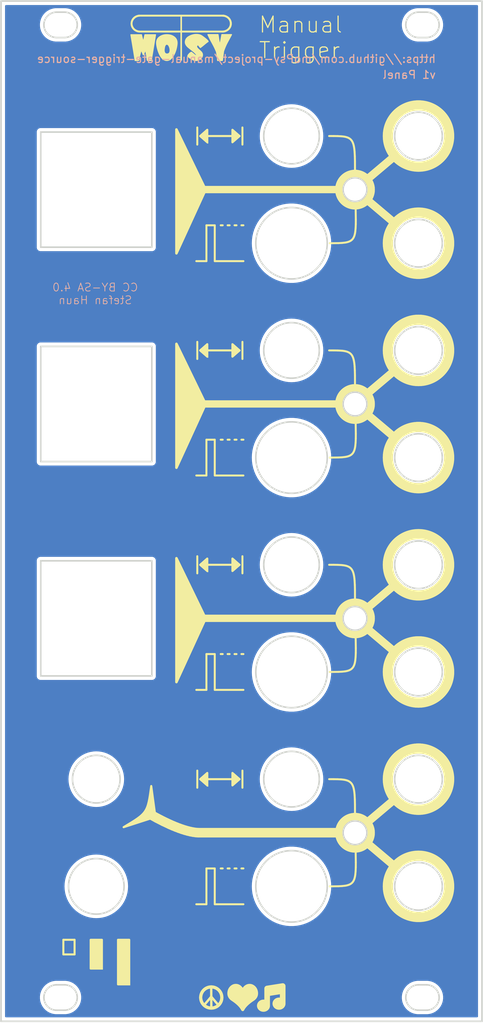
<source format=kicad_pcb>
(kicad_pcb (version 20221018) (generator pcbnew)
  (title_block (title "Manual Gate/Trigger Source - Panel") (date "2023-03-10") (rev "1") (company "moPsy"))
  (layers (0 "F.Cu" signal) (31 "B.Cu" signal) (34 "B.Paste" user) (35 "F.Paste" user) (36 "B.SilkS" user "B.Silkscreen") (37 "F.SilkS" user "F.Silkscreen") (38 "B.Mask" user) (39 "F.Mask" user) (44 "Edge.Cuts" user))
  (net 0 "")
  (gr_line (start 121.656302 37.591631) (end 121.68496 37.531213) (stroke (width 0.24251)) (layer "F.SilkS"))
  (gr_line (start 158.697084 82.871218) (end 158.510312 82.914325) (stroke (width 1.27907)) (layer "F.SilkS"))
  (gr_line (start 132.846179 161.150342) (end 132.819526 161.209298) (stroke (width 0.399998)) (layer "F.SilkS"))
  (gr_line (start 153.876849 92.830949) (end 153.891757 93.026999) (stroke (width 1.27907)) (layer "F.SilkS"))
  (gr_line (start 159.059652 62.006076) (end 158.880278 61.945383) (stroke (width 1.27907)) (layer "F.SilkS"))
  (gr_line (start 159.572422 150.026814) (end 159.734087 149.933859) (stroke (width 1.27907)) (layer "F.SilkS"))
  (gr_line (start 157.337582 48.291756) (end 157.533633 48.276848) (stroke (width 1.27907)) (layer "F.SilkS"))
  (gr_line (start 151.732292 112.882286) (end 151.72969 112.985206) (stroke (width 1.000125)) (layer "F.SilkS"))
  (gr_line (start 154.638764 103.822506) (end 154.753369 103.67667) (stroke (width 1.27907)) (layer "F.SilkS"))
  (gr_line (start 156.584308 88.945382) (end 156.404935 89.006076) (stroke (width 1.27907)) (layer "F.SilkS"))
  (gr_line (start 161.572831 66.027) (end 161.587739 65.830949) (stroke (width 1.27907)) (layer "F.SilkS"))
  (gr_line (start 151.212728 141.22704) (end 151.146505 141.296499) (stroke (width 1)) (layer "F.SilkS"))
  (gr_line (start 132.94904 160.700769) (end 132.9439 160.76836) (stroke (width 0.399998)) (layer "F.SilkS"))
  (gr_line (start 155.7305 129.830719) (end 155.892165 129.737764) (stroke (width 1.27907)) (layer "F.SilkS"))
  (gr_line (start 132.060556 144.376457) (end 132.060556 148.8881) (stroke (width 0.25)) (layer "F.SilkS"))
  (gr_line (start 149.835212 87.879687) (end 149.732292 87.88229) (stroke (width 1.000125)) (layer "F.SilkS"))
  (gr_line (start 157.930952 102.276843) (end 158.127003 102.291751) (stroke (width 1.27907)) (layer "F.SilkS"))
  (gr_line (start 160.589882 103.536594) (end 160.711219 103.67667) (stroke (width 1.27907)) (layer "F.SilkS"))
  (gr_line (start 156.058621 48.652509) (end 156.229625 48.575199) (stroke (width 1.27907)) (layer "F.SilkS"))
  (gr_line (start 148.778976 84.123682) (end 148.865212 84.079515) (stroke (width 1.000125)) (layer "F.SilkS"))
  (gr_line (start 155.892165 109.526815) (end 155.7305 109.43386) (stroke (width 1.27907)) (layer "F.SilkS"))
  (gr_line (start 160.589882 90.036598) (end 160.462057 89.902527) (stroke (width 1.27907)) (layer "F.SilkS"))
  (gr_line (start 149.291944 92.246915) (end 149.188222 92.321689) (stroke (width 0.25)) (layer "F.SilkS"))
  (gr_line (start 159.059652 96.258503) (end 159.234962 96.189381) (stroke (width 1.27907)) (layer "F.SilkS"))
  (gr_line (start 155.002531 143.902526) (end 154.874705 144.036598) (stroke (width 1.27907)) (layer "F.SilkS"))
  (gr_line (start 133.680717 90.376465) (end 133.930717 90.376465) (stroke (width 0.25)) (layer "F.SilkS"))
  (gr_line (start 155.276677 136.111208) (end 155.136602 135.989872) (stroke (width 1.27907)) (layer "F.SilkS"))
  (gr_line (start 153.993364 105.167494) (end 154.045385 104.9843) (stroke (width 1.27907)) (layer "F.SilkS"))
  (gr_line (start 158.880278 129.445386) (end 159.059652 129.506079) (stroke (width 1.27907)) (layer "F.SilkS"))
  (gr_line (start 149.59977 53.469159) (end 149.632752 53.669591) (stroke (width 0.25)) (layer "F.SilkS"))
  (gr_line (start 149.459006 52.973745) (end 149.513494 53.122104) (stroke (width 0.25)) (layer "F.SilkS"))
  (gr_line (start 153.916307 132.544376) (end 153.950257 132.354269) (stroke (width 1.27907)) (layer "F.SilkS"))
  (gr_line (start 150.036872 141.859242) (end 149.93678 141.87196) (stroke (width 1)) (layer "F.SilkS"))
  (gr_line (start 161.126824 107.972415) (end 161.033869 108.13408) (stroke (width 1.27907)) (layer "F.SilkS"))
  (gr_line (start 130.553303 161.428603) (end 130.516196 161.376421) (stroke (width 0.399998)) (layer "F.SilkS"))
  (gr_line (start 148.520657 133.237204) (end 148.6719 133.276254) (stroke (width 0.25)) (layer "F.SilkS"))
  (gr_line (start 147.889466 58.1038) (end 147.929518 58.015208) (stroke (width 1.000125)) (layer "F.SilkS"))
  (gr_line (start 146.469734 79.132576) (end 147.043931 79.133637) (stroke (width 0.25)) (layer "F.SilkS"))
  (gr_line (start 149.59977 80.469158) (end 149.632752 80.669591) (stroke (width 0.25)) (layer "F.SilkS"))
  (gr_line (start 156.767502 102.393358) (end 156.954274 102.350251) (stroke (width 1.27907)) (layer "F.SilkS"))
  (gr_line (start 129.734575 148.8881) (end 131.010536 148.8881) (stroke (width 0.25)) (layer "F.SilkS"))
  (gr_line (start 160.589882 95.227978) (end 160.711219 95.087903) (stroke (width 1.27907)) (layer "F.SilkS"))
  (gr_line (start 133.801579 37.286678) (end 133.777608 37.263214) (stroke (width 0.24251)) (layer "F.SilkS"))
  (gr_line (start 149.384428 146.160754) (end 149.291944 146.246909) (stroke (width 0.25)) (layer "F.SilkS"))
  (gr_line (start 156.229625 123.189377) (end 156.404935 123.258499) (stroke (width 1.27907)) (layer "F.SilkS"))
  (gr_line (start 132.196849 161.831974) (end 132.137893 161.858627) (stroke (width 0.399998)) (layer "F.SilkS"))
  (gr_line (start 148.188999 84.610107) (end 148.25186 84.537538) (stroke (width 1.000125)) (layer "F.SilkS"))
  (gr_line (start 131.010536 117.376457) (end 132.060556 117.376457) (stroke (width 0.25)) (layer "F.SilkS"))
  (gr_line (start 160.327985 149.489872) (end 160.462057 149.362046) (stroke (width 1.27907)) (layer "F.SilkS"))
  (gr_line (start 132.196849 159.43259) (end 132.254236 159.461982) (stroke (width 0.399998)) (layer "F.SilkS"))
  (gr_line (start 149.699084 118.530488) (end 149.653873 118.685882) (stroke (width 0.25)) (layer "F.SilkS"))
  (gr_line (start 151.390723 84.764073) (end 151.442745 84.84522) (stroke (width 1.000125)) (layer "F.SilkS"))
  (gr_line (start 159.059652 48.506077) (end 159.234962 48.575199) (stroke (width 1.27907)) (layer "F.SilkS"))
  (gr_line (start 149.324345 52.723018) (end 149.396155 52.841005) (stroke (width 0.25)) (layer "F.SilkS"))
  (gr_poly (pts (xy 130.905863 85.889713) (xy 127.231571 93.907608) (xy 127.231571 78.304955)) (stroke (width 0.317933)) (fill solid) (layer "F.SilkS"))
  (gr_line (start 131.224051 161.903383) (end 131.16221 161.882458) (stroke (width 0.399998)) (layer "F.SilkS"))
  (gr_line (start 149.232463 137.945251) (end 149.329224 137.922919) (stroke (width 1)) (layer "F.SilkS"))
  (gr_line (start 161.033869 131.130498) (end 161.126824 131.292162) (stroke (width 1.27907)) (layer "F.SilkS"))
  (gr_line (start 158.697084 75.393362) (end 158.880278 75.445383) (stroke (width 1.27907)) (layer "F.SilkS"))
  (gr_line (start 154.430719 94.63408) (end 154.531133 94.790711) (stroke (width 1.27907)) (layer "F.SilkS"))
  (gr_line (start 157.930952 48.276848) (end 158.127003 48.291756) (stroke (width 1.27907)) (layer "F.SilkS"))
  (gr_line (start 154.175201 148.134952) (end 154.25251 148.305956) (stroke (width 1.27907)) (layer "F.SilkS"))
  (gr_line (start 159.890718 102.931126) (end 160.042073 103.038757) (stroke (width 1.27907)) (layer "F.SilkS"))
  (gr_line (start 161.35851 131.804931) (end 161.419203 131.984304) (stroke (width 1.27907)) (layer "F.SilkS"))
  (gr_line (start 133.889554 37.3883) (end 133.868795 37.361756) (stroke (width 0.24251)) (layer "F.SilkS"))
  (gr_line (start 150.135362 56.922925) (end 150.232123 56.945257) (stroke (width 1.000125)) (layer "F.SilkS"))
  (gr_line (start 151.642376 113.477024) (end 151.610933 113.569952) (stroke (width 1.000125)) (layer "F.SilkS"))
  (gr_line (start 153.871826 79.132294) (end 153.876849 78.933634) (stroke (width 1.27907)) (layer "F.SilkS"))
  (gr_line (start 161.289387 53.634958) (end 161.212078 53.805962) (stroke (width 1.27907)) (layer "F.SilkS"))
  (gr_line (start 159.234962 123.189377) (end 159.405966 123.112067) (stroke (width 1.27907)) (layer "F.SilkS"))
  (gr_poly (pts (xy 131.116127 52.917219) (xy 130.222618 52.136454) (xy 131.116127 51.349461)) (stroke (width 0.264583)) (fill solid) (layer "F.SilkS"))
  (gr_line (start 132.466433 159.605266) (end 132.514725 159.647098) (stroke (width 0.399998)) (layer "F.SilkS"))
  (gr_line (start 154.045385 64.484305) (end 153.993364 64.667499) (stroke (width 1.27907)) (layer "F.SilkS"))
  (gr_line (start 149.329224 110.922919) (end 149.427713 110.905331) (stroke (width 1.000125)) (layer "F.SilkS"))
  (gr_line (start 151.146505 114.296495) (end 151.077047 114.362718) (stroke (width 1.000125)) (layer "F.SilkS"))
  (gr_line (start 156.767502 150.371214) (end 156.954274 150.414321) (stroke (width 1.27907)) (layer "F.SilkS"))
  (gr_line (start 161.126824 117.792155) (end 161.033869 117.63049) (stroke (width 1.27907)) (layer "F.SilkS"))
  (gr_line (start 148.778976 57.123681) (end 148.865212 57.079513) (stroke (width 1.000125)) (layer "F.SilkS"))
  (gr_line (start 154.874705 144.036598) (end 154.753369 144.176673) (stroke (width 1.27907)) (layer "F.SilkS"))
  (gr_line (start 158.127003 82.972825) (end 157.930952 82.987733) (stroke (width 1.27907)) (layer "F.SilkS"))
  (gr_line (start 148.318082 138.468073) (end 148.387541 138.40185) (stroke (width 1)) (layer "F.SilkS"))
  (gr_line (start 161.592762 79.132294) (end 161.587739 79.330952) (stroke (width 1.27907)) (layer "F.SilkS"))
  (gr_line (start 149.68139 135.128613) (end 149.710905 135.670956) (stroke (width 0.25)) (layer "F.SilkS"))
  (gr_line (start 160.711219 76.676676) (end 160.825824 76.822512) (stroke (width 1.27907)) (layer "F.SilkS"))
  (gr_line (start 161.212078 131.458618) (end 161.289387 131.629621) (stroke (width 1.27907)) (layer "F.SilkS"))
  (gr_line (start 154.175201 67.134957) (end 154.25251 67.305961) (stroke (width 1.27907)) (layer "F.SilkS"))
  (gr_line (start 158.127003 123.472821) (end 158.320204 123.448271) (stroke (width 1.27907)) (layer "F.SilkS"))
  (gr_line (start 151.077047 114.362718) (end 151.004477 114.425578) (stroke (width 1.000125)) (layer "F.SilkS"))
  (gr_line (start 150.036872 87.859245) (end 149.93678 87.871964) (stroke (width 1.000125)) (layer "F.SilkS"))
  (gr_line (start 158.880278 142.945379) (end 158.697084 142.893358) (stroke (width 1.27907)) (layer "F.SilkS"))
  (gr_line (start 151.077047 111.40185) (end 151.146505 111.468073) (stroke (width 1.000125)) (layer "F.SilkS"))
  (gr_line (start 153.871826 65.63229) (end 153.876849 65.830949) (stroke (width 1.27907)) (layer "F.SilkS"))
  (gr_line (start 161.419203 131.984304) (end 161.471224 132.167497) (stroke (width 1.27907)) (layer "F.SilkS"))
  (gr_line (start 147.853656 140.569953) (end 147.822212 140.477025) (stroke (width 1)) (layer "F.SilkS"))
  (gr_line (start 153.916307 52.720201) (end 153.891757 52.527) (stroke (width 1.27907)) (layer "F.SilkS"))
  (gr_line (start 156.404935 102.506072) (end 156.584308 102.445379) (stroke (width 1.27907)) (layer "F.SilkS"))
  (gr_line (start 149.83456 143.630883) (end 149.830069 144.226707) (stroke (width 0.25)) (layer "F.SilkS"))
  (gr_line (start 161.35851 91.304931) (end 161.289387 91.129621) (stroke (width 1.27907)) (layer "F.SilkS"))
  (gr_line (start 131.688321 159.303078) (end 131.755912 159.308217) (stroke (width 0.399998)) (layer "F.SilkS"))
  (gr_line (start 161.419203 107.280272) (end 161.35851 107.459645) (stroke (width 1.27907)) (layer "F.SilkS"))
  (gr_line (start 132.060556 148.8881) (end 135.671188 148.8881) (stroke (width 0.25)) (layer "F.SilkS"))
  (gr_line (start 149.809164 90.737537) (end 149.767087 91.169936) (stroke (width 0.25)) (layer "F.SilkS"))
  (gr_line (start 160.462057 62.902528) (end 160.327985 62.774703) (stroke (width 1.27907)) (layer "F.SilkS"))
  (gr_line (start 153.916307 51.544379) (end 153.950257 51.354272) (stroke (width 1.27907)) (layer "F.SilkS"))
  (gr_line (start 147.772929 139.479217) (end 147.795261 139.382455) (stroke (width 1)) (layer "F.SilkS"))
  (gr_line (start 148.935568 52.381208) (end 149.049186 52.448877) (stroke (width 0.25)) (layer "F.SilkS"))
  (gr_line (start 154.175201 134.634952) (end 154.106078 134.459642) (stroke (width 1.27907)) (layer "F.SilkS"))
  (gr_line (start 148.021843 84.84522) (end 148.073865 84.764073) (stroke (width 1.000125)) (layer "F.SilkS"))
  (gr_line (start 147.742622 58.677802) (end 147.755341 58.57771) (stroke (width 1.000125)) (layer "F.SilkS"))
  (gr_line (start 150.327031 60.792374) (end 150.232123 60.819325) (stroke (width 1.000125)) (layer "F.SilkS"))
  (gr_line (start 153.891757 78.737583) (end 153.916307 78.544382) (stroke (width 1.27907)) (layer "F.SilkS"))
  (gr_line (start 132.819526 161.209298) (end 132.790134 161.266685) (stroke (width 0.399998)) (layer "F.SilkS"))
  (gr_line (start 149.513494 134.12212) (end 149.560216 134.286966) (stroke (width 0.25)) (layer "F.SilkS"))
  (gr_line (start 148.810005 106.323946) (end 148.935568 106.381206) (stroke (width 0.25)) (layer "F.SilkS"))
  (gr_line (start 149.329224 114.841646) (end 149.232463 114.819314) (stroke (width 1.000125)) (layer "F.SilkS"))
  (gr_line (start 151.465042 141.344284) (end 154.764076 144.127846) (stroke (width 1)) (layer "F.SilkS"))
  (gr_line (start 149.427713 87.859245) (end 149.329224 87.841657) (stroke (width 1.000125)) (layer "F.SilkS"))
  (gr_line (start 158.127003 150.472821) (end 158.320204 150.448271) (stroke (width 1.27907)) (layer "F.SilkS"))
  (gr_line (start 151.709248 113.186866) (end 151.691659 113.285355) (stroke (width 1.000125)) (layer "F.SilkS"))
  (gr_line (start 151.212728 138.537532) (end 151.275589 138.610101) (stroke (width 1)) (layer "F.SilkS"))
  (gr_line (start 150.135362 83.922926) (end 150.232123 83.945259) (stroke (width 1.000125)) (layer "F.SilkS"))
  (gr_line (start 155.573869 89.43113) (end 155.422514 89.538761) (stroke (width 1.27907)) (layer "F.SilkS"))
  (gr_line (start 158.320204 109.948271) (end 158.127003 109.972821) (stroke (width 1.27907)) (layer "F.SilkS"))
  (gr_line (start 154.337764 104.292157) (end 154.430719 104.130492) (stroke (width 1.27907)) (layer "F.SilkS"))
  (gr_line (start 155.573869 116.431126) (end 155.422514 116.538756) (stroke (width 1.27907)) (layer "F.SilkS"))
  (gr_line (start 149.726072 109.303583) (end 149.732471 110.86747) (stroke (width 0.25)) (layer "F.SilkS"))
  (gr_line (start 161.289387 121.134949) (end 161.35851 120.959638) (stroke (width 1.27907)) (layer "F.SilkS"))
  (gr_line (start 132.790134 159.997877) (end 132.819526 160.055264) (stroke (width 0.399998)) (layer "F.SilkS"))
  (gr_line (start 153.876849 132.933627) (end 153.891757 132.737577) (stroke (width 1.27907)) (layer "F.SilkS"))
  (gr_line (start 154.753369 76.676676) (end 154.874705 76.5366) (stroke (width 1.27907)) (layer "F.SilkS"))
  (gr_line (start 154.175201 50.629623) (end 154.25251 50.458619) (stroke (width 1.27907)) (layer "F.SilkS"))
  (gr_line (start 133.561108 38.841168) (end 133.619019 38.80693) (stroke (width 0.24251)) (layer "F.SilkS"))
  (gr_line (start 154.337764 107.972415) (end 154.25251 107.805959) (stroke (width 1.27907)) (layer "F.SilkS"))
  (gr_line (start 161.126824 144.792161) (end 161.033869 144.630496) (stroke (width 1.27907)) (layer "F.SilkS"))
  (gr_line (start 147.772929 86.285362) (end 147.755341 86.186873) (stroke (width 1.000125)) (layer "F.SilkS"))
  (gr_line (start 155.276677 82.111213) (end 155.136602 81.989877) (stroke (width 1.27907)) (layer "F.SilkS"))
  (gr_line (start 134.008285 37.591659) (end 133.979627 37.531243) (stroke (width 0.24251)) (layer "F.SilkS"))
  (gr_line (start 154.874705 49.536601) (end 155.002531 49.402529) (stroke (width 1.27907)) (layer "F.SilkS"))
  (gr_line (start 147.043931 79.133637) (end 147.54647 79.141583) (stroke (width 0.25)) (layer "F.SilkS"))
  (gr_line (start 154.106078 53.459648) (end 154.045385 53.280275) (stroke (width 1.27907)) (layer "F.SilkS"))
  (gr_line (start 155.422514 55.225819) (end 155.276677 55.111214) (stroke (width 1.27907)) (layer "F.SilkS"))
  (gr_line (start 157.533633 115.776843) (end 157.337582 115.791751) (stroke (width 1.27907)) (layer "F.SilkS"))
  (gr_line (start 156.058621 55.612072) (end 155.892165 55.526819) (stroke (width 1.27907)) (layer "F.SilkS"))
  (gr_line (start 149.232463 114.819314) (end 149.137556 114.792363) (stroke (width 1.000125)) (layer "F.SilkS"))
  (gr_line (start 131.287209 161.921317) (end 131.224051 161.903383) (stroke (width 0.399998)) (layer "F.SilkS"))
  (gr_line (start 157.533633 142.776843) (end 157.337582 142.791751) (stroke (width 1.27907)) (layer "F.SilkS"))
  (gr_line (start 161.514331 79.910311) (end 161.471224 80.097083) (stroke (width 1.27907)) (layer "F.SilkS"))
  (gr_line (start 159.890718 68.833449) (end 160.042073 68.725818) (stroke (width 1.27907)) (layer "F.SilkS"))
  (gr_line (start 153.891757 120.026989) (end 153.916307 120.22019) (stroke (width 1.27907)) (layer "F.SilkS"))
  (gr_line (start 161.126824 67.472417) (end 161.212078 67.305961) (stroke (width 1.27907)) (layer "F.SilkS"))
  (gr_line (start 153.916307 120.22019) (end 153.950257 120.410298) (stroke (width 1.27907)) (layer "F.SilkS"))
  (gr_line (start 156.404935 75.506076) (end 156.584308 75.445383) (stroke (width 1.27907)) (layer "F.SilkS"))
  (gr_line (start 149.291944 65.246916) (end 149.188222 65.321691) (stroke (width 0.25)) (layer "F.SilkS"))
  (gr_line (start 148.649061 65.523436) (end 148.48023 65.553646) (stroke (width 0.25)) (layer "F.SilkS"))
  (gr_line (start 151.390723 111.764068) (end 151.442745 111.845214) (stroke (width 1.000125)) (layer "F.SilkS"))
  (gr_line (start 149.232463 83.945259) (end 149.329224 83.922926) (stroke (width 1.000125)) (layer "F.SilkS"))
  (gr_line (start 153.950257 66.410308) (end 153.993364 66.59708) (stroke (width 1.27907)) (layer "F.SilkS"))
  (gr_line (start 158.697084 102.393358) (end 158.880278 102.445379) (stroke (width 1.27907)) (layer "F.SilkS"))
  (gr_line (start 132.935436 160.42959) (end 132.9439 160.496198) (stroke (width 0.399998)) (layer "F.SilkS"))
  (gr_line (start 153.950257 93.410307) (end 153.993364 93.597079) (stroke (width 1.27907)) (layer "F.SilkS"))
  (gr_line (start 158.697084 88.893361) (end 158.510312 88.850255) (stroke (width 1.27907)) (layer "F.SilkS"))
  (gr_line (start 155.573869 136.333444) (end 155.422514 136.225813) (stroke (width 1.27907)) (layer "F.SilkS"))
  (gr_line (start 149.53806 64.951021) (end 149.466269 65.062404) (stroke (width 0.25)) (layer "F.SilkS"))
  (gr_line (start 161.033869 94.63408) (end 161.126824 94.472415) (stroke (width 1.27907)) (layer "F.SilkS"))
  (gr_line (start 135.421501 90.376465) (end 135.671501 90.376465) (stroke (width 0.25)) (layer "F.SilkS"))
  (gr_line (start 150.928924 141.484957) (end 150.850511 141.540717) (stroke (width 1)) (layer "F.SilkS"))
  (gr_line (start 160.042073 143.538759) (end 159.890718 143.431128) (stroke (width 1.27907)) (layer "F.SilkS"))
  (gr_line (start 133.701333 37.197692) (end 133.674534 37.177519) (stroke (width 0.24251)) (layer "F.SilkS"))
  (gr_line (start 131.755912 159.308217) (end 131.82252 159.316681) (stroke (width 0.399998)) (layer "F.SilkS"))
  (gr_line (start 129.859482 105.054749) (end 129.859482 107.210396) (stroke (width 0.25)) (layer "F.SilkS"))
  (gr_line (start 150.850511 84.223862) (end 150.928924 84.279622) (stroke (width 1.000125)) (layer "F.SilkS"))
  (gr_line (start 154.25251 121.305953) (end 154.337764 121.472409) (stroke (width 1.27907)) (layer "F.SilkS"))
  (gr_line (start 134.085441 37.908498) (end 134.078828 37.843866) (stroke (width 0.24251)) (layer "F.SilkS"))
  (gr_line (start 161.212078 121.305953) (end 161.289387 121.134949) (stroke (width 1.27907)) (layer "F.SilkS"))
  (gr_line (start 151.721966 113.086774) (end 151.709248 113.186866) (stroke (width 1.000125)) (layer "F.SilkS"))
  (gr_line (start 147.043931 52.133636) (end 147.54647 52.141582) (stroke (width 0.25)) (layer "F.SilkS"))
  (gr_line (start 153.876849 92.433631) (end 153.871826 92.63229) (stroke (width 1.27907)) (layer "F.SilkS"))
  (gr_line (start 161.212078 90.958617) (end 161.126824 90.792161) (stroke (width 1.27907)) (layer "F.SilkS"))
  (gr_line (start 161.289387 104.629617) (end 161.35851 104.804927) (stroke (width 1.27907)) (layer "F.SilkS"))
  (gr_line (start 148.073865 84.764073) (end 148.129625 84.685661) (stroke (width 1.000125)) (layer "F.SilkS"))
  (gr_line (start 149.65976 53.889118) (end 149.68139 54.128609) (stroke (width 0.25)) (layer "F.SilkS"))
  (gr_line (start 161.289387 145.12962) (end 161.212078 144.958616) (stroke (width 1.27907)) (layer "F.SilkS"))
  (gr_line (start 148.944685 65.440389) (end 148.803681 65.485957) (stroke (width 0.25)) (layer "F.SilkS"))
  (gr_line (start 122.594833 36.971775) (end 122.630016 36.971218) (stroke (width 0.24251)) (layer "F.SilkS"))
  (gr_line (start 148.176368 79.181614) (end 148.355679 79.205928) (stroke (width 0.25)) (layer "F.SilkS"))
  (gr_line (start 149.629373 56.884894) (end 149.732292 56.882292) (stroke (width 1.000125)) (layer "F.SilkS"))
  (gr_line (start 132.90887 160.299658) (end 132.923731 160.364049) (stroke (width 0.399998)) (layer "F.SilkS"))
  (gr_line (start 161.212078 117.95861) (end 161.126824 117.792155) (stroke (width 1.27907)) (layer "F.SilkS"))
  (gr_line (start 149.044628 84.003653) (end 149.137556 83.97221) (stroke (width 1.000125)) (layer "F.SilkS"))
  (gr_line (start 151.709248 139.577706) (end 151.721966 139.677798) (stroke (width 1)) (layer "F.SilkS"))
  (gr_line (start 135.421501 117.376457) (end 135.671501 117.376457) (stroke (width 0.25)) (layer "F.SilkS"))
  (gr_line (start 149.049186 106.448875) (end 149.151457 106.52782) (stroke (width 0.25)) (layer "F.SilkS"))
  (gr_line (start 153.891757 79.527003) (end 153.876849 79.330952) (stroke (width 1.27907)) (layer "F.SilkS"))
  (gr_line (start 151.669327 139.382455) (end 151.691659 139.479217) (stroke (width 1)) (layer "F.SilkS"))
  (gr_line (start 151.275589 60.154476) (end 151.212728 60.227045) (stroke (width 1.000125)) (layer "F.SilkS"))
  (gr_line (start 160.327985 62.774703) (end 160.18791 62.653367) (stroke (width 1.27907)) (layer "F.SilkS"))
  (gr_line (start 160.933455 49.973867) (end 161.033869 50.130499) (stroke (width 1.27907)) (layer "F.SilkS"))
  (gr_line (start 121.775032 37.388267) (end 121.795792 37.361722) (stroke (width 0.24251)) (layer "F.SilkS"))
  (gr_line (start 153.950257 133.910303) (end 153.916307 133.720196) (stroke (width 1.27907)) (layer "F.SilkS"))
  (gr_line (start 150.599374 87.685068) (end 150.510782 87.72512) (stroke (width 1.000125)) (layer "F.SilkS"))
  (gr_line (start 149.049186 79.448876) (end 149.151457 79.527822) (stroke (width 0.25)) (layer "F.SilkS"))
  (gr_line (start 151.465042 114.344292) (end 154.764076 117.127846) (stroke (width 1)) (layer "F.SilkS"))
  (gr_line (start 160.825824 121.942061) (end 160.933455 121.790706) (stroke (width 1.27907)) (layer "F.SilkS"))
  (gr_line (start 159.572422 82.526819) (end 159.405966 82.612072) (stroke (width 1.27907)) (layer "F.SilkS"))
  (gr_line (start 150.769364 114.592734) (end 150.68561 114.640891) (stroke (width 1.000125)) (layer "F.SilkS"))
  (gr_line (start 149.732292 56.882292) (end 149.835212 56.884894) (stroke (width 1.000125)) (layer "F.SilkS"))
  (gr_line (start 151.721966 58.677802) (end 151.72969 58.77937) (stroke (width 1.000125)) (layer "F.SilkS"))
  (gr_line (start 154.430719 63.630498) (end 154.337764 63.792163) (stroke (width 1.27907)) (layer "F.SilkS"))
  (gr_line (start 151.390723 141.000505) (end 151.334963 141.078918) (stroke (width 1)) (layer "F.SilkS"))
  (gr_line (start 129.969835 139.875053) (end 147.615463 139.875053) (stroke (width 1.204267)) (layer "F.SilkS"))
  (gr_line (start 159.059652 143.006073) (end 158.880278 142.945379) (stroke (width 1.27907)) (layer "F.SilkS"))
  (gr_line (start 151.709248 86.186873) (end 151.691659 86.285362) (stroke (width 1.000125)) (layer "F.SilkS"))
  (gr_line (start 147.755341 59.18687) (end 147.742622 59.086778) (stroke (width 1.000125)) (layer "F.SilkS"))
  (gr_line (start 114.396936 155.205338) (end 114.396936 153.362167) (stroke (width 0.260002)) (layer "F.SilkS"))
  (gr_line (start 150.419959 84.003653) (end 150.510782 84.039463) (stroke (width 1.000125)) (layer "F.SilkS"))
  (gr_line (start 151.669327 140.382117) (end 151.642376 140.477025) (stroke (width 1)) (layer "F.SilkS"))
  (gr_line (start 158.880278 96.319197) (end 159.059652 96.258503) (stroke (width 1.27907)) (layer "F.SilkS"))
  (gr_line (start 150.850511 141.540717) (end 150.769364 141.592739) (stroke (width 1)) (layer "F.SilkS"))
  (gr_line (start 161.126824 134.972412) (end 161.033869 135.134076) (stroke (width 1.27907)) (layer "F.SilkS"))
  (gr_line (start 149.513494 107.122103) (end 149.560216 107.286951) (stroke (width 0.25)) (layer "F.SilkS"))
  (gr_line (start 154.337764 90.792161) (end 154.25251 90.958617) (stroke (width 1.27907)) (layer "F.SilkS"))
  (gr_line (start 161.548281 93.2202) (end 161.572831 93.026999) (stroke (width 1.27907)) (layer "F.SilkS"))
  (gr_line (start 160.825824 108.442066) (end 160.711219 108.587902) (stroke (width 1.27907)) (layer "F.SilkS"))
  (gr_line (start 154.531133 148.790708) (end 154.638764 148.942063) (stroke (width 1.27907)) (layer "F.SilkS"))
  (gr_line (start 148.073865 87.000509) (end 148.021843 86.919363) (stroke (width 1.000125)) (layer "F.SilkS"))
  (gr_line (start 147.54647 133.141598) (end 147.982127 133.163386) (stroke (width 0.25)) (layer "F.SilkS"))
  (gr_line (start 161.587739 79.330952) (end 161.572831 79.527003) (stroke (width 1.27907)) (layer "F.SilkS"))
  (gr_line (start 153.891757 119.237569) (end 153.876849 119.43362) (stroke (width 1.27907)) (layer "F.SilkS"))
  (gr_line (start 151.709248 59.18687) (end 151.691659 59.28536) (stroke (width 1.000125)) (layer "F.SilkS"))
  (gr_line (start 148.944685 92.440387) (end 148.803681 92.485956) (stroke (width 0.25)) (layer "F.SilkS"))
  (gr_line (start 150.510782 111.039456) (end 150.599374 111.079508) (stroke (width 1.000125)) (layer "F.SilkS"))
  (gr_line (start 150.327031 56.972208) (end 150.419959 57.003651) (stroke (width 1.000125)) (layer "F.SilkS"))
  (gr_line (start 160.711219 95.087903) (end 160.825824 94.942067) (stroke (width 1.27907)) (layer "F.SilkS"))
  (gr_line (start 148.46011 84.338996) (end 148.535664 84.279622) (stroke (width 1.000125)) (layer "F.SilkS"))
  (gr_line (start 154.25251 77.45862) (end 154.337764 77.292164) (stroke (width 1.27907)) (layer "F.SilkS"))
  (gr_line (start 155.7305 102.830712) (end 155.892165 102.737757) (stroke (width 1.27907)) (layer "F.SilkS"))
  (gr_line (start 150.769364 87.592743) (end 150.68561 87.640901) (stroke (width 1.000125)) (layer "F.SilkS"))
  (gr_line (start 131.755912 161.956347) (end 131.688321 161.961487) (stroke (width 0.399998)) (layer "F.SilkS"))
  (gr_line (start 157.144381 136.948271) (end 156.954274 136.914321) (stroke (width 1.27907)) (layer "F.SilkS"))
  (gr_line (start 149.93678 114.871953) (end 149.835212 114.879676) (stroke (width 1.000125)) (layer "F.SilkS"))
  (gr_line (start 154.337764 94.472415) (end 154.430719 94.63408) (stroke (width 1.27907)) (layer "F.SilkS"))
  (gr_line (start 154.531133 144.473865) (end 154.430719 144.630496) (stroke (width 1.27907)) (layer "F.SilkS"))
  (gr_line (start 161.212078 134.805956) (end 161.126824 134.972412) (stroke (width 1.27907)) (layer "F.SilkS"))
  (gr_line (start 154.874705 149.227975) (end 155.002531 149.362046) (stroke (width 1.27907)) (layer "F.SilkS"))
  (gr_line (start 130.82351 161.698809) (end 130.773231 161.659298) (stroke (width 0.399998)) (layer "F.SilkS"))
  (gr_line (start 133.680717 117.376457) (end 133.930717 117.376457) (stroke (width 0.25)) (layer "F.SilkS"))
  (gr_line (start 158.880278 55.819197) (end 158.697084 55.871218) (stroke (width 1.27907)) (layer "F.SilkS"))
  (gr_line (start 150.036872 83.905338) (end 150.135362 83.922926) (stroke (width 1.000125)) (layer "F.SilkS"))
  (gr_line (start 155.892165 82.526819) (end 155.7305 82.433863) (stroke (width 1.27907)) (layer "F.SilkS"))
  (gr_line (start 158.320204 115.816301) (end 158.127003 115.791751) (stroke (width 1.27907)) (layer "F.SilkS"))
  (gr_line (start 149.072668 65.385907) (end 148.944685 65.440389) (stroke (width 0.25)) (layer "F.SilkS"))
  (gr_line (start 155.573869 102.931126) (end 155.7305 102.830712) (stroke (width 1.27907)) (layer "F.SilkS"))
  (gr_line (start 148.129625 87.078922) (end 148.073865 87.000509) (stroke (width 1.000125)) (layer "F.SilkS"))
  (gr_line (start 148.614076 138.223855) (end 148.695223 138.171833) (stroke (width 1)) (layer "F.SilkS"))
  (gr_line (start 154.175201 121.134949) (end 154.25251 121.305953) (stroke (width 1.27907)) (layer "F.SilkS"))
  (gr_line (start 147.043931 106.133636) (end 147.54647 106.141582) (stroke (width 0.25)) (layer "F.SilkS"))
  (gr_line (start 153.993364 91.667498) (end 153.950257 91.85427) (stroke (width 1.27907)) (layer "F.SilkS"))
  (gr_line (start 159.234962 102.575194) (end 159.405966 102.652503) (stroke (width 1.27907)) (layer "F.SilkS"))
  (gr_line (start 154.045385 145.484303) (end 153.993364 145.667497) (stroke (width 1.27907)) (layer "F.SilkS"))
  (gr_line (start 149.93678 137.892612) (end 150.036872 137.905331) (stroke (width 1)) (layer "F.SilkS"))
  (gr_line (start 147.822212 59.477029) (end 147.795261 59.382121) (stroke (width 1.000125)) (layer "F.SilkS"))
  (gr_line (start 150.232123 83.945259) (end 150.327031 83.97221) (stroke (width 1.000125)) (layer "F.SilkS"))
  (gr_line (start 133.438864 38.898639) (end 133.500992 38.871773) (stroke (width 0.24251)) (layer "F.SilkS"))
  (gr_line (start 148.129625 60.078922) (end 148.073865 60.000509) (stroke (width 1.000125)) (layer "F.SilkS"))
  (gr_line (start 157.144381 109.948271) (end 156.954274 109.914321) (stroke (width 1.27907)) (layer "F.SilkS"))
  (gr_line (start 159.572422 143.237758) (end 159.405966 143.152505) (stroke (width 1.27907)) (layer "F.SilkS"))
  (gr_line (start 157.144381 142.816301) (end 156.954274 142.850251) (stroke (width 1.27907)) (layer "F.SilkS"))
  (gr_line (start 122.35525 38.94073) (end 122.289672 38.921657) (stroke (width 0.24251)) (layer "F.SilkS"))
  (gr_line (start 151.53507 86.749374) (end 151.490903 86.835609) (stroke (width 1.000125)) (layer "F.SilkS"))
  (gr_line (start 154.430719 135.134076) (end 154.337764 134.972412) (stroke (width 1.27907)) (layer "F.SilkS"))
  (gr_line (start 159.890718 89.43113) (end 159.734087 89.330716) (stroke (width 1.27907)) (layer "F.SilkS"))
  (gr_line (start 154.531133 94.790711) (end 154.638764 94.942067) (stroke (width 1.27907)) (layer "F.SilkS"))
  (gr_line (start 151.732292 85.882294) (end 151.72969 85.985213) (stroke (width 1.000125)) (layer "F.SilkS"))
  (gr_line (start 151.146505 84.468079) (end 151.212728 84.537538) (stroke (width 1.000125)) (layer "F.SilkS"))
  (gr_line (start 160.825824 130.822512) (end 160.933455 130.973867) (stroke (width 1.27907)) (layer "F.SilkS"))
  (gr_line (start 158.320204 88.816305) (end 158.127003 88.791755) (stroke (width 1.27907)) (layer "F.SilkS"))
  (gr_line (start 154.25251 107.805959) (end 154.175201 107.634955) (stroke (width 1.27907)) (layer "F.SilkS"))
  (gr_line (start 151.53507 85.01521) (end 151.575122 85.103802) (stroke (width 1.000125)) (layer "F.SilkS"))
  (gr_line (start 161.471224 145.667497) (end 161.419203 145.484303) (stroke (width 1.27907)) (layer "F.SilkS"))
  (gr_line (start 151.691659 139.479217) (end 151.709248 139.577706) (stroke (width 1)) (layer "F.SilkS"))
  (gr_line (start 156.404935 136.7585) (end 156.229625 136.689377) (stroke (width 1.27907)) (layer "F.SilkS"))
  (gr_line (start 153.891757 132.737577) (end 153.916307 132.544376) (stroke (width 1.27907)) (layer "F.SilkS"))
  (gr_line (start 160.825824 54.442069) (end 160.711219 54.587905) (stroke (width 1.27907)) (layer "F.SilkS"))
  (gr_line (start 161.033869 77.130499) (end 161.126824 77.292164) (stroke (width 1.27907)) (layer "F.SilkS"))
  (gr_line (start 158.320204 142.816301) (end 158.127003 142.791751) (stroke (width 1.27907)) (layer "F.SilkS"))
  (gr_line (start 155.892165 48.737762) (end 156.058621 48.652509) (stroke (width 1.27907)) (layer "F.SilkS"))
  (gr_line (start 151.669327 112.382455) (end 151.691659 112.479217) (stroke (width 1.000125)) (layer "F.SilkS"))
  (gr_line (start 122.38859 36.997883) (end 122.422265 36.990888) (stroke (width 0.24251)) (layer "F.SilkS"))
  (gr_line (start 160.18791 122.611207) (end 160.327985 122.489871) (stroke (width 1.27907)) (layer "F.SilkS"))
  (gr_line (start 161.471224 64.667499) (end 161.419203 64.484305) (stroke (width 1.27907)) (layer "F.SilkS"))
  (gr_line (start 157.732292 142.77182) (end 157.533633 142.776843) (stroke (width 1.27907)) (layer "F.SilkS"))
  (gr_line (start 148.355679 133.205955) (end 148.520657 133.237204) (stroke (width 0.25)) (layer "F.SilkS"))
  (gr_line (start 131.10177 161.858627) (end 131.042815 161.831974) (stroke (width 0.399998)) (layer "F.SilkS"))
  (gr_line (start 161.548281 120.22019) (end 161.572831 120.026989) (stroke (width 1.27907)) (layer "F.SilkS"))
  (gr_line (start 150.419959 57.003651) (end 150.510782 57.039462) (stroke (width 1.000125)) (layer "F.SilkS"))
  (gr_line (start 159.234962 136.689377) (end 159.059652 136.7585) (stroke (width 1.27907)) (layer "F.SilkS"))
  (gr_line (start 149.291944 119.246909) (end 149.188222 119.321684) (stroke (width 0.25)) (layer "F.SilkS"))
  (gr_line (start 133.727461 37.218708) (end 133.701333 37.197692) (stroke (width 0.24251)) (layer "F.SilkS"))
  (gr_line (start 149.830069 63.226717) (end 149.809164 63.737538) (stroke (width 0.25)) (layer "F.SilkS"))
  (gr_line (start 159.734087 149.933859) (end 159.890718 149.833444) (stroke (width 1.27907)) (layer "F.SilkS"))
  (gr_line (start 132.94904 160.563789) (end 132.950771 160.632278) (stroke (width 0.399998)) (layer "F.SilkS"))
  (gr_line (start 148.535664 141.484957) (end 148.46011 141.425583) (stroke (width 1)) (layer "F.SilkS"))
  (gr_line (start 161.289387 118.129614) (end 161.212078 117.95861) (stroke (width 1.27907)) (layer "F.SilkS"))
  (gr_line (start 159.234962 62.075198) (end 159.059652 62.006076) (stroke (width 1.27907)) (layer "F.SilkS"))
  (gr_line (start 149.68139 54.128609) (end 149.710905 54.670957) (stroke (width 0.25)) (layer "F.SilkS"))
  (gr_line (start 148.387541 141.362722) (end 148.318082 141.296499) (stroke (width 1)) (layer "F.SilkS"))
  (gr_line (start 151.275589 138.610101) (end 151.334963 138.685655) (stroke (width 1)) (layer "F.SilkS"))
  (gr_line (start 149.93678 110.892612) (end 150.036872 110.905331) (stroke (width 1.000125)) (layer "F.SilkS"))
  (gr_line (start 153.950257 91.85427) (end 153.916307 92.044378) (stroke (width 1.27907)) (layer "F.SilkS"))
  (gr_line (start 161.514331 64.854271) (end 161.471224 64.667499) (stroke (width 1.27907)) (layer "F.SilkS"))
  (gr_line (start 153.993364 80.097083) (end 153.950257 79.910311) (stroke (width 1.27907)) (layer "F.SilkS"))
  (gr_line (start 147.889466 113.660775) (end 147.853656 113.569952) (stroke (width 1.000125)) (layer "F.SilkS"))
  (gr_line (start 155.136602 81.989877) (end 155.002531 81.862052) (stroke (width 1.27907)) (layer "F.SilkS"))
  (gr_line (start 159.405966 102.652503) (end 159.572422 102.737757) (stroke (width 1.27907)) (layer "F.SilkS"))
  (gr_line (start 147.650904 92.618262) (end 146.546638 92.632397) (stroke (width 0.25)) (layer "F.SilkS"))
  (gr_line (start 154.874705 130.536601) (end 155.002531 130.40253) (stroke (width 1.27907)) (layer "F.SilkS"))
  (gr_line (start 149.427713 83.905338) (end 149.527805 83.892619) (stroke (width 1.000125)) (layer "F.SilkS"))
  (gr_line (start 131.351601 161.936179) (end 131.287209 161.921317) (stroke (width 0.399998)) (layer "F.SilkS"))
  (gr_line (start 157.337582 129.291759) (end 157.533633 129.276851) (stroke (width 1.27907)) (layer "F.SilkS"))
  (gr_line (start 154.874705 81.727981) (end 154.753369 81.587905) (stroke (width 1.27907)) (layer "F.SilkS"))
  (gr_line (start 149.732292 83.882294) (end 149.835212 83.884896) (stroke (width 1.000125)) (layer "F.SilkS"))
  (gr_line (start 158.127003 88.791755) (end 157.930952 88.776847) (stroke (width 1.27907)) (layer "F.SilkS"))
  (gr_line (start 154.337764 148.472412) (end 154.430719 148.634076) (stroke (width 1.27907)) (layer "F.SilkS"))
  (gr_line (start 153.876849 146.433627) (end 153.871826 146.632286) (stroke (width 1.27907)) (layer "F.SilkS"))
  (gr_line (start 161.548281 66.220201) (end 161.572831 66.027) (stroke (width 1.27907)) (layer "F.SilkS"))
  (gr_line (start 155.136602 49.274704) (end 155.276677 49.153368) (stroke (width 1.27907)) (layer "F.SilkS"))
  (gr_line (start 149.329224 56.922925) (end 149.427713 56.905336) (stroke (width 1.000125)) (layer "F.SilkS"))
  (gr_line (start 151.610933 59.569957) (end 151.575122 59.660781) (stroke (width 1.000125)) (layer "F.SilkS"))
  (gr_line (start 131.417143 161.947883) (end 131.351601 161.936179) (stroke (width 0.399998)) (layer "F.SilkS"))
  (gr_line (start 151.669327 86.382123) (end 151.642376 86.47703) (stroke (width 1.000125)) (layer "F.SilkS"))
  (gr_line (start 159.572422 129.737764) (end 159.734087 129.830719) (stroke (width 1.27907)) (layer "F.SilkS"))
  (gr_line (start 132.846179 160.114219) (end 132.87001 160.174659) (stroke (width 0.399998)) (layer "F.SilkS"))
  (gr_line (start 146.469734 52.132574) (end 147.043931 52.133636) (stroke (width 0.25)) (layer "F.SilkS"))
  (gr_line (start 160.042073 95.725817) (end 160.18791 95.611212) (stroke (width 1.27907)) (layer "F.SilkS"))
  (gr_line (start 158.880278 109.819193) (end 158.697084 109.871215) (stroke (width 1.27907)) (layer "F.SilkS"))
  (gr_line (start 158.320204 96.448275) (end 158.510312 96.414325) (stroke (width 1.27907)) (layer "F.SilkS"))
  (gr_line (start 160.327985 135.989872) (end 160.18791 136.111208) (stroke (width 1.27907)) (layer "F.SilkS"))
  (gr_line (start 156.404935 96.258503) (end 156.584308 96.319197) (stroke (width 1.27907)) (layer "F.SilkS"))
  (gr_line (start 156.954274 75.350255) (end 157.144381 75.316305) (stroke (width 1.27907)) (layer "F.SilkS"))
  (gr_line (start 160.327985 103.274698) (end 160.462057 103.402523) (stroke (width 1.27907)) (layer "F.SilkS"))
  (gr_line (start 148.188999 57.610105) (end 148.25186 57.537536) (stroke (width 1.000125)) (layer "F.SilkS"))
  (gr_line (start 150.419959 138.003646) (end 150.510782 138.039456) (stroke (width 1)) (layer "F.SilkS"))
  (gr_line (start 150.928924 138.279616) (end 151.004477 138.338989) (stroke (width 1)) (layer "F.SilkS"))
  (gr_line (start 131.417143 159.316681) (end 131.483751 159.308217) (stroke (width 0.399998)) (layer "F.SilkS"))
  (gr_line (start 148.387541 87.362726) (end 148.318082 87.296504) (stroke (width 1.000125)) (layer "F.SilkS"))
  (gr_line (start 121.839803 37.310896) (end 121.863007 37.286642) (stroke (width 0.24251)) (layer "F.SilkS"))
  (gr_line (start 153.950257 78.354274) (end 153.993364 78.167502) (stroke (width 1.27907)) (layer "F.SilkS"))
  (gr_line (start 131.619831 161.963219) (end 131.551341 161.961487) (stroke (width 0.399998)) (layer "F.SilkS"))
  (gr_line (start 154.753369 130.676676) (end 154.874705 130.536601) (stroke (width 1.27907)) (layer "F.SilkS"))
  (gr_line (start 161.419203 50.984306) (end 161.471224 51.1675) (stroke (width 1.27907)) (layer "F.SilkS"))
  (gr_line (start 155.422514 116.538756) (end 155.276677 116.653361) (stroke (width 1.27907)) (layer "F.SilkS"))
  (gr_line (start 156.584308 75.445383) (end 156.767502 75.393362) (stroke (width 1.27907)) (layer "F.SilkS"))
  (gr_line (start 160.933455 121.790706) (end 161.033869 121.634074) (stroke (width 1.27907)) (layer "F.SilkS"))
  (gr_line (start 160.327985 89.774702) (end 160.18791 89.653365) (stroke (width 1.27907)) (layer "F.SilkS"))
  (gr_line (start 154.874705 108.727978) (end 154.753369 108.587902) (stroke (width 1.27907)) (layer "F.SilkS"))
  (gr_line (start 131.613201 159.421997) (end 131.626461 161.858047) (stroke (width 0.299999)) (layer "F.SilkS"))
  (gr_line (start 151.669327 59.382121) (end 151.642376 59.477029) (stroke (width 1.000125)) (layer "F.SilkS"))
  (gr_line (start 154.531133 90.473865) (end 154.430719 90.630496) (stroke (width 1.27907)) (layer "F.SilkS"))
  (gr_line (start 154.874705 117.036593) (end 154.753369 117.176668) (stroke (width 1.27907)) (layer "F.SilkS"))
  (gr_line (start 161.572831 65.23758) (end 161.548281 65.044379) (stroke (width 1.27907)) (layer "F.SilkS"))
  (gr_line (start 147.742622 85.677805) (end 147.755341 85.577713) (stroke (width 1.000125)) (layer "F.SilkS"))
  (gr_line (start 158.127003 102.291751) (end 158.320204 102.316301) (stroke (width 1.27907)) (layer "F.SilkS"))
  (gr_line (start 149.137556 137.972202) (end 149.232463 137.945251) (stroke (width 1)) (layer "F.SilkS"))
  (gr_line (start 154.106078 118.304923) (end 154.045385 118.484296) (stroke (width 1.27907)) (layer "F.SilkS"))
  (gr_line (start 155.002531 103.402523) (end 155.136602 103.274698) (stroke (width 1.27907)) (layer "F.SilkS"))
  (gr_line (start 155.573869 143.431128) (end 155.422514 143.538759) (stroke (width 1.27907)) (layer "F.SilkS"))
  (gr_line (start 157.337582 150.472821) (end 157.533633 150.487729) (stroke (width 1.27907)) (layer "F.SilkS"))
  (gr_line (start 148.944685 146.440381) (end 148.803681 146.48595) (stroke (width 0.25)) (layer "F.SilkS"))
  (gr_line (start 159.890718 62.431131) (end 159.734087 62.330717) (stroke (width 1.27907)) (layer "F.SilkS"))
  (gr_line (start 160.327985 76.274703) (end 160.462057 76.402529) (stroke (width 1.27907)) (layer "F.SilkS"))
  (gr_line (start 158.320204 48.316306) (end 158.510312 48.350256) (stroke (width 1.27907)) (layer "F.SilkS"))
  (gr_line (start 148.387541 114.362718) (end 148.318082 114.296495) (stroke (width 1.000125)) (layer "F.SilkS"))
  (gr_line (start 147.742622 140.086774) (end 147.734898 139.985206) (stroke (width 1)) (layer "F.SilkS"))
  (gr_line (start 147.973685 57.928972) (end 148.021843 57.845218) (stroke (width 1.000125)) (layer "F.SilkS"))
  (gr_line (start 148.25186 111.537532) (end 148.318082 111.468073) (stroke (width 1.000125)) (layer "F.SilkS"))
  (gr_line (start 151.212728 114.227037) (end 151.146505 114.296495) (stroke (width 1.000125)) (layer "F.SilkS"))
  (gr_line (start 148.803681 119.48595) (end 148.649061 119.523429) (stroke (width 0.25)) (layer "F.SilkS"))
  (gr_line (start 160.825824 81.442069) (end 160.711219 81.587905) (stroke (width 1.27907)) (layer "F.SilkS"))
  (gr_line (start 151.212728 60.227045) (end 151.146505 60.296504) (stroke (width 1.000125)) (layer "F.SilkS"))
  (gr_line (start 161.514331 91.85427) (end 161.471224 91.667498) (stroke (width 1.27907)) (layer "F.SilkS"))
  (gr_line (start 130.330794 160.964902) (end 130.315933 160.90051) (stroke (width 0.399998)) (layer "F.SilkS"))
  (gr_line (start 156.404935 69.258504) (end 156.584308 69.319197) (stroke (width 1.27907)) (layer "F.SilkS"))
  (gr_line (start 150.928924 57.279621) (end 151.004477 57.338994) (stroke (width 1.000125)) (layer "F.SilkS"))
  (gr_line (start 151.642376 140.477025) (end 151.610933 140.569953) (stroke (width 1)) (layer "F.SilkS"))
  (gr_line (start 161.35851 50.804933) (end 161.419203 50.984306) (stroke (width 1.27907)) (layer "F.SilkS"))
  (gr_line (start 132.466433 161.659298) (end 132.416154 161.698809) (stroke (width 0.399998)) (layer "F.SilkS"))
  (gr_line (start 155.002531 108.862049) (end 154.874705 108.727978) (stroke (width 1.27907)) (layer "F.SilkS"))
  (gr_line (start 154.106078 131.804931) (end 154.175201 131.629621) (stroke (width 1.27907)) (layer "F.SilkS"))
  (gr_line (start 151.275589 87.154476) (end 151.212728 87.227045) (stroke (width 1.000125)) (layer "F.SilkS"))
  (gr_line (start 158.510312 69.414325) (end 158.697084 69.371218) (stroke (width 1.27907)) (layer "F.SilkS"))
  (gr_line (start 154.874705 135.727975) (end 154.753369 135.587899) (stroke (width 1.27907)) (layer "F.SilkS"))
  (gr_line (start 154.045385 66.780274) (end 154.106078 66.959647) (stroke (width 1.27907)) (layer "F.SilkS"))
  (gr_line (start 132.810329 144.376457) (end 133.060329 144.376457) (stroke (width 0.25)) (layer "F.SilkS"))
  (gr_line (start 150.232123 114.819314) (end 150.135362 114.841646) (stroke (width 1.000125)) (layer "F.SilkS"))
  (gr_line (start 156.954274 48.350256) (end 157.144381 48.316306) (stroke (width 1.27907)) (layer "F.SilkS"))
  (gr_line (start 150.928924 111.279616) (end 151.004477 111.338989) (stroke (width 1.000125)) (layer "F.SilkS"))
  (gr_line (start 153.891757 66.027) (end 153.916307 66.220201) (stroke (width 1.27907)) (layer "F.SilkS"))
  (gr_line (start 147.853656 58.194623) (end 147.889466 58.1038) (stroke (width 1.000125)) (layer "F.SilkS"))
  (gr_line (start 153.993364 53.097081) (end 153.950257 52.910309) (stroke (width 1.27907)) (layer "F.SilkS"))
  (gr_line (start 161.419203 77.984308) (end 161.471224 78.167502) (stroke (width 1.27907)) (layer "F.SilkS"))
  (gr_line (start 161.126824 63.792163) (end 161.033869 63.630498) (stroke (width 1.27907)) (layer "F.SilkS"))
  (gr_line (start 150.510782 87.72512) (end 150.419959 87.76093) (stroke (width 1.000125)) (layer "F.SilkS"))
  (gr_line (start 147.889466 139.103796) (end 147.929518 139.015204) (stroke (width 1)) (layer "F.SilkS"))
  (gr_line (start 148.695223 87.592743) (end 148.614076 87.540721) (stroke (width 1.000125)) (layer "F.SilkS"))
  (gr_line (start 133.309337 38.940734) (end 133.374915 38.921661) (stroke (width 0.24251)) (layer "F.SilkS"))
  (gr_line (start 159.059652 129.506079) (end 159.234962 129.575202) (stroke (width 1.27907)) (layer "F.SilkS"))
  (gr_line (start 157.930952 69.487733) (end 158.127003 69.472825) (stroke (width 1.27907)) (layer "F.SilkS"))
  (gr_line (start 161.033869 81.134083) (end 160.933455 81.290714) (stroke (width 1.27907)) (layer "F.SilkS"))
  (gr_line (start 154.753369 135.587899) (end 154.638764 135.442063) (stroke (width 1.27907)) (layer "F.SilkS"))
  (gr_line (start 154.25251 90.958617) (end 154.175201 91.129621) (stroke (width 1.27907)) (layer "F.SilkS"))
  (gr_line (start 161.471224 147.597075) (end 161.514331 147.410303) (stroke (width 1.27907)) (layer "F.SilkS"))
  (gr_line (start 161.548281 119.044369) (end 161.514331 118.854261) (stroke (width 1.27907)) (layer "F.SilkS"))
  (gr_line (start 160.18791 49.153368) (end 160.327985 49.274704) (stroke (width 1.27907)) (layer "F.SilkS"))
  (gr_line (start 129.84753 85.874939) (end 147.536152 85.874939) (stroke (width 0.922155)) (layer "F.SilkS"))
  (gr_line (start 147.772929 113.285355) (end 147.755341 113.186866) (stroke (width 1.000125)) (layer "F.SilkS"))
  (gr_line (start 161.033869 90.630496) (end 160.933455 90.473865) (stroke (width 1.27907)) (layer "F.SilkS"))
  (gr_line (start 158.127003 61.791755) (end 157.930952 61.776847) (stroke (width 1.27907)) (layer "F.SilkS"))
  (gr_line (start 161.212078 148.305956) (end 161.289387 148.134952) (stroke (width 1.27907)) (layer "F.SilkS"))
  (gr_line (start 149.324345 133.72304) (end 149.396155 133.841025) (stroke (width 0.25)) (layer "F.SilkS"))
  (gr_line (start 154.753369 68.087905) (end 154.874705 68.22798) (stroke (width 1.27907)) (layer "F.SilkS"))
  (gr_line (start 161.289387 67.134957) (end 161.35851 66.959647) (stroke (width 1.27907)) (layer "F.SilkS"))
  (gr_line (start 121.576941 37.97332) (end 121.579146 37.908476) (stroke (width 0.24251)) (layer "F.SilkS"))
  (gr_line (start 131.483751 161.956347) (end 131.417143 161.947883) (stroke (width 0.399998)) (layer "F.SilkS"))
  (gr_line (start 148.387541 57.401855) (end 148.46011 57.338994) (stroke (width 1.000125)) (layer "F.SilkS"))
  (gr_line (start 149.83456 89.630892) (end 149.830069 90.226715) (stroke (width 0.25)) (layer "F.SilkS"))
  (gr_line (start 156.584308 69.319197) (end 156.767502 69.371218) (stroke (width 1.27907)) (layer "F.SilkS"))
  (gr_line (start 157.732292 123.492752) (end 157.930952 123.487729) (stroke (width 1.27907)) (layer "F.SilkS"))
  (gr_line (start 160.933455 94.790711) (end 161.033869 94.63408) (stroke (width 1.27907)) (layer "F.SilkS"))
  (gr_line (start 112.982704 153.362167) (end 112.982704 155.205338) (stroke (width 0.260002)) (layer "F.SilkS"))
  (gr_line (start 160.589882 68.22798) (end 160.711219 68.087905) (stroke (width 1.27907)) (layer "F.SilkS"))
  (gr_line (start 151.275589 141.154471) (end 151.212728 141.22704) (stroke (width 1)) (layer "F.SilkS"))
  (gr_line (start 156.954274 129.350258) (end 157.144381 129.316309) (stroke (width 1.27907)) (layer "F.SilkS"))
  (gr_line (start 132.90887 160.964902) (end 132.890935 161.028061) (stroke (width 0.399998)) (layer "F.SilkS"))
  (gr_line (start 158.320204 136.948271) (end 158.127003 136.972821) (stroke (width 1.27907)) (layer "F.SilkS"))
  (gr_line (start 151.490903 138.928968) (end 151.53507 139.015204) (stroke (width 1)) (layer "F.SilkS"))
  (gr_line (start 154.045385 147.780269) (end 154.106078 147.959642) (stroke (width 1.27907)) (layer "F.SilkS"))
  (gr_line (start 158.127003 109.972821) (end 157.930952 109.987729) (stroke (width 1.27907)) (layer "F.SilkS"))
  (gr_line (start 151.642376 86.47703) (end 151.610933 86.569958) (stroke (width 1.000125)) (layer "F.SilkS"))
  (gr_line (start 149.710905 108.670956) (end 149.726072 109.303583) (stroke (width 0.25)) (layer "F.SilkS"))
  (gr_line (start 149.830069 90.226715) (end 149.809164 90.737537) (stroke (width 0.25)) (layer "F.SilkS"))
  (gr_line (start 160.042073 109.225815) (end 159.890718 109.333446) (stroke (width 1.27907)) (layer "F.SilkS"))
  (gr_line (start 154.430719 121.634074) (end 154.531133 121.790706) (stroke (width 1.27907)) (layer "F.SilkS"))
  (gr_line (start 159.734087 136.433859) (end 159.572422 136.526814) (stroke (width 1.27907)) (layer "F.SilkS"))
  (gr_line (start 154.531133 130.973867) (end 154.638764 130.822512) (stroke (width 1.27907)) (layer "F.SilkS"))
  (gr_line (start 150.135362 87.841657) (end 150.036872 87.859245) (stroke (width 1.000125)) (layer "F.SilkS"))
  (gr_line (start 160.825824 135.442063) (end 160.711219 135.587899) (stroke (width 1.27907)) (layer "F.SilkS"))
  (gr_line (start 156.229625 55.689382) (end 156.058621 55.612072) (stroke (width 1.27907)) (layer "F.SilkS"))
  (gr_line (start 151.004477 87.425587) (end 150.928924 87.484961) (stroke (width 1.000125)) (layer "F.SilkS"))
  (gr_line (start 160.589882 122.227973) (end 160.711219 122.087898) (stroke (width 1.27907)) (layer "F.SilkS"))
  (gr_line (start 132.309972 159.494029) (end 132.363972 159.528648) (stroke (width 0.399998)) (layer "F.SilkS"))
  (gr_line (start 150.510782 114.72511) (end 150.419959 114.76092) (stroke (width 1.000125)) (layer "F.SilkS"))
  (gr_line (start 154.874705 63.0366) (end 154.753369 63.176675) (stroke (width 1.27907)) (layer "F.SilkS"))
  (gr_line (start 121.68496 38.415426) (end 121.656302 38.355008) (stroke (width 0.24251)) (layer "F.SilkS"))
  (gr_line (start 159.059652 89.006076) (end 158.880278 88.945382) (stroke (width 1.27907)) (layer "F.SilkS"))
  (gr_line (start 147.889466 59.660781) (end 147.853656 59.569957) (stroke (width 1.000125)) (layer "F.SilkS"))
  (gr_line (start 149.527805 110.892612) (end 149.629373 110.884888) (stroke (width 1.000125)) (layer "F.SilkS"))
  (gr_line (start 148.129625 141.078918) (end 148.073865 141.000505) (stroke (width 1)) (layer "F.SilkS"))
  (gr_line (start 147.54647 79.141583) (end 147.982127 79.163364) (stroke (width 0.25)) (layer "F.SilkS"))
  (gr_line (start 158.320204 129.316309) (end 158.510312 129.350258) (stroke (width 1.27907)) (layer "F.SilkS"))
  (gr_line (start 130.348729 160.2365) (end 130.369654 160.174659) (stroke (width 0.399998)) (layer "F.SilkS"))
  (gr_line (start 151.575122 85.103802) (end 151.610933 85.194626) (stroke (width 1.000125)) (layer "F.SilkS"))
  (gr_line (start 158.880278 88.945382) (end 158.697084 88.893361) (stroke (width 1.27907)) (layer "F.SilkS"))
  (gr_line (start 159.572422 75.737761) (end 159.734087 75.830717) (stroke (width 1.27907)) (layer "F.SilkS"))
  (gr_poly (pts (xy 135.181044 133.136444) (xy 134.287531 133.917213) (xy 134.287531 132.349464)) (stroke (width 0.264583)) (fill solid) (layer "F.SilkS"))
  (gr_line (start 155.002531 54.862052) (end 154.874705 54.727981) (stroke (width 1.27907)) (layer "F.SilkS"))
  (gr_line (start 130.489981 133.132568) (end 134.916008 133.132568) (stroke (width 0.259999)) (layer "F.SilkS"))
  (gr_line (start 154.337764 144.792161) (end 154.25251 144.958616) (stroke (width 1.27907)) (layer "F.SilkS"))
  (gr_line (start 149.809164 144.737529) (end 149.767087 145.169929) (stroke (width 0.25)) (layer "F.SilkS"))
  (gr_line (start 147.929518 59.749373) (end 147.889466 59.660781) (stroke (width 1.000125)) (layer "F.SilkS"))
  (gr_line (start 161.514331 78.354274) (end 161.548281 78.544382) (stroke (width 1.27907)) (layer "F.SilkS"))
  (gr_line (start 161.419203 120.780265) (end 161.471224 120.597071) (stroke (width 1.27907)) (layer "F.SilkS"))
  (gr_line (start 127.211812 139.172089) (end 127.595198 139.317951) (stroke (width 1.204267)) (layer "F.SilkS"))
  (gr_line (start 132.363972 159.528648) (end 132.416154 159.565755) (stroke (width 0.399998)) (layer "F.SilkS"))
  (gr_line (start 130.315933 160.90051) (end 130.304228 160.834968) (stroke (width 0.399998)) (layer "F.SilkS"))
  (gr_line (start 154.045385 80.280276) (end 153.993364 80.097083) (stroke (width 1.27907)) (layer "F.SilkS"))
  (gr_line (start 151.275589 57.610105) (end 151.334963 57.685659) (stroke (width 1.000125)) (layer "F.SilkS"))
  (gr_line (start 154.753369 95.087903) (end 154.874705 95.227978) (stroke (width 1.27907)) (layer "F.SilkS"))
  (gr_line (start 154.874705 68.22798) (end 155.002531 68.362051) (stroke (width 1.27907)) (layer "F.SilkS"))
  (gr_line (start 151.53507 140.749368) (end 151.490903 140.835604) (stroke (width 1)) (layer "F.SilkS"))
  (gr_line (start 158.510312 150.414321) (end 158.697084 150.371214) (stroke (width 1.27907)) (layer "F.SilkS"))
  (gr_line (start 154.106078 104.804927) (end 154.175201 104.629617) (stroke (width 1.27907)) (layer "F.SilkS"))
  (gr_line (start 122.045568 38.806924) (end 121.990053 38.769157) (stroke (width 0.24251)) (layer "F.SilkS"))
  (gr_line (start 157.930952 55.987733) (end 157.732292 55.992756) (stroke (width 1.27907)) (layer "F.SilkS"))
  (gr_line (start 148.129625 84.685661) (end 148.188999 84.610107) (stroke (width 1.000125)) (layer "F.SilkS"))
  (gr_line (start 154.531133 108.290711) (end 154.430719 108.13408) (stroke (width 1.27907)) (layer "F.SilkS"))
  (gr_line (start 160.711219 117.176668) (end 160.589882 117.036593) (stroke (width 1.27907)) (layer "F.SilkS"))
  (gr_line (start 155.276677 122.611207) (end 155.422514 122.725813) (stroke (width 1.27907)) (layer "F.SilkS"))
  (gr_line (start 158.510312 96.414325) (end 158.697084 96.371218) (stroke (width 1.27907)) (layer "F.SilkS"))
  (gr_line (start 158.880278 136.819193) (end 158.697084 136.871214) (stroke (width 1.27907)) (layer "F.SilkS"))
  (gr_line (start 150.850511 60.540722) (end 150.769364 60.592743) (stroke (width 1.000125)) (layer "F.SilkS"))
  (gr_line (start 161.471224 120.597071) (end 161.514331 120.410298) (stroke (width 1.27907)) (layer "F.SilkS"))
  (gr_line (start 153.891757 52.527) (end 153.876849 52.330949) (stroke (width 1.27907)) (layer "F.SilkS"))
  (gr_line (start 155.7305 109.43386) (end 155.573869 109.333446) (stroke (width 1.27907)) (layer "F.SilkS"))
  (gr_line (start 155.136602 62.774703) (end 155.002531 62.902528) (stroke (width 1.27907)) (layer "F.SilkS"))
  (gr_line (start 161.471224 118.66749) (end 161.419203 118.484296) (stroke (width 1.27907)) (layer "F.SilkS"))
  (gr_line (start 151.575122 59.660781) (end 151.53507 59.749373) (stroke (width 1.000125)) (layer "F.SilkS"))
  (gr_line (start 154.25251 131.458618) (end 154.337764 131.292162) (stroke (width 1.27907)) (layer "F.SilkS"))
  (gr_line (start 147.742622 113.086774) (end 147.734898 112.985206) (stroke (width 1.000125)) (layer "F.SilkS"))
  (gr_line (start 154.337764 50.292163) (end 154.430719 50.130499) (stroke (width 1.27907)) (layer "F.SilkS"))
  (gr_line (start 149.600396 118.825783) (end 149.53806 118.951014) (stroke (width 0.25)) (layer "F.SilkS"))
  (gr_line (start 134.551111 90.376465) (end 134.801109 90.376465) (stroke (width 0.25)) (layer "F.SilkS"))
  (gr_line (start 148.649061 119.523429) (end 148.48023 119.55364) (stroke (width 0.25)) (layer "F.SilkS"))
  (gr_line (start 156.767502 136.871214) (end 156.584308 136.819193) (stroke (width 1.27907)) (layer "F.SilkS"))
  (gr_line (start 155.136602 116.774697) (end 155.002531 116.902522) (stroke (width 1.27907)) (layer "F.SilkS"))
  (gr_line (start 157.930952 88.776847) (end 157.732292 88.771824) (stroke (width 1.27907)) (layer "F.SilkS"))
  (gr_line (start 156.404935 116.006072) (end 156.229625 116.075194) (stroke (width 1.27907)) (layer "F.SilkS"))
  (gr_line (start 153.950257 51.354272) (end 153.993364 51.1675) (stroke (width 1.27907)) (layer "F.SilkS"))
  (gr_line (start 148.695223 114.592734) (end 148.614076 114.540712) (stroke (width 1.000125)) (layer "F.SilkS"))
  (gr_line (start 160.589882 49.536601) (end 160.711219 49.676676) (stroke (width 1.27907)) (layer "F.SilkS"))
  (gr_line (start 161.212078 77.45862) (end 161.289387 77.629624) (stroke (width 1.27907)) (layer "F.SilkS"))
  (gr_line (start 124.788539 138.037873) (end 125.612311 138.459238) (stroke (width 1.204267)) (layer "F.SilkS"))
  (gr_line (start 147.929518 85.01521) (end 147.973685 84.928974) (stroke (width 1.000125)) (layer "F.SilkS"))
  (gr_line (start 161.419203 118.484296) (end 161.35851 118.304923) (stroke (width 1.27907)) (layer "F.SilkS"))
  (gr_line (start 154.638764 108.442066) (end 154.531133 108.290711) (stroke (width 1.27907)) (layer "F.SilkS"))
  (gr_line (start 157.930952 142.776843) (end 157.732292 142.77182) (stroke (width 1.27907)) (layer "F.SilkS"))
  (gr_line (start 151.146505 141.296499) (end 151.077047 141.362722) (stroke (width 1)) (layer "F.SilkS"))
  (gr_line (start 148.810005 52.323948) (end 148.935568 52.381208) (stroke (width 0.25)) (layer "F.SilkS"))
  (gr_line (start 153.950257 105.354266) (end 153.993364 105.167494) (stroke (width 1.27907)) (layer "F.SilkS"))
  (gr_line (start 122.289672 37.024979) (end 122.35525 37.005906) (stroke (width 0.24251)) (layer "F.SilkS"))
  (gr_line (start 160.042073 116.538756) (end 159.890718 116.431126) (stroke (width 1.27907)) (layer "F.SilkS"))
  (gr_line (start 160.042073 122.725813) (end 160.18791 122.611207) (stroke (width 1.27907)) (layer "F.SilkS"))
  (gr_line (start 149.93678 141.87196) (end 149.835212 141.879684) (stroke (width 1)) (layer "F.SilkS"))
  (gr_line (start 153.916307 105.544374) (end 153.950257 105.354266) (stroke (width 1.27907)) (layer "F.SilkS"))
  (gr_line (start 158.510312 129.350258) (end 158.697084 129.393365) (stroke (width 1.27907)) (layer "F.SilkS"))
  (gr_line (start 160.462057 143.902526) (end 160.327985 143.774701) (stroke (width 1.27907)) (layer "F.SilkS"))
  (gr_line (start 151.442745 86.919363) (end 151.390723 87.000509) (stroke (width 1.000125)) (layer "F.SilkS"))
  (gr_line (start 154.175201 77.629624) (end 154.25251 77.45862) (stroke (width 1.27907)) (layer "F.SilkS"))
  (gr_line (start 155.573869 48.931132) (end 155.7305 48.830717) (stroke (width 1.27907)) (layer "F.SilkS"))
  (gr_line (start 147.772929 85.479223) (end 147.795261 85.382462) (stroke (width 1.000125)) (layer "F.SilkS"))
  (gr_line (start 151.004477 138.338989) (end 151.077047 138.40185) (stroke (width 1)) (layer "F.SilkS"))
  (gr_line (start 155.892165 129.737764) (end 156.058621 129.652511) (stroke (width 1.27907)) (layer "F.SilkS"))
  (gr_line (start 153.993364 107.097078) (end 153.950257 106.910306) (stroke (width 1.27907)) (layer "F.SilkS"))
  (gr_line (start 148.803681 146.48595) (end 148.649061 146.523429) (stroke (width 0.25)) (layer "F.SilkS"))
  (gr_line (start 148.073865 141.000505) (end 148.021843 140.919358) (stroke (width 1)) (layer "F.SilkS"))
  (gr_line (start 153.876849 119.830938) (end 153.891757 120.026989) (stroke (width 1.27907)) (layer "F.SilkS"))
  (gr_line (start 160.711219 149.087899) (end 160.825824 148.942063) (stroke (width 1.27907)) (layer "F.SilkS"))
  (gr_line (start 154.337764 117.792155) (end 154.25251 117.95861) (stroke (width 1.27907)) (layer "F.SilkS"))
  (gr_line (start 154.25251 80.805963) (end 154.175201 80.634959) (stroke (width 1.27907)) (layer "F.SilkS"))
  (gr_line (start 156.584308 150.319193) (end 156.767502 150.371214) (stroke (width 1.27907)) (layer "F.SilkS"))
  (gr_line (start 155.276677 103.153362) (end 155.422514 103.038757) (stroke (width 1.27907)) (layer "F.SilkS"))
  (gr_line (start 150.510782 141.725116) (end 150.419959 141.760926) (stroke (width 1)) (layer "F.SilkS"))
  (gr_line (start 161.289387 77.629624) (end 161.35851 77.804934) (stroke (width 1.27907)) (layer "F.SilkS"))
  (gr_line (start 155.002531 122.362045) (end 155.136602 122.489871) (stroke (width 1.27907)) (layer "F.SilkS"))
  (gr_line (start 157.144381 48.316306) (end 157.337582 48.291756) (stroke (width 1.27907)) (layer "F.SilkS"))
  (gr_line (start 161.126824 121.472409) (end 161.212078 121.305953) (stroke (width 1.27907)) (layer "F.SilkS"))
  (gr_line (start 148.46011 114.425578) (end 148.387541 114.362718) (stroke (width 1.000125)) (layer "F.SilkS"))
  (gr_line (start 132.060556 67.888115) (end 135.671188 67.888115) (stroke (width 0.25)) (layer "F.SilkS"))
  (gr_line (start 156.767502 129.393365) (end 156.954274 129.350258) (stroke (width 1.27907)) (layer "F.SilkS"))
  (gr_line (start 156.954274 55.914325) (end 156.767502 55.871218) (stroke (width 1.27907)) (layer "F.SilkS"))
  (gr_line (start 149.291944 146.246909) (end 149.188222 146.321683) (stroke (width 0.25)) (layer "F.SilkS"))
  (gr_line (start 160.825824 76.822512) (end 160.933455 76.973868) (stroke (width 1.27907)) (layer "F.SilkS"))
  (gr_line (start 131.688321 161.961487) (end 131.619831 161.963219) (stroke (width 0.399998)) (layer "F.SilkS"))
  (gr_line (start 159.059652 102.506072) (end 159.234962 102.575194) (stroke (width 1.27907)) (layer "F.SilkS"))
  (gr_line (start 156.954274 88.850255) (end 156.767502 88.893361) (stroke (width 1.27907)) (layer "F.SilkS"))
  (gr_line (start 159.059652 55.758504) (end 158.880278 55.819197) (stroke (width 1.27907)) (layer "F.SilkS"))
  (gr_line (start 148.073865 57.764072) (end 148.129625 57.685659) (stroke (width 1.000125)) (layer "F.SilkS"))
  (gr_line (start 150.036872 110.905331) (end 150.135362 110.922919) (stroke (width 1.000125)) (layer "F.SilkS"))
  (gr_line (start 151.691659 59.28536) (end 151.669327 59.382121) (stroke (width 1.000125)) (layer "F.SilkS"))
  (gr_line (start 159.405966 123.112067) (end 159.572422 123.026814) (stroke (width 1.27907)) (layer "F.SilkS"))
  (gr_line (start 154.753369 108.587902) (end 154.638764 108.442066) (stroke (width 1.27907)) (layer "F.SilkS"))
  (gr_line (start 159.572422 69.026818) (end 159.734087 68.933863) (stroke (width 1.27907)) (layer "F.SilkS"))
  (gr_line (start 131.888062 159.328386) (end 131.952454 159.343247) (stroke (width 0.399998)) (layer "F.SilkS"))
  (gr_line (start 149.83456 62.630893) (end 149.830069 63.226717) (stroke (width 0.25)) (layer "F.SilkS"))
  (gr_line (start 148.129625 57.685659) (end 148.188999 57.610105) (stroke (width 1.000125)) (layer "F.SilkS"))
  (gr_line (start 154.337764 131.292162) (end 154.430719 131.130498) (stroke (width 1.27907)) (layer "F.SilkS"))
  (gr_line (start 149.072668 92.385906) (end 148.944685 92.440387) (stroke (width 0.25)) (layer "F.SilkS"))
  (gr_line (start 148.865212 138.079508) (end 148.953805 138.039456) (stroke (width 1)) (layer "F.SilkS"))
  (gr_line (start 147.853656 86.569958) (end 147.822212 86.47703) (stroke (width 1.000125)) (layer "F.SilkS"))
  (gr_poly (pts (xy 132.628168 40.127111) (xy 132.628479 40.128281) (xy 132.628753 40.12945) (xy 132.62899 40.13062) (xy 132.629191 40.131789) (xy 132.629356 40.132958) (xy 132.629484 40.134128) (xy 132.629575 40.135297) (xy 132.62963 40.136467) (xy 132.629648 40.137636) (xy 132.627934 40.126324)) (stroke (width 0.056136)) (fill solid) (layer "F.SilkS"))
  (gr_line (start 151.642376 85.287554) (end 151.669327 85.382462) (stroke (width 1.000125)) (layer "F.SilkS"))
  (gr_line (start 153.916307 79.720204) (end 153.891757 79.527003) (stroke (width 1.27907)) (layer "F.SilkS"))
  (gr_line (start 161.35851 77.804934) (end 161.419203 77.984308) (stroke (width 1.27907)) (layer "F.SilkS"))
  (gr_line (start 133.139523 36.976239) (end 133.104747 36.973483) (stroke (width 0.24251)) (layer "F.SilkS"))
  (gr_line (start 160.18791 116.653361) (end 160.042073 116.538756) (stroke (width 1.27907)) (layer "F.SilkS"))
  (gr_line (start 156.058621 75.652508) (end 156.229625 75.575199) (stroke (width 1.27907)) (layer "F.SilkS"))
  (gr_line (start 149.232463 141.819321) (end 149.137556 141.79237) (stroke (width 1)) (layer "F.SilkS"))
  (gr_line (start 130.295764 160.76836) (end 130.290625 160.700769) (stroke (width 0.399998)) (layer "F.SilkS"))
  (gr_line (start 128.688016 139.663382) (end 129.029471 139.744783) (stroke (width 1.204267)) (layer "F.SilkS"))
  (gr_line (start 130.592815 159.785682) (end 130.634647 159.737389) (stroke (width 0.399998)) (layer "F.SilkS"))
  (gr_line (start 156.767502 55.871218) (end 156.584308 55.819197) (stroke (width 1.27907)) (layer "F.SilkS"))
  (gr_line (start 158.510312 109.914321) (end 158.320204 109.948271) (stroke (width 1.27907)) (layer "F.SilkS"))
  (gr_line (start 148.387541 111.40185) (end 148.46011 111.338989) (stroke (width 1.000125)) (layer "F.SilkS"))
  (gr_line (start 132.890935 161.028061) (end 132.87001 161.089902) (stroke (width 0.399998)) (layer "F.SilkS"))
  (gr_line (start 148.318082 84.468079) (end 148.387541 84.401856) (stroke (width 1.000125)) (layer "F.SilkS"))
  (gr_line (start 154.045385 93.780273) (end 154.106078 93.959646) (stroke (width 1.27907)) (layer "F.SilkS"))
  (gr_line (start 160.589882 130.536601) (end 160.711219 130.676676) (stroke (width 1.27907)) (layer "F.SilkS"))
  (gr_line (start 154.337764 77.292164) (end 154.430719 77.130499) (stroke (width 1.27907)) (layer "F.SilkS"))
  (gr_line (start 151.077047 60.362726) (end 151.004477 60.425587) (stroke (width 1.000125)) (layer "F.SilkS"))
  (gr_line (start 154.106078 64.304932) (end 154.045385 64.484305) (stroke (width 1.27907)) (layer "F.SilkS"))
  (gr_line (start 147.973685 86.835609) (end 147.929518 86.749374) (stroke (width 1.000125)) (layer "F.SilkS"))
  (gr_line (start 155.7305 82.433863) (end 155.573869 82.333449) (stroke (width 1.27907)) (layer "F.SilkS"))
  (gr_line (start 154.638764 148.942063) (end 154.753369 149.087899) (stroke (width 1.27907)) (layer "F.SilkS"))
  (gr_line (start 134.551111 144.376457) (end 134.801109 144.376457) (stroke (width 0.25)) (layer "F.SilkS"))
  (gr_line (start 154.753369 122.087898) (end 154.874705 122.227973) (stroke (width 1.27907)) (layer "F.SilkS"))
  (gr_line (start 134.087646 37.973342) (end 134.085441 37.908498) (stroke (width 0.24251)) (layer "F.SilkS"))
  (gr_line (start 156.767502 115.893358) (end 156.584308 115.945379) (stroke (width 1.27907)) (layer "F.SilkS"))
  (gr_line (start 121.736126 37.443554) (end 121.755136 37.415548) (stroke (width 0.24251)) (layer "F.SilkS"))
  (gr_line (start 157.930952 96.487733) (end 158.127003 96.472825) (stroke (width 1.27907)) (layer "F.SilkS"))
  (gr_line (start 151.575122 58.1038) (end 151.610933 58.194623) (stroke (width 1.000125)) (layer "F.SilkS"))
  (gr_line (start 151.72969 58.98521) (end 151.721966 59.086778) (stroke (width 1.000125)) (layer "F.SilkS"))
  (gr_line (start 149.65976 80.889118) (end 149.68139 81.128609) (stroke (width 0.25)) (layer "F.SilkS"))
  (gr_line (start 159.405966 116.152503) (end 159.234962 116.075194) (stroke (width 1.27907)) (layer "F.SilkS"))
  (gr_line (start 154.753369 103.67667) (end 154.874705 103.536594) (stroke (width 1.27907)) (layer "F.SilkS"))
  (gr_line (start 148.6719 52.276227) (end 148.810005 52.323948) (stroke (width 0.25)) (layer "F.SilkS"))
  (gr_line (start 160.711219 144.176673) (end 160.589882 144.036598) (stroke (width 1.27907)) (layer "F.SilkS"))
  (gr_line (start 149.767087 118.169931) (end 149.736624 118.358779) (stroke (width 0.25)) (layer "F.SilkS"))
  (gr_line (start 149.726072 55.303583) (end 149.732471 56.86747) (stroke (width 0.25)) (layer "F.SilkS"))
  (gr_line (start 158.697084 150.371214) (end 158.880278 150.319193) (stroke (width 1.27907)) (layer "F.SilkS"))
  (gr_line (start 122.422266 38.955748) (end 122.35525 38.94073) (stroke (width 0.24251)) (layer "F.SilkS"))
  (gr_line (start 132.935436 160.834968) (end 132.923731 160.90051) (stroke (width 0.399998)) (layer "F.SilkS"))
  (gr_line (start 156.229625 116.075194) (end 156.058621 116.152503) (stroke (width 1.27907)) (layer "F.SilkS"))
  (gr_line (start 151.146505 111.468073) (end 151.212728 111.537532) (stroke (width 1.000125)) (layer "F.SilkS"))
  (gr_line (start 149.466269 146.062396) (end 149.384428 146.160754) (stroke (width 0.25)) (layer "F.SilkS"))
  (gr_line (start 154.337764 80.972418) (end 154.25251 80.805963) (stroke (width 1.27907)) (layer "F.SilkS"))
  (gr_line (start 148.614076 84.223862) (end 148.695223 84.17184) (stroke (width 1.000125)) (layer "F.SilkS"))
  (gr_line (start 156.767502 142.893358) (end 156.584308 142.945379) (stroke (width 1.27907)) (layer "F.SilkS"))
  (gr_line (start 121.937125 37.21867) (end 121.963253 37.197654) (stroke (width 0.24251)) (layer "F.SilkS"))
  (gr_line (start 156.404935 55.758504) (end 156.229625 55.689382) (stroke (width 1.27907)) (layer "F.SilkS"))
  (gr_line (start 161.033869 54.134083) (end 160.933455 54.290714) (stroke (width 1.27907)) (layer "F.SilkS"))
  (gr_poly (pts (xy 121.281881 158.976807) (xy 119.86765 158.976807) (xy 119.86765 153.362167) (xy 121.281881 153.362167)) (stroke (width 0.259999)) (fill solid) (layer "F.SilkS"))
  (gr_line (start 161.289387 64.129622) (end 161.212078 63.958618) (stroke (width 1.27907)) (layer "F.SilkS"))
  (gr_line (start 133.104747 38.973201) (end 133.174061 38.966609) (stroke (width 0.24251)) (layer "F.SilkS"))
  (gr_line (start 148.387541 84.401856) (end 148.46011 84.338996) (stroke (width 1.000125)) (layer "F.SilkS"))
  (gr_line (start 122.225722 37.048001) (end 122.289672 37.024979) (stroke (width 0.24251)) (layer "F.SilkS"))
  (gr_line (start 130.929692 161.770535) (end 130.875691 161.735916) (stroke (width 0.399998)) (layer "F.SilkS"))
  (gr_line (start 147.929518 112.015204) (end 147.973685 111.928968) (stroke (width 1.000125)) (layer "F.SilkS"))
  (gr_line (start 161.471224 105.167494) (end 161.514331 105.354266) (stroke (width 1.27907)) (layer "F.SilkS"))
  (gr_line (start 157.337582 75.291755) (end 157.533633 75.276847) (stroke (width 1.27907)) (layer "F.SilkS"))
  (gr_line (start 156.954274 82.914325) (end 156.767502 82.871218) (stroke (width 1.27907)) (layer "F.SilkS"))
  (gr_line (start 156.404935 129.506079) (end 156.584308 129.445386) (stroke (width 1.27907)) (layer "F.SilkS"))
  (gr_line (start 147.650904 119.618257) (end 146.546638 119.632393) (stroke (width 0.25)) (layer "F.SilkS"))
  (gr_line (start 156.058621 62.152508) (end 155.892165 62.237761) (stroke (width 1.27907)) (layer "F.SilkS"))
  (gr_line (start 147.772929 59.28536) (end 147.755341 59.18687) (stroke (width 1.000125)) (layer "F.SilkS"))
  (gr_line (start 151.334963 57.685659) (end 151.390723 57.764072) (stroke (width 1.000125)) (layer "F.SilkS"))
  (gr_line (start 155.422514 103.038757) (end 155.573869 102.931126) (stroke (width 1.27907)) (layer "F.SilkS"))
  (gr_line (start 149.427713 114.859234) (end 149.329224 114.841646) (stroke (width 1.000125)) (layer "F.SilkS"))
  (gr_line (start 112.982704 155.205338) (end 114.396936 155.205338) (stroke (width 0.260002)) (layer "F.SilkS"))
  (gr_line (start 151.669327 85.382462) (end 151.691659 85.479223) (stroke (width 1.000125)) (layer "F.SilkS"))
  (gr_line (start 157.337582 55.972825) (end 157.144381 55.948275) (stroke (width 1.27907)) (layer "F.SilkS"))
  (gr_line (start 155.422514 109.225815) (end 155.276677 109.11121) (stroke (width 1.27907)) (layer "F.SilkS"))
  (gr_line (start 155.002531 68.362051) (end 155.136602 68.489877) (stroke (width 1.27907)) (layer "F.SilkS"))
  (gr_line (start 155.7305 89.330716) (end 155.573869 89.43113) (stroke (width 1.27907)) (layer "F.SilkS"))
  (gr_line (start 151.465042 87.344292) (end 154.764076 90.12785) (stroke (width 1)) (layer "F.SilkS"))
  (gr_line (start 154.106078 107.459645) (end 154.045385 107.280272) (stroke (width 1.27907)) (layer "F.SilkS"))
  (gr_line (start 148.535664 138.279616) (end 148.614076 138.223855) (stroke (width 1)) (layer "F.SilkS"))
  (gr_line (start 149.044628 141.760926) (end 148.953805 141.725116) (stroke (width 1)) (layer "F.SilkS"))
  (gr_line (start 147.650904 65.618263) (end 146.546638 65.632399) (stroke (width 0.25)) (layer "F.SilkS"))
  (gr_line (start 151.334963 114.078915) (end 151.275589 114.154468) (stroke (width 1.000125)) (layer "F.SilkS"))
  (gr_line (start 154.106078 50.804933) (end 154.175201 50.629623) (stroke (width 1.27907)) (layer "F.SilkS"))
  (gr_line (start 151.669327 113.382116) (end 151.642376 113.477024) (stroke (width 1.000125)) (layer "F.SilkS"))
  (gr_line (start 132.819526 160.055264) (end 132.846179 160.114219) (stroke (width 0.399998)) (layer "F.SilkS"))
  (gr_poly (pts (xy 131.116127 106.917213) (xy 130.222618 106.136452) (xy 131.116127 105.349464)) (stroke (width 0.264583)) (fill solid) (layer "F.SilkS"))
  (gr_line (start 155.136602 149.489872) (end 155.276677 149.611208) (stroke (width 1.27907)) (layer "F.SilkS"))
  (gr_line (start 150.850511 87.540721) (end 150.769364 87.592743) (stroke (width 1.000125)) (layer "F.SilkS"))
  (gr_line (start 131.010536 90.376465) (end 132.060556 90.376465) (stroke (width 0.25)) (layer "F.SilkS"))
  (gr_line (start 160.462057 54.862052) (end 160.327985 54.989877) (stroke (width 1.27907)) (layer "F.SilkS"))
  (gr_line (start 149.513494 80.122104) (end 149.560216 80.286952) (stroke (width 0.25)) (layer "F.SilkS"))
  (gr_line (start 151.146505 57.468078) (end 151.212728 57.537536) (stroke (width 1.000125)) (layer "F.SilkS"))
  (gr_line (start 133.208335 36.984976) (end 133.174061 36.980074) (stroke (width 0.24251)) (layer "F.SilkS"))
  (gr_line (start 157.732292 129.271828) (end 157.930952 129.276851) (stroke (width 1.27907)) (layer "F.SilkS"))
  (gr_line (start 161.212078 63.958618) (end 161.126824 63.792163) (stroke (width 1.27907)) (layer "F.SilkS"))
  (gr_line (start 156.058621 102.652503) (end 156.229625 102.575194) (stroke (width 1.27907)) (layer "F.SilkS"))
  (gr_line (start 161.592762 52.13229) (end 161.587739 52.330949) (stroke (width 1.27907)) (layer "F.SilkS"))
  (gr_line (start 133.777608 37.263214) (end 133.752894 37.240553) (stroke (width 0.24251)) (layer "F.SilkS"))
  (gr_line (start 155.136602 68.489877) (end 155.276677 68.611213) (stroke (width 1.27907)) (layer "F.SilkS"))
  (gr_line (start 148.176368 133.181638) (end 148.355679 133.205955) (stroke (width 0.25)) (layer "F.SilkS"))
  (gr_line (start 159.890718 95.833448) (end 160.042073 95.725817) (stroke (width 1.27907)) (layer "F.SilkS"))
  (gr_line (start 148.46011 87.425587) (end 148.387541 87.362726) (stroke (width 1.000125)) (layer "F.SilkS"))
  (gr_line (start 154.430719 131.130498) (end 154.531133 130.973867) (stroke (width 1.27907)) (layer "F.SilkS"))
  (gr_line (start 151.642376 58.287552) (end 151.669327 58.382459) (stroke (width 1.000125)) (layer "F.SilkS"))
  (gr_line (start 159.890718 116.431126) (end 159.734087 116.330712) (stroke (width 1.27907)) (layer "F.SilkS"))
  (gr_line (start 148.535664 111.279616) (end 148.614076 111.223855) (stroke (width 1.000125)) (layer "F.SilkS"))
  (gr_line (start 155.136602 89.774702) (end 155.002531 89.902527) (stroke (width 1.27907)) (layer "F.SilkS"))
  (gr_line (start 147.853656 59.569957) (end 147.822212 59.477029) (stroke (width 1.000125)) (layer "F.SilkS"))
  (gr_line (start 155.7305 136.433859) (end 155.573869 136.333444) (stroke (width 1.27907)) (layer "F.SilkS"))
  (gr_line (start 161.35851 53.459648) (end 161.289387 53.634958) (stroke (width 1.27907)) (layer "F.SilkS"))
  (gr_line (start 149.396155 133.841025) (end 149.459006 133.973763) (stroke (width 0.25)) (layer "F.SilkS"))
  (gr_line (start 155.136602 122.489871) (end 155.276677 122.611207) (stroke (width 1.27907)) (layer "F.SilkS"))
  (gr_line (start 149.137556 56.972208) (end 149.232463 56.945257) (stroke (width 1.000125)) (layer "F.SilkS"))
  (gr_line (start 134.008285 38.355024) (end 134.032534 38.293342) (stroke (width 0.24251)) (layer "F.SilkS"))
  (gr_line (start 122.456252 36.984932) (end 122.490526 36.98003) (stroke (width 0.24251)) (layer "F.SilkS"))
  (gr_line (start 161.471224 51.1675) (end 161.514331 51.354272) (stroke (width 1.27907)) (layer "F.SilkS"))
  (gr_line (start 161.35851 118.304923) (end 161.289387 118.129614) (stroke (width 1.27907)) (layer "F.SilkS"))
  (gr_line (start 150.769364 57.171838) (end 150.850511 57.22386) (stroke (width 1.000125)) (layer "F.SilkS"))
  (gr_line (start 156.229625 102.575194) (end 156.404935 102.506072) (stroke (width 1.27907)) (layer "F.SilkS"))
  (gr_line (start 149.93678 87.871964) (end 149.835212 87.879687) (stroke (width 1.000125)) (layer "F.SilkS"))
  (gr_line (start 161.35851 80.459649) (end 161.289387 80.634959) (stroke (width 1.27907)) (layer "F.SilkS"))
  (gr_line (start 129.84753 112.874931) (end 147.536152 112.874931) (stroke (width 0.922155)) (layer "F.SilkS"))
  (gr_line (start 150.510782 57.039462) (end 150.599374 57.079513) (stroke (width 1.000125)) (layer "F.SilkS"))
  (gr_line (start 148.25186 57.537536) (end 148.318082 57.468078) (stroke (width 1.000125)) (layer "F.SilkS"))
  (gr_line (start 151.334963 111.685655) (end 151.390723 111.764068) (stroke (width 1.000125)) (layer "F.SilkS"))
  (gr_line (start 148.073865 138.764068) (end 148.129625 138.685655) (stroke (width 1)) (layer "F.SilkS"))
  (gr_line (start 161.212078 144.958616) (end 161.126824 144.792161) (stroke (width 1.27907)) (layer "F.SilkS"))
  (gr_line (start 161.514331 105.354266) (end 161.548281 105.544374) (stroke (width 1.27907)) (layer "F.SilkS"))
  (gr_line (start 148.935568 133.381235) (end 149.049186 133.448903) (stroke (width 0.25)) (layer "F.SilkS"))
  (gr_line (start 158.510312 82.914325) (end 158.320204 82.948275) (stroke (width 1.27907)) (layer "F.SilkS"))
  (gr_line (start 161.289387 50.629623) (end 161.35851 50.804933) (stroke (width 1.27907)) (layer "F.SilkS"))
  (gr_line (start 156.767502 48.393363) (end 156.954274 48.350256) (stroke (width 1.27907)) (layer "F.SilkS"))
  (gr_line (start 148.6719 106.276225) (end 148.810005 106.323946) (stroke (width 0.25)) (layer "F.SilkS"))
  (gr_line (start 160.18791 68.611213) (end 160.327985 68.489877) (stroke (width 1.27907)) (layer "F.SilkS"))
  (gr_line (start 155.002531 89.902527) (end 154.874705 90.036598) (stroke (width 1.27907)) (layer "F.SilkS"))
  (gr_line (start 154.045385 134.280269) (end 153.993364 134.097075) (stroke (width 1.27907)) (layer "F.SilkS"))
  (gr_line (start 150.769364 141.592739) (end 150.68561 141.640897) (stroke (width 1)) (layer "F.SilkS"))
  (gr_line (start 148.073865 114.000502) (end 148.021843 113.919356) (stroke (width 1.000125)) (layer "F.SilkS"))
  (gr_line (start 149.830069 144.226707) (end 149.809164 144.737529) (stroke (width 0.25)) (layer "F.SilkS"))
  (gr_line (start 154.175201 80.634959) (end 154.106078 80.459649) (stroke (width 1.27907)) (layer "F.SilkS"))
  (gr_line (start 149.629373 114.879676) (end 149.527805 114.871953) (stroke (width 1.000125)) (layer "F.SilkS"))
  (gr_line (start 160.933455 130.973867) (end 161.033869 131.130498) (stroke (width 1.27907)) (layer "F.SilkS"))
  (gr_line (start 149.527805 56.892618) (end 149.629373 56.884894) (stroke (width 1.000125)) (layer "F.SilkS"))
  (gr_line (start 155.573869 95.833448) (end 155.7305 95.933862) (stroke (width 1.27907)) (layer "F.SilkS"))
  (gr_line (start 155.892165 69.026818) (end 156.058621 69.112072) (stroke (width 1.27907)) (layer "F.SilkS"))
  (gr_line (start 155.422514 130.038764) (end 155.573869 129.931133) (stroke (width 1.27907)) (layer "F.SilkS"))
  (gr_line (start 149.732292 87.88229) (end 149.629373 87.879687) (stroke (width 1.000125)) (layer "F.SilkS"))
  (gr_line (start 148.188999 114.154468) (end 148.129625 114.078915) (stroke (width 1.000125)) (layer "F.SilkS"))
  (gr_line (start 133.928461 37.443586) (end 133.909451 37.415581) (stroke (width 0.24251)) (layer "F.SilkS"))
  (gr_line (start 154.25251 50.458619) (end 154.337764 50.292163) (stroke (width 1.27907)) (layer "F.SilkS"))
  (gr_line (start 130.393485 161.150342) (end 130.369654 161.089902) (stroke (width 0.399998)) (layer "F.SilkS"))
  (gr_line (start 154.045385 77.984308) (end 154.106078 77.804934) (stroke (width 1.27907)) (layer "F.SilkS"))
  (gr_line (start 147.742622 86.086781) (end 147.734898 85.985213) (stroke (width 1.000125)) (layer "F.SilkS"))
  (gr_line (start 133.242321 38.955751) (end 133.309337 38.940734) (stroke (width 0.24251)) (layer "F.SilkS"))
  (gr_line (start 159.572422 102.737757) (end 159.734087 102.830712) (stroke (width 1.27907)) (layer "F.SilkS"))
  (gr_line (start 155.7305 149.933859) (end 155.892165 150.026814) (stroke (width 1.27907)) (layer "F.SilkS"))
  (gr_line (start 148.865212 111.079508) (end 148.953805 111.039456) (stroke (width 1.000125)) (layer "F.SilkS"))
  (gr_line (start 148.614076 111.223855) (end 148.695223 111.171833) (stroke (width 1.000125)) (layer "F.SilkS"))
  (gr_line (start 133.275997 36.997927) (end 133.242321 36.990932) (stroke (width 0.24251)) (layer "F.SilkS"))
  (gr_line (start 161.289387 148.134952) (end 161.35851 147.959642) (stroke (width 1.27907)) (layer "F.SilkS"))
  (gr_line (start 161.548281 146.044376) (end 161.514331 145.854269) (stroke (width 1.27907)) (layer "F.SilkS"))
  (gr_line (start 151.72969 85.985213) (end 151.721966 86.086781) (stroke (width 1.000125)) (layer "F.SilkS"))
  (gr_line (start 151.732292 58.88229) (end 151.72969 58.98521) (stroke (width 1.000125)) (layer "F.SilkS"))
  (gr_line (start 151.610933 112.194619) (end 151.642376 112.287548) (stroke (width 1.000125)) (layer "F.SilkS"))
  (gr_line (start 160.825824 94.942067) (end 160.933455 94.790711) (stroke (width 1.27907)) (layer "F.SilkS"))
  (gr_line (start 133.847196 37.335962) (end 133.824783 37.310932) (stroke (width 0.24251)) (layer "F.SilkS"))
  (gr_line (start 153.876849 78.933634) (end 153.891757 78.737583) (stroke (width 1.27907)) (layer "F.SilkS"))
  (gr_line (start 151.53507 113.749367) (end 151.490903 113.835603) (stroke (width 1.000125)) (layer "F.SilkS"))
  (gr_line (start 157.144381 96.448275) (end 157.337582 96.472825) (stroke (width 1.27907)) (layer "F.SilkS"))
  (gr_line (start 130.481577 161.322421) (end 130.44953 161.266685) (stroke (width 0.399998)) (layer "F.SilkS"))
  (gr_line (start 160.327985 122.489871) (end 160.462057 122.362045) (stroke (width 1.27907)) (layer "F.SilkS"))
  (gr_line (start 135.546505 132.054749) (end 135.546505 134.210396) (stroke (width 0.25)) (layer "F.SilkS"))
  (gr_line (start 156.229625 69.189381) (end 156.404935 69.258504) (stroke (width 1.27907)) (layer "F.SilkS"))
  (gr_line (start 160.042073 62.538762) (end 159.890718 62.431131) (stroke (width 1.27907)) (layer "F.SilkS"))
  (gr_line (start 160.18791 82.111213) (end 160.042073 82.225818) (stroke (width 1.27907)) (layer "F.SilkS"))
  (gr_line (start 133.909451 37.415581) (end 133.889554 37.3883) (stroke (width 0.24251)) (layer "F.SilkS"))
  (gr_line (start 160.18791 149.611208) (end 160.327985 149.489872) (stroke (width 1.27907)) (layer "F.SilkS"))
  (gr_line (start 132.514725 161.617466) (end 132.466433 161.659298) (stroke (width 0.399998)) (layer "F.SilkS"))
  (gr_line (start 130.724939 161.617466) (end 130.678716 161.573397) (stroke (width 0.399998)) (layer "F.SilkS"))
  (gr_line (start 149.384428 92.16076) (end 149.291944 92.246915) (stroke (width 0.25)) (layer "F.SilkS"))
  (gr_line (start 149.427713 141.859242) (end 149.329224 141.841653) (stroke (width 1)) (layer "F.SilkS"))
  (gr_line (start 160.711219 108.587902) (end 160.589882 108.727978) (stroke (width 1.27907)) (layer "F.SilkS"))
  (gr_line (start 151.721966 59.086778) (end 151.709248 59.18687) (stroke (width 1.000125)) (layer "F.SilkS"))
  (gr_line (start 153.993364 147.597075) (end 154.045385 147.780269) (stroke (width 1.27907)) (layer "F.SilkS"))
  (gr_line (start 149.736624 64.358785) (end 149.699084 64.530495) (stroke (width 0.25)) (layer "F.SilkS"))
  (gr_line (start 131.010536 63.376467) (end 132.060556 63.376467) (stroke (width 0.25)) (layer "F.SilkS"))
  (gr_line (start 122.55984 38.973198) (end 122.490526 38.966606) (stroke (width 0.24251)) (layer "F.SilkS"))
  (gr_line (start 153.916307 147.220196) (end 153.950257 147.410303) (stroke (width 1.27907)) (layer "F.SilkS"))
  (gr_line (start 161.592762 133.132286) (end 161.587739 133.330945) (stroke (width 1.27907)) (layer "F.SilkS"))
  (gr_line (start 158.880278 123.319193) (end 159.059652 123.258499) (stroke (width 1.27907)) (layer "F.SilkS"))
  (gr_line (start 149.242978 106.618911) (end 149.324345 106.723016) (stroke (width 0.25)) (layer "F.SilkS"))
  (gr_line (start 158.320204 82.948275) (end 158.127003 82.972825) (stroke (width 1.27907)) (layer "F.SilkS"))
  (gr_line (start 133.680717 63.376467) (end 133.930717 63.376467) (stroke (width 0.25)) (layer "F.SilkS"))
  (gr_line (start 149.629373 141.879684) (end 149.527805 141.87196) (stroke (width 1)) (layer "F.SilkS"))
  (gr_line (start 157.533633 82.987733) (end 157.337582 82.972825) (stroke (width 1.27907)) (layer "F.SilkS"))
  (gr_line (start 121.596782 37.77963) (end 121.612213 37.716051) (stroke (width 0.24251)) (layer "F.SilkS"))
  (gr_line (start 154.106078 120.959638) (end 154.175201 121.134949) (stroke (width 1.27907)) (layer "F.SilkS"))
  (gr_line (start 149.600396 145.825782) (end 149.53806 145.951013) (stroke (width 0.25)) (layer "F.SilkS"))
  (gr_line (start 131.888062 161.936179) (end 131.82252 161.947883) (stroke (width 0.399998)) (layer "F.SilkS"))
  (gr_line (start 149.653873 64.685889) (end 149.600396 64.82579) (stroke (width 0.25)) (layer "F.SilkS"))
  (gr_line (start 151.610933 113.569952) (end 151.575122 113.660775) (stroke (width 1.000125)) (layer "F.SilkS"))
  (gr_poly (pts (xy 135.181044 52.136454) (xy 134.287531 52.917219) (xy 134.287531 51.349461)) (stroke (width 0.264583)) (fill solid) (layer "F.SilkS"))
  (gr_line (start 159.734087 95.933862) (end 159.890718 95.833448) (stroke (width 1.27907)) (layer "F.SilkS"))
  (gr_line (start 129.847528 58.874941) (end 147.536152 58.874941) (stroke (width 0.922155)) (layer "F.SilkS"))
  (gr_line (start 149.629373 83.884896) (end 149.732292 83.882294) (stroke (width 1.000125)) (layer "F.SilkS"))
  (gr_line (start 160.327985 143.774701) (end 160.18791 143.653364) (stroke (width 1.27907)) (layer "F.SilkS"))
  (gr_line (start 151.691659 113.285355) (end 151.669327 113.382116) (stroke (width 1.000125)) (layer "F.SilkS"))
  (gr_line (start 154.531133 54.290714) (end 154.430719 54.134083) (stroke (width 1.27907)) (layer "F.SilkS"))
  (gr_line (start 155.892165 102.737757) (end 156.058621 102.652503) (stroke (width 1.27907)) (layer "F.SilkS"))
  (gr_line (start 154.638764 144.322509) (end 154.531133 144.473865) (stroke (width 1.27907)) (layer "F.SilkS"))
  (gr_line (start 154.753369 81.587905) (end 154.638764 81.442069) (stroke (width 1.27907)) (layer "F.SilkS"))
  (gr_line (start 130.420138 160.055264) (end 130.44953 159.997877) (stroke (width 0.399998)) (layer "F.SilkS"))
  (gr_line (start 150.419959 141.760926) (end 150.327031 141.79237) (stroke (width 1)) (layer "F.SilkS"))
  (gr_line (start 154.753369 63.176675) (end 154.638764 63.322512) (stroke (width 1.27907)) (layer "F.SilkS"))
  (gr_line (start 130.393485 160.114219) (end 130.420138 160.055264) (stroke (width 0.399998)) (layer "F.SilkS"))
  (gr_line (start 148.25186 138.537532) (end 148.318082 138.468073) (stroke (width 1)) (layer "F.SilkS"))
  (gr_line (start 121.795792 38.584916) (end 121.755136 38.53109) (stroke (width 0.24251)) (layer "F.SilkS"))
  (gr_line (start 147.973685 113.835603) (end 147.929518 113.749367) (stroke (width 1.000125)) (layer "F.SilkS"))
  (gr_line (start 153.891757 106.526997) (end 153.876849 106.330945) (stroke (width 1.27907)) (layer "F.SilkS"))
  (gr_line (start 156.954274 96.414325) (end 157.144381 96.448275) (stroke (width 1.27907)) (layer "F.SilkS"))
  (gr_line (start 159.059652 69.258504) (end 159.234962 69.189381) (stroke (width 1.27907)) (layer "F.SilkS"))
  (gr_line (start 131.351601 159.328386) (end 131.417143 159.316681) (stroke (width 0.399998)) (layer "F.SilkS"))
  (gr_line (start 156.058621 82.612072) (end 155.892165 82.526819) (stroke (width 1.27907)) (layer "F.SilkS"))
  (gr_line (start 130.724939 159.647098) (end 130.773231 159.605266) (stroke (width 0.399998)) (layer "F.SilkS"))
  (gr_line (start 161.548281 133.720196) (end 161.514331 133.910303) (stroke (width 1.27907)) (layer "F.SilkS"))
  (gr_line (start 151.077047 87.362726) (end 151.004477 87.425587) (stroke (width 1.000125)) (layer "F.SilkS"))
  (gr_line (start 157.144381 129.316309) (end 157.337582 129.291759) (stroke (width 1.27907)) (layer "F.SilkS"))
  (gr_line (start 133.777608 38.683469) (end 133.824783 38.635752) (stroke (width 0.24251)) (layer "F.SilkS"))
  (gr_line (start 153.876849 105.933627) (end 153.891757 105.737575) (stroke (width 1.27907)) (layer "F.SilkS"))
  (gr_line (start 161.471224 91.667498) (end 161.419203 91.484304) (stroke (width 1.27907)) (layer "F.SilkS"))
  (gr_line (start 156.229625 62.075198) (end 156.058621 62.152508) (stroke (width 1.27907)) (layer "F.SilkS"))
  (gr_line (start 121.937126 38.727967) (end 121.886979 38.68346) (stroke (width 0.24251)) (layer "F.SilkS"))
  (gr_line (start 149.329224 83.922926) (end 149.427713 83.905338) (stroke (width 1.000125)) (layer "F.SilkS"))
  (gr_line (start 150.850511 114.540712) (end 150.769364 114.592734) (stroke (width 1.000125)) (layer "F.SilkS"))
  (gr_line (start 147.853656 112.194619) (end 147.889466 112.103796) (stroke (width 1.000125)) (layer "F.SilkS"))
  (gr_line (start 147.853656 113.569952) (end 147.822212 113.477024) (stroke (width 1.000125)) (layer "F.SilkS"))
  (gr_line (start 149.137556 60.792374) (end 149.044628 60.760931) (stroke (width 1.000125)) (layer "F.SilkS"))
  (gr_line (start 161.419203 66.780274) (end 161.471224 66.59708) (stroke (width 1.27907)) (layer "F.SilkS"))
  (gr_line (start 154.430719 108.13408) (end 154.337764 107.972415) (stroke (width 1.27907)) (layer "F.SilkS"))
  (gr_line (start 160.825824 90.32251) (end 160.711219 90.176674) (stroke (width 1.27907)) (layer "F.SilkS"))
  (gr_line (start 156.229625 109.689378) (end 156.058621 109.612069) (stroke (width 1.27907)) (layer "F.SilkS"))
  (gr_line (start 154.430719 54.134083) (end 154.337764 53.972418) (stroke (width 1.27907)) (layer "F.SilkS"))
  (gr_line (start 121.596782 38.16701) (end 121.585759 38.102798) (stroke (width 0.24251)) (layer "F.SilkS"))
  (gr_line (start 148.778976 60.640901) (end 148.695223 60.592743) (stroke (width 1.000125)) (layer "F.SilkS"))
  (gr_line (start 158.320204 55.948275) (end 158.127003 55.972825) (stroke (width 1.27907)) (layer "F.SilkS"))
  (gr_line (start 157.533633 129.276851) (end 157.732292 129.271828) (stroke (width 1.27907)) (layer "F.SilkS"))
  (gr_line (start 158.320204 75.316305) (end 158.510312 75.350255) (stroke (width 1.27907)) (layer "F.SilkS"))
  (gr_line (start 160.825824 144.322509) (end 160.711219 144.176673) (stroke (width 1.27907)) (layer "F.SilkS"))
  (gr_line (start 157.337582 96.472825) (end 157.533633 96.487733) (stroke (width 1.27907)) (layer "F.SilkS"))
  (gr_line (start 161.587739 119.43362) (end 161.572831 119.237569) (stroke (width 1.27907)) (layer "F.SilkS"))
  (gr_line (start 158.697084 96.371218) (end 158.880278 96.319197) (stroke (width 1.27907)) (layer "F.SilkS"))
  (gr_line (start 159.572422 96.026818) (end 159.734087 95.933862) (stroke (width 1.27907)) (layer "F.SilkS"))
  (gr_line (start 132.060556 90.376465) (end 132.060556 94.888111) (stroke (width 0.25)) (layer "F.SilkS"))
  (gr_line (start 147.54647 52.141582) (end 147.982127 52.163363) (stroke (width 0.25)) (layer "F.SilkS"))
  (gr_line (start 158.320204 123.448271) (end 158.510312 123.414321) (stroke (width 1.27907)) (layer "F.SilkS"))
  (gr_line (start 160.327985 49.274704) (end 160.462057 49.402529) (stroke (width 1.27907)) (layer "F.SilkS"))
  (gr_line (start 150.510782 60.72512) (end 150.419959 60.760931) (stroke (width 1.000125)) (layer "F.SilkS"))
  (gr_line (start 156.584308 136.819193) (end 156.404935 136.7585) (stroke (width 1.27907)) (layer "F.SilkS"))
  (gr_line (start 159.734087 48.830717) (end 159.890718 48.931132) (stroke (width 1.27907)) (layer "F.SilkS"))
  (gr_line (start 147.795261 113.382116) (end 147.772929 113.285355) (stroke (width 1.000125)) (layer "F.SilkS"))
  (gr_line (start 160.711219 63.176675) (end 160.589882 63.0366) (stroke (width 1.27907)) (layer "F.SilkS"))
  (gr_line (start 151.490903 84.928974) (end 151.53507 85.01521) (stroke (width 1.000125)) (layer "F.SilkS"))
  (gr_line (start 149.65976 107.889117) (end 149.68139 108.128608) (stroke (width 0.25)) (layer "F.SilkS"))
  (gr_line (start 150.769364 60.592743) (end 150.68561 60.640901) (stroke (width 1.000125)) (layer "F.SilkS"))
  (gr_line (start 161.572831 106.526997) (end 161.548281 106.720198) (stroke (width 1.27907)) (layer "F.SilkS"))
  (gr_line (start 151.709248 58.57771) (end 151.721966 58.677802) (stroke (width 1.000125)) (layer "F.SilkS"))
  (gr_line (start 161.587739 78.933634) (end 161.592762 79.132294) (stroke (width 1.27907)) (layer "F.SilkS"))
  (gr_line (start 121.718027 38.474368) (end 121.68496 38.415426) (stroke (width 0.24251)) (layer "F.SilkS"))
  (gr_line (start 131.010536 67.888115) (end 131.010536 63.376467) (stroke (width 0.25)) (layer "F.SilkS"))
  (gr_line (start 154.25251 63.958618) (end 154.175201 64.129622) (stroke (width 1.27907)) (layer "F.SilkS"))
  (gr_line (start 158.510312 142.850251) (end 158.320204 142.816301) (stroke (width 1.27907)) (layer "F.SilkS"))
  (gr_line (start 148.953805 60.72512) (end 148.865212 60.685068) (stroke (width 1.000125)) (layer "F.SilkS"))
  (gr_line (start 158.880278 115.945379) (end 158.697084 115.893358) (stroke (width 1.27907)) (layer "F.SilkS"))
  (gr_line (start 160.933455 81.290714) (end 160.825824 81.442069) (stroke (width 1.27907)) (layer "F.SilkS"))
  (gr_line (start 154.430719 50.130499) (end 154.531133 49.973867) (stroke (width 1.27907)) (layer "F.SilkS"))
  (gr_line (start 133.979627 37.531243) (end 133.94656 37.472301) (stroke (width 0.24251)) (layer "F.SilkS"))
  (gr_line (start 155.136602 54.989877) (end 155.002531 54.862052) (stroke (width 1.27907)) (layer "F.SilkS"))
  (gr_line (start 149.560216 80.286952) (end 149.59977 80.469158) (stroke (width 0.25)) (layer "F.SilkS"))
  (gr_line (start 149.736624 118.358779) (end 149.699084 118.530488) (stroke (width 0.25)) (layer "F.SilkS"))
  (gr_line (start 161.587739 133.330945) (end 161.572831 133.526996) (stroke (width 1.27907)) (layer "F.SilkS"))
  (gr_line (start 133.174061 36.980074) (end 133.139523 36.976239) (stroke (width 0.24251)) (layer "F.SilkS"))
  (gr_line (start 160.462057 122.362045) (end 160.589882 122.227973) (stroke (width 1.27907)) (layer "F.SilkS"))
  (gr_line (start 150.510782 84.039463) (end 150.599374 84.079515) (stroke (width 1.000125)) (layer "F.SilkS"))
  (gr_line (start 149.044628 114.76092) (end 148.953805 114.72511) (stroke (width 1.000125)) (layer "F.SilkS"))
  (gr_line (start 148.25186 60.227045) (end 148.188999 60.154476) (stroke (width 1.000125)) (layer "F.SilkS"))
  (gr_line (start 151.721966 86.086781) (end 151.709248 86.186873) (stroke (width 1.000125)) (layer "F.SilkS"))
  (gr_line (start 157.144381 55.948275) (end 156.954274 55.914325) (stroke (width 1.27907)) (layer "F.SilkS"))
  (gr_line (start 160.825824 67.942068) (end 160.933455 67.790713) (stroke (width 1.27907)) (layer "F.SilkS"))
  (gr_line (start 149.600396 64.82579) (end 149.53806 64.951021) (stroke (width 0.25)) (layer "F.SilkS"))
  (gr_line (start 147.982127 106.163362) (end 148.176368 106.181612) (stroke (width 0.25)) (layer "F.SilkS"))
  (gr_line (start 149.242978 52.618913) (end 149.324345 52.723018) (stroke (width 0.25)) (layer "F.SilkS"))
  (gr_line (start 149.93678 56.892618) (end 150.036872 56.905336) (stroke (width 1.000125)) (layer "F.SilkS"))
  (gr_line (start 134.067805 37.779655) (end 134.052374 37.716076) (stroke (width 0.24251)) (layer "F.SilkS"))
  (gr_line (start 161.35851 134.459642) (end 161.289387 134.634952) (stroke (width 1.27907)) (layer "F.SilkS"))
  (gr_poly (pts (xy 127.86746 42.570694) (xy 127.797125 42.570694) (xy 127.797125 36.941405) (xy 127.86746 36.941405)) (stroke (width 0.127702)) (fill solid) (layer "F.SilkS"))
  (gr_line (start 155.7305 143.330714) (end 155.573869 143.431128) (stroke (width 1.27907)) (layer "F.SilkS"))
  (gr_line (start 161.033869 121.634074) (end 161.126824 121.472409) (stroke (width 1.27907)) (layer "F.SilkS"))
  (gr_line (start 149.835212 83.884896) (end 149.93678 83.892619) (stroke (width 1.000125)) (layer "F.SilkS"))
  (gr_line (start 148.953805 138.039456) (end 149.044628 138.003646) (stroke (width 1)) (layer "F.SilkS"))
  (gr_line (start 158.127003 142.791751) (end 157.930952 142.776843) (stroke (width 1.27907)) (layer "F.SilkS"))
  (gr_line (start 154.25251 67.305961) (end 154.337764 67.472417) (stroke (width 1.27907)) (layer "F.SilkS"))
  (gr_line (start 148.188999 111.610101) (end 148.25186 111.537532) (stroke (width 1.000125)) (layer "F.SilkS"))
  (gr_line (start 135.546505 51.054745) (end 135.546505 53.210398) (stroke (width 0.25)) (layer "F.SilkS"))
  (gr_line (start 159.405966 89.152507) (end 159.234962 89.075198) (stroke (width 1.27907)) (layer "F.SilkS"))
  (gr_line (start 158.127003 96.472825) (end 158.320204 96.448275) (stroke (width 1.27907)) (layer "F.SilkS"))
  (gr_line (start 148.318082 60.296504) (end 148.25186 60.227045) (stroke (width 1.000125)) (layer "F.SilkS"))
  (gr_line (start 153.993364 120.597071) (end 154.045385 120.780265) (stroke (width 1.27907)) (layer "F.SilkS"))
  (gr_line (start 156.767502 96.371218) (end 156.954274 96.414325) (stroke (width 1.27907)) (layer "F.SilkS"))
  (gr_line (start 151.457989 138.426231) (end 154.779037 135.624092) (stroke (width 1)) (layer "F.SilkS"))
  (gr_line (start 151.490903 140.835604) (end 151.442745 140.919358) (stroke (width 1)) (layer "F.SilkS"))
  (gr_line (start 151.004477 57.338994) (end 151.077047 57.401855) (stroke (width 1.000125)) (layer "F.SilkS"))
  (gr_line (start 158.880278 69.319197) (end 159.059652 69.258504) (stroke (width 1.27907)) (layer "F.SilkS"))
  (gr_line (start 155.573869 129.931133) (end 155.7305 129.830719) (stroke (width 1.27907)) (layer "F.SilkS"))
  (gr_line (start 149.137556 87.792374) (end 149.044628 87.76093) (stroke (width 1.000125)) (layer "F.SilkS"))
  (gr_line (start 147.822212 113.477024) (end 147.795261 113.382116) (stroke (width 1.000125)) (layer "F.SilkS"))
  (gr_line (start 160.042073 68.725818) (end 160.18791 68.611213) (stroke (width 1.27907)) (layer "F.SilkS"))
  (gr_line (start 161.587739 65.433631) (end 161.572831 65.23758) (stroke (width 1.27907)) (layer "F.SilkS"))
  (gr_line (start 149.044628 111.003646) (end 149.137556 110.972202) (stroke (width 1.000125)) (layer "F.SilkS"))
  (gr_line (start 149.736624 91.358783) (end 149.699084 91.530493) (stroke (width 0.25)) (layer "F.SilkS"))
  (gr_line (start 149.527805 83.892619) (end 149.629373 83.884896) (stroke (width 1.000125)) (layer "F.SilkS"))
  (gr_line (start 161.592762 65.63229) (end 161.587739 65.433631) (stroke (width 1.27907)) (layer "F.SilkS"))
  (gr_line (start 148.695223 111.171833) (end 148.778976 111.123675) (stroke (width 1.000125)) (layer "F.SilkS"))
  (gr_line (start 131.010536 94.888111) (end 131.010536 90.376465) (stroke (width 0.25)) (layer "F.SilkS"))
  (gr_line (start 148.865212 114.685058) (end 148.778976 114.640891) (stroke (width 1.000125)) (layer "F.SilkS"))
  (gr_line (start 161.033869 104.130492) (end 161.126824 104.292157) (stroke (width 1.27907)) (layer "F.SilkS"))
  (gr_line (start 150.036872 56.905336) (end 150.135362 56.922925) (stroke (width 1.000125)) (layer "F.SilkS"))
  (gr_line (start 159.059652 116.006072) (end 158.880278 115.945379) (stroke (width 1.27907)) (layer "F.SilkS"))
  (gr_line (start 150.68561 60.640901) (end 150.599374 60.685068) (stroke (width 1.000125)) (layer "F.SilkS"))
  (gr_line (start 157.337582 82.972825) (end 157.144381 82.948275) (stroke (width 1.27907)) (layer "F.SilkS"))
  (gr_line (start 150.327031 87.792374) (end 150.232123 87.819325) (stroke (width 1.000125)) (layer "F.SilkS"))
  (gr_line (start 150.232123 87.819325) (end 150.135362 87.841657) (stroke (width 1.000125)) (layer "F.SilkS"))
  (gr_line (start 150.135362 114.841646) (end 150.036872 114.859234) (stroke (width 1.000125)) (layer "F.SilkS"))
  (gr_line (start 154.531133 67.790713) (end 154.638764 67.942068) (stroke (width 1.27907)) (layer "F.SilkS"))
  (gr_line (start 161.587739 146.830945) (end 161.592762 146.632286) (stroke (width 1.27907)) (layer "F.SilkS"))
  (gr_line (start 149.59977 134.469169) (end 149.632752 134.669599) (stroke (width 0.25)) (layer "F.SilkS"))
  (gr_line (start 160.18791 109.11121) (end 160.042073 109.225815) (stroke (width 1.27907)) (layer "F.SilkS"))
  (gr_line (start 156.954274 123.414321) (end 157.144381 123.448271) (stroke (width 1.27907)) (layer "F.SilkS"))
  (gr_line (start 161.35851 93.959646) (end 161.419203 93.780273) (stroke (width 1.27907)) (layer "F.SilkS"))
  (gr_line (start 147.742622 139.677798) (end 147.755341 139.577706) (stroke (width 1)) (layer "F.SilkS"))
  (gr_line (start 131.287209 159.343247) (end 131.351601 159.328386) (stroke (width 0.399998)) (layer "F.SilkS"))
  (gr_line (start 149.732292 60.88229) (end 149.629373 60.879688) (stroke (width 1.000125)) (layer "F.SilkS"))
  (gr_line (start 121.656302 38.355008) (end 121.632053 38.293326) (stroke (width 0.24251)) (layer "F.SilkS"))
  (gr_line (start 132.9439 160.496198) (end 132.94904 160.563789) (stroke (width 0.399998)) (layer "F.SilkS"))
  (gr_line (start 132.923731 160.364049) (end 132.935436 160.42959) (stroke (width 0.399998)) (layer "F.SilkS"))
  (gr_line (start 161.587739 52.330949) (end 161.572831 52.527) (stroke (width 1.27907)) (layer "F.SilkS"))
  (gr_line (start 158.880278 48.445384) (end 159.059652 48.506077) (stroke (width 1.27907)) (layer "F.SilkS"))
  (gr_line (start 154.25251 117.95861) (end 154.175201 118.129614) (stroke (width 1.27907)) (layer "F.SilkS"))
  (gr_line (start 154.045385 104.9843) (end 154.106078 104.804927) (stroke (width 1.27907)) (layer "F.SilkS"))
  (gr_poly (pts (xy 132.948538 39.010592) (xy 122.716459 39.010592) (xy 122.716459 38.940255) (xy 132.948538 38.940255)) (stroke (width 0.172168)) (fill solid) (layer "F.SilkS"))
  (gr_line (start 130.985427 159.461982) (end 131.042815 159.43259) (stroke (width 0.399998)) (layer "F.SilkS"))
  (gr_line (start 149.59977 107.469157) (end 149.632752 107.66959) (stroke (width 0.25)) (layer "F.SilkS"))
  (gr_line (start 151.721966 112.677798) (end 151.72969 112.779366) (stroke (width 1.000125)) (layer "F.SilkS"))
  (gr_line (start 156.229625 150.189377) (end 156.404935 150.2585) (stroke (width 1.27907)) (layer "F.SilkS"))
  (gr_line (start 160.042073 76.038762) (end 160.18791 76.153367) (stroke (width 1.27907)) (layer "F.SilkS"))
  (gr_line (start 157.533633 55.987733) (end 157.337582 55.972825) (stroke (width 1.27907)) (layer "F.SilkS"))
  (gr_line (start 149.632752 107.66959) (end 149.65976 107.889117) (stroke (width 0.25)) (layer "F.SilkS"))
  (gr_line (start 155.002531 95.36205) (end 155.136602 95.489875) (stroke (width 1.27907)) (layer "F.SilkS"))
  (gr_line (start 154.638764 94.942067) (end 154.753369 95.087903) (stroke (width 1.27907)) (layer "F.SilkS"))
  (gr_line (start 154.531133 135.290708) (end 154.430719 135.134076) (stroke (width 1.27907)) (layer "F.SilkS"))
  (gr_line (start 158.510312 88.850255) (end 158.320204 88.816305) (stroke (width 1.27907)) (layer "F.SilkS"))
  (gr_line (start 153.916307 93.2202) (end 153.950257 93.410307) (stroke (width 1.27907)) (layer "F.SilkS"))
  (gr_line (start 159.572422 116.237757) (end 159.405966 116.152503) (stroke (width 1.27907)) (layer "F.SilkS"))
  (gr_line (start 156.954274 142.850251) (end 156.767502 142.893358) (stroke (width 1.27907)) (layer "F.SilkS"))
  (gr_line (start 149.151457 133.527847) (end 149.242978 133.618936) (stroke (width 0.25)) (layer "F.SilkS"))
  (gr_line (start 156.954274 136.914321) (end 156.767502 136.871214) (stroke (width 1.27907)) (layer "F.SilkS"))
  (gr_line (start 155.002531 116.902522) (end 154.874705 117.036593) (stroke (width 1.27907)) (layer "F.SilkS"))
  (gr_line (start 156.767502 82.871218) (end 156.584308 82.819197) (stroke (width 1.27907)) (layer "F.SilkS"))
  (gr_line (start 159.234962 143.075195) (end 159.059652 143.006073) (stroke (width 1.27907)) (layer "F.SilkS"))
  (gr_line (start 149.53806 145.951013) (end 149.466269 146.062396) (stroke (width 0.25)) (layer "F.SilkS"))
  (gr_line (start 151.732292 139.882286) (end 151.72969 139.985206) (stroke (width 1)) (layer "F.SilkS"))
  (gr_line (start 161.35851 64.304932) (end 161.289387 64.129622) (stroke (width 1.27907)) (layer "F.SilkS"))
  (gr_line (start 150.769364 111.171833) (end 150.850511 111.223855) (stroke (width 1.000125)) (layer "F.SilkS"))
  (gr_line (start 135.421501 144.376457) (end 135.671501 144.376457) (stroke (width 0.25)) (layer "F.SilkS"))
  (gr_line (start 161.471224 107.097078) (end 161.419203 107.280272) (stroke (width 1.27907)) (layer "F.SilkS"))
  (gr_line (start 157.732292 75.271824) (end 157.930952 75.276847) (stroke (width 1.27907)) (layer "F.SilkS"))
  (gr_line (start 132.015612 161.903383) (end 131.952454 161.921317) (stroke (width 0.399998)) (layer "F.SilkS"))
  (gr_line (start 134.551111 117.376457) (end 134.801109 117.376457) (stroke (width 0.25)) (layer "F.SilkS"))
  (gr_line (start 160.825824 103.822506) (end 160.933455 103.973861) (stroke (width 1.27907)) (layer "F.SilkS"))
  (gr_line (start 155.002531 135.862046) (end 154.874705 135.727975) (stroke (width 1.27907)) (layer "F.SilkS"))
  (gr_line (start 161.572831 146.237577) (end 161.548281 146.044376) (stroke (width 1.27907)) (layer "F.SilkS"))
  (gr_line (start 148.778976 87.640901) (end 148.695223 87.592743) (stroke (width 1.000125)) (layer "F.SilkS"))
  (gr_line (start 151.610933 140.569953) (end 151.575122 140.660776) (stroke (width 1)) (layer "F.SilkS"))
  (gr_line (start 151.465042 60.344294) (end 154.764076 63.127851) (stroke (width 1)) (layer "F.SilkS"))
  (gr_line (start 130.489981 106.132576) (end 134.916008 106.132576) (stroke (width 0.259999)) (layer "F.SilkS"))
  (gr_line (start 149.137556 114.792363) (end 149.044628 114.76092) (stroke (width 1.000125)) (layer "F.SilkS"))
  (gr_line (start 157.533633 150.487729) (end 157.732292 150.492752) (stroke (width 1.27907)) (layer "F.SilkS"))
  (gr_line (start 129.357666 139.8078) (end 129.671492 139.851526) (stroke (width 1.204267)) (layer "F.SilkS"))
  (gr_line (start 154.337764 53.972418) (end 154.25251 53.805962) (stroke (width 1.27907)) (layer "F.SilkS"))
  (gr_line (start 149.93678 60.871964) (end 149.835212 60.879688) (stroke (width 1.000125)) (layer "F.SilkS"))
  (gr_line (start 159.059652 150.2585) (end 159.234962 150.189377) (stroke (width 1.27907)) (layer "F.SilkS"))
  (gr_line (start 149.044628 57.003651) (end 149.137556 56.972208) (stroke (width 1.000125)) (layer "F.SilkS"))
  (gr_line (start 148.097556 65.595555) (end 147.650904 65.618263) (stroke (width 0.25)) (layer "F.SilkS"))
  (gr_line (start 132.015612 159.361182) (end 132.077453 159.382106) (stroke (width 0.399998)) (layer "F.SilkS"))
  (gr_line (start 159.234962 109.689378) (end 159.059652 109.7585) (stroke (width 1.27907)) (layer "F.SilkS"))
  (gr_line (start 130.315933 160.364049) (end 130.330794 160.299658) (stroke (width 0.399998)) (layer "F.SilkS"))
  (gr_line (start 160.825824 117.322505) (end 160.711219 117.176668) (stroke (width 1.27907)) (layer "F.SilkS"))
  (gr_line (start 161.587739 105.933627) (end 161.592762 106.132286) (stroke (width 1.27907)) (layer "F.SilkS"))
  (gr_line (start 151.212728 87.227045) (end 151.146505 87.296504) (stroke (width 1.000125)) (layer "F.SilkS"))
  (gr_line (start 154.638764 76.822512) (end 154.753369 76.676676) (stroke (width 1.27907)) (layer "F.SilkS"))
  (gr_line (start 160.825824 63.322512) (end 160.711219 63.176675) (stroke (width 1.27907)) (layer "F.SilkS"))
  (gr_line (start 154.045385 131.984304) (end 154.106078 131.804931) (stroke (width 1.27907)) (layer "F.SilkS"))
  (gr_line (start 149.53806 118.951014) (end 149.466269 119.062397) (stroke (width 0.25)) (layer "F.SilkS"))
  (gr_line (start 149.329224 87.841657) (end 149.232463 87.819325) (stroke (width 1.000125)) (layer "F.SilkS"))
  (gr_line (start 157.144381 102.316301) (end 157.337582 102.291751) (stroke (width 1.27907)) (layer "F.SilkS"))
  (gr_line (start 131.82252 161.947883) (end 131.755912 161.956347) (stroke (width 0.399998)) (layer "F.SilkS"))
  (gr_line (start 161.289387 134.634952) (end 161.212078 134.805956) (stroke (width 1.27907)) (layer "F.SilkS"))
  (gr_line (start 149.427713 60.859245) (end 149.329224 60.841657) (stroke (width 1.000125)) (layer "F.SilkS"))
  (gr_line (start 160.589882 144.036598) (end 160.462057 143.902526) (stroke (width 1.27907)) (layer "F.SilkS"))
  (gr_line (start 158.697084 55.871218) (end 158.510312 55.914325) (stroke (width 1.27907)) (layer "F.SilkS"))
  (gr_line (start 148.25186 84.537538) (end 148.318082 84.468079) (stroke (width 1.000125)) (layer "F.SilkS"))
  (gr_line (start 161.548281 52.720201) (end 161.514331 52.910309) (stroke (width 1.27907)) (layer "F.SilkS"))
  (gr_line (start 160.042073 89.538761) (end 159.890718 89.43113) (stroke (width 1.27907)) (layer "F.SilkS"))
  (gr_line (start 149.232463 60.819325) (end 149.137556 60.792374) (stroke (width 1.000125)) (layer "F.SilkS"))
  (gr_line (start 155.002531 62.902528) (end 154.874705 63.0366) (stroke (width 1.27907)) (layer "F.SilkS"))
  (gr_line (start 148.614076 141.540717) (end 148.535664 141.484957) (stroke (width 1)) (layer "F.SilkS"))
  (gr_line (start 161.592762 119.632278) (end 161.587739 119.43362) (stroke (width 1.27907)) (layer "F.SilkS"))
  (gr_line (start 149.813324 115.157913) (end 149.83456 116.630888) (stroke (width 0.25)) (layer "F.SilkS"))
  (gr_line (start 159.890718 82.333449) (end 159.734087 82.433863) (stroke (width 1.27907)) (layer "F.SilkS"))
  (gr_line (start 147.772929 58.479221) (end 147.795261 58.382459) (stroke (width 1.000125)) (layer "F.SilkS"))
  (gr_line (start 155.422514 143.538759) (end 155.276677 143.653364) (stroke (width 1.27907)) (layer "F.SilkS"))
  (gr_line (start 148.865212 57.079513) (end 148.953805 57.039462) (stroke (width 1.000125)) (layer "F.SilkS"))
  (gr_line (start 155.573869 149.833444) (end 155.7305 149.933859) (stroke (width 1.27907)) (layer "F.SilkS"))
  (gr_line (start 149.68139 81.128609) (end 149.710905 81.670956) (stroke (width 0.25)) (layer "F.SilkS"))
  (gr_line (start 160.042073 49.038763) (end 160.18791 49.153368) (stroke (width 1.27907)) (layer "F.SilkS"))
  (gr_line (start 161.514331 120.410298) (end 161.548281 120.22019) (stroke (width 1.27907)) (layer "F.SilkS"))
  (gr_line (start 154.430719 90.630496) (end 154.337764 90.792161) (stroke (width 1.27907)) (layer "F.SilkS"))
  (gr_line (start 156.404935 123.258499) (end 156.584308 123.319193) (stroke (width 1.27907)) (layer "F.SilkS"))
  (gr_line (start 154.753369 54.587905) (end 154.638764 54.442069) (stroke (width 1.27907)) (layer "F.SilkS"))
  (gr_line (start 132.363972 161.735916) (end 132.309972 161.770535) (stroke (width 0.399998)) (layer "F.SilkS"))
  (gr_line (start 153.916307 78.544382) (end 153.950257 78.354274) (stroke (width 1.27907)) (layer "F.SilkS"))
  (gr_line (start 148.318082 57.468078) (end 148.387541 57.401855) (stroke (width 1.000125)) (layer "F.SilkS"))
  (gr_line (start 157.930952 123.487729) (end 158.127003 123.472821) (stroke (width 1.27907)) (layer "F.SilkS"))
  (gr_line (start 161.587739 106.330945) (end 161.572831 106.526997) (stroke (width 1.27907)) (layer "F.SilkS"))
  (gr_line (start 153.871826 119.632278) (end 153.876849 119.830938) (stroke (width 1.27907)) (layer "F.SilkS"))
  (gr_line (start 154.337764 63.792163) (end 154.25251 63.958618) (stroke (width 1.27907)) (layer "F.SilkS"))
  (gr_line (start 150.68561 138.123675) (end 150.769364 138.171833) (stroke (width 1)) (layer "F.SilkS"))
  (gr_line (start 160.462057 108.862049) (end 160.327985 108.989874) (stroke (width 1.27907)) (layer "F.SilkS"))
  (gr_line (start 134.078828 37.843866) (end 134.067805 37.779655) (stroke (width 0.24251)) (layer "F.SilkS"))
  (gr_line (start 148.953805 84.039463) (end 149.044628 84.003653) (stroke (width 1.000125)) (layer "F.SilkS"))
  (gr_line (start 153.950257 52.910309) (end 153.916307 52.720201) (stroke (width 1.27907)) (layer "F.SilkS"))
  (gr_line (start 132.137893 159.405937) (end 132.196849 159.43259) (stroke (width 0.399998)) (layer "F.SilkS"))
  (gr_line (start 150.327031 110.972202) (end 150.419959 111.003646) (stroke (width 1.000125)) (layer "F.SilkS"))
  (gr_line (start 148.097556 146.595548) (end 147.650904 146.618257) (stroke (width 0.25)) (layer "F.SilkS"))
  (gr_line (start 159.405966 82.612072) (end 159.234962 82.689381) (stroke (width 1.27907)) (layer "F.SilkS"))
  (gr_line (start 155.7305 62.330717) (end 155.573869 62.431131) (stroke (width 1.27907)) (layer "F.SilkS"))
  (gr_line (start 155.002531 149.362046) (end 155.136602 149.489872) (stroke (width 1.27907)) (layer "F.SilkS"))
  (gr_line (start 161.572831 93.026999) (end 161.587739 92.830949) (stroke (width 1.27907)) (layer "F.SilkS"))
  (gr_line (start 148.355679 106.205927) (end 148.520657 106.237175) (stroke (width 0.25)) (layer "F.SilkS"))
  (gr_line (start 161.548281 105.544374) (end 161.572831 105.737575) (stroke (width 1.27907)) (layer "F.SilkS"))
  (gr_line (start 151.691659 86.285362) (end 151.669327 86.382123) (stroke (width 1.000125)) (layer "F.SilkS"))
  (gr_line (start 156.584308 129.445386) (end 156.767502 129.393365) (stroke (width 1.27907)) (layer "F.SilkS"))
  (gr_line (start 153.891757 65.23758) (end 153.876849 65.433631) (stroke (width 1.27907)) (layer "F.SilkS"))
  (gr_line (start 133.680717 144.376457) (end 133.930717 144.376457) (stroke (width 0.25)) (layer "F.SilkS"))
  (gr_line (start 150.928924 114.484952) (end 150.850511 114.540712) (stroke (width 1.000125)) (layer "F.SilkS"))
  (gr_line (start 134.067805 38.167028) (end 134.078828 38.102817) (stroke (width 0.24251)) (layer "F.SilkS"))
  (gr_line (start 133.674534 37.177519) (end 133.619019 37.139753) (stroke (width 0.24251)) (layer "F.SilkS"))
  (gr_line (start 121.579146 38.038164) (end 121.576941 37.97332) (stroke (width 0.24251)) (layer "F.SilkS"))
  (gr_line (start 151.490903 86.835609) (end 151.442745 86.919363) (stroke (width 1.000125)) (layer "F.SilkS"))
  (gr_line (start 149.629373 60.879688) (end 149.527805 60.871964) (stroke (width 1.000125)) (layer "F.SilkS"))
  (gr_line (start 150.850511 111.223855) (end 150.928924 111.279616) (stroke (width 1.000125)) (layer "F.SilkS"))
  (gr_line (start 159.234962 116.075194) (end 159.059652 116.006072) (stroke (width 1.27907)) (layer "F.SilkS"))
  (gr_line (start 157.144381 88.816305) (end 156.954274 88.850255) (stroke (width 1.27907)) (layer "F.SilkS"))
  (gr_line (start 151.490903 57.928972) (end 151.53507 58.015208) (stroke (width 1.000125)) (layer "F.SilkS"))
  (gr_line (start 154.106078 145.30493) (end 154.045385 145.484303) (stroke (width 1.27907)) (layer "F.SilkS"))
  (gr_line (start 148.778976 111.123675) (end 148.865212 111.079508) (stroke (width 1.000125)) (layer "F.SilkS"))
  (gr_line (start 148.188999 87.154476) (end 148.129625 87.078922) (stroke (width 1.000125)) (layer "F.SilkS"))
  (gr_line (start 159.572422 55.526819) (end 159.405966 55.612072) (stroke (width 1.27907)) (layer "F.SilkS"))
  (gr_line (start 156.404935 143.006073) (end 156.229625 143.075195) (stroke (width 1.27907)) (layer "F.SilkS"))
  (gr_line (start 154.874705 54.727981) (end 154.753369 54.587905) (stroke (width 1.27907)) (layer "F.SilkS"))
  (gr_line (start 155.573869 82.333449) (end 155.422514 82.225818) (stroke (width 1.27907)) (layer "F.SilkS"))
  (gr_line (start 156.954274 115.850251) (end 156.767502 115.893358) (stroke (width 1.27907)) (layer "F.SilkS"))
  (gr_line (start 159.734087 82.433863) (end 159.572422 82.526819) (stroke (width 1.27907)) (layer "F.SilkS"))
  (gr_line (start 151.575122 139.103796) (end 151.610933 139.194619) (stroke (width 1)) (layer "F.SilkS"))
  (gr_line (start 161.033869 67.634082) (end 161.126824 67.472417) (stroke (width 1.27907)) (layer "F.SilkS"))
  (gr_line (start 149.632752 80.669591) (end 149.65976 80.889118) (stroke (width 0.25)) (layer "F.SilkS"))
  (gr_line (start 133.909451 38.531103) (end 133.94656 38.474382) (stroke (width 0.24251)) (layer "F.SilkS"))
  (gr_line (start 148.073865 111.764068) (end 148.129625 111.685655) (stroke (width 1.000125)) (layer "F.SilkS"))
  (gr_line (start 160.711219 49.676676) (end 160.825824 49.822512) (stroke (width 1.27907)) (layer "F.SilkS"))
  (gr_line (start 151.490903 113.835603) (end 151.442745 113.919356) (stroke (width 1.000125)) (layer "F.SilkS"))
  (gr_line (start 154.106078 91.304931) (end 154.045385 91.484304) (stroke (width 1.27907)) (layer "F.SilkS"))
  (gr_line (start 133.561108 37.105515) (end 133.500992 37.07491) (stroke (width 0.24251)) (layer "F.SilkS"))
  (gr_line (start 154.531133 81.290714) (end 154.430719 81.134083) (stroke (width 1.27907)) (layer "F.SilkS"))
  (gr_line (start 155.276677 49.153368) (end 155.422514 49.038763) (stroke (width 1.27907)) (layer "F.SilkS"))
  (gr_line (start 155.422514 76.038762) (end 155.573869 75.931131) (stroke (width 1.27907)) (layer "F.SilkS"))
  (gr_line (start 149.710905 135.670956) (end 149.726072 136.303578) (stroke (width 0.25)) (layer "F.SilkS"))
  (gr_line (start 149.329224 141.841653) (end 149.232463 141.819321) (stroke (width 1)) (layer "F.SilkS"))
  (gr_line (start 159.890718 122.833444) (end 160.042073 122.725813) (stroke (width 1.27907)) (layer "F.SilkS"))
  (gr_line (start 161.35851 104.804927) (end 161.419203 104.9843) (stroke (width 1.27907)) (layer "F.SilkS"))
  (gr_line (start 160.933455 103.973861) (end 161.033869 104.130492) (stroke (width 1.27907)) (layer "F.SilkS"))
  (gr_line (start 134.551111 63.376467) (end 134.801109 63.376467) (stroke (width 0.25)) (layer "F.SilkS"))
  (gr_line (start 159.234962 89.075198) (end 159.059652 89.006076) (stroke (width 1.27907)) (layer "F.SilkS"))
  (gr_line (start 160.462057 149.362046) (end 160.589882 149.227975) (stroke (width 1.27907)) (layer "F.SilkS"))
  (gr_line (start 160.711219 90.176674) (end 160.589882 90.036598) (stroke (width 1.27907)) (layer "F.SilkS"))
  (gr_line (start 154.638764 54.442069) (end 154.531133 54.290714) (stroke (width 1.27907)) (layer "F.SilkS"))
  (gr_line (start 147.734898 139.779366) (end 147.742622 139.677798) (stroke (width 1)) (layer "F.SilkS"))
  (gr_line (start 147.929518 86.749374) (end 147.889466 86.660781) (stroke (width 1.000125)) (layer "F.SilkS"))
  (gr_line (start 154.753369 90.176674) (end 154.638764 90.32251) (stroke (width 1.27907)) (layer "F.SilkS"))
  (gr_line (start 154.25251 104.458613) (end 154.337764 104.292157) (stroke (width 1.27907)) (layer "F.SilkS"))
  (gr_line (start 161.572831 119.237569) (end 161.548281 119.044369) (stroke (width 1.27907)) (layer "F.SilkS"))
  (gr_line (start 151.72969 139.779366) (end 151.732292 139.882286) (stroke (width 1)) (layer "F.SilkS"))
  (gr_line (start 155.422514 95.725817) (end 155.573869 95.833448) (stroke (width 1.27907)) (layer "F.SilkS"))
  (gr_line (start 153.916307 133.720196) (end 153.891757 133.526996) (stroke (width 1.27907)) (layer "F.SilkS"))
  (gr_line (start 130.634647 159.737389) (end 130.678716 159.691167) (stroke (width 0.399998)) (layer "F.SilkS"))
  (gr_line (start 130.304228 160.42959) (end 130.315933 160.364049) (stroke (width 0.399998)) (layer "F.SilkS"))
  (gr_poly (pts (xy 131.116127 79.917217) (xy 130.222618 79.136452) (xy 131.116127 78.349461)) (stroke (width 0.264583)) (fill solid) (layer "F.SilkS"))
  (gr_line (start 155.276677 143.653364) (end 155.136602 143.774701) (stroke (width 1.27907)) (layer "F.SilkS"))
  (gr_line (start 156.404935 150.2585) (end 156.584308 150.319193) (stroke (width 1.27907)) (layer "F.SilkS"))
  (gr_line (start 149.384428 65.160761) (end 149.291944 65.246916) (stroke (width 0.25)) (layer "F.SilkS"))
  (gr_line (start 158.510312 48.350256) (end 158.697084 48.393363) (stroke (width 1.27907)) (layer "F.SilkS"))
  (gr_line (start 121.632053 38.293326) (end 121.612213 38.230589) (stroke (width 0.24251)) (layer "F.SilkS"))
  (gr_line (start 156.404935 48.506077) (end 156.584308 48.445384) (stroke (width 1.27907)) (layer "F.SilkS"))
  (gr_line (start 129.734575 94.888111) (end 131.010536 94.888111) (stroke (width 0.25)) (layer "F.SilkS"))
  (gr_line (start 156.058621 129.652511) (end 156.229625 129.575202) (stroke (width 1.27907)) (layer "F.SilkS"))
  (gr_line (start 161.35851 66.959647) (end 161.419203 66.780274) (stroke (width 1.27907)) (layer "F.SilkS"))
  (gr_line (start 153.950257 64.854271) (end 153.916307 65.044379) (stroke (width 1.27907)) (layer "F.SilkS"))
  (gr_line (start 161.514331 93.410307) (end 161.548281 93.2202) (stroke (width 1.27907)) (layer "F.SilkS"))
  (gr_line (start 133.069754 36.971819) (end 133.034571 36.971262) (stroke (width 0.24251)) (layer "F.SilkS"))
  (gr_line (start 151.275589 111.610101) (end 151.334963 111.685655) (stroke (width 1.000125)) (layer "F.SilkS"))
  (gr_line (start 155.892165 55.526819) (end 155.7305 55.433864) (stroke (width 1.27907)) (layer "F.SilkS"))
  (gr_line (start 149.527805 60.871964) (end 149.427713 60.859245) (stroke (width 1.000125)) (layer "F.SilkS"))
  (gr_line (start 151.610933 58.194623) (end 151.642376 58.287552) (stroke (width 1.000125)) (layer "F.SilkS"))
  (gr_line (start 150.599374 138.079508) (end 150.68561 138.123675) (stroke (width 1)) (layer "F.SilkS"))
  (gr_line (start 147.822212 85.287554) (end 147.853656 85.194626) (stroke (width 1.000125)) (layer "F.SilkS"))
  (gr_line (start 132.758087 159.942141) (end 132.790134 159.997877) (stroke (width 0.399998)) (layer "F.SilkS"))
  (gr_line (start 122.103479 38.841163) (end 122.045568 38.806924) (stroke (width 0.24251)) (layer "F.SilkS"))
  (gr_line (start 148.778976 138.123675) (end 148.865212 138.079508) (stroke (width 1)) (layer "F.SilkS"))
  (gr_line (start 157.930952 136.987729) (end 157.732292 136.992752) (stroke (width 1.27907)) (layer "F.SilkS"))
  (gr_line (start 157.144381 75.316305) (end 157.337582 75.291755) (stroke (width 1.27907)) (layer "F.SilkS"))
  (gr_line (start 132.810329 63.376467) (end 133.060329 63.376467) (stroke (width 0.25)) (layer "F.SilkS"))
  (gr_line (start 156.229625 143.075195) (end 156.058621 143.152505) (stroke (width 1.27907)) (layer "F.SilkS"))
  (gr_line (start 154.753369 49.676676) (end 154.874705 49.536601) (stroke (width 1.27907)) (layer "F.SilkS"))
  (gr_line (start 147.822212 58.287552) (end 147.853656 58.194623) (stroke (width 1.000125)) (layer "F.SilkS"))
  (gr_line (start 148.129625 138.685655) (end 148.188999 138.610101) (stroke (width 1)) (layer "F.SilkS"))
  (gr_line (start 160.462057 95.36205) (end 160.589882 95.227978) (stroke (width 1.27907)) (layer "F.SilkS"))
  (gr_poly (pts (xy 126.085778 39.334019) (xy 126.151554 39.337034) (xy 126.215959 39.342059) (xy 126.278995 39.349095) (xy 126.340659 39.35814) (xy 126.400953 39.369195) (xy 126.459876 39.382261) (xy 126.517429 39.397337) (xy 126.573612 39.414422) (xy 126.628424 39.433518) (xy 126.681865 39.454624) (xy 126.733936 39.47774) (xy 126.784636 39.502867) (xy 126.833966 39.530003) (xy 126.881926 39.55915) (xy 126.928514 39.590306) (xy 126.979781 39.627749) (xy 127.027741 39.666983) (xy 127.072393 39.708007) (xy 127.113737 39.750822) (xy 127.151773 39.795429) (xy 127.186503 39.841826) (xy 127.217924 39.890013) (xy 127.246038 39.939992) (xy 127.270845 39.991761) (xy 127.292344 40.045322) (xy 127.310535 40.100672) (xy 127.325419 40.157814) (xy 127.336995 40.216747) (xy 127.345264 40.27747) (xy 127.350225 40.339984) (xy 127.351879 40.404289) (xy 127.351331 40.443833) (xy 127.349686 40.485277) (xy 127.346945 40.528622) (xy 127.343107 40.573867) (xy 127.338173 40.621013) (xy 127.332143 40.67006) (xy 127.325016 40.721006) (xy 127.316793 40.773854) (xy 127.299169 40.874597) (xy 127.279625 40.97333) (xy 127.258163 41.070053) (xy 127.234782 41.164765) (xy 127.209482 41.257468) (xy 127.182263 41.34816) (xy 127.153126 41.436843) (xy 127.122069 41.523515) (xy 127.089094 41.608177) (xy 127.054201 41.690829) (xy 127.017388 41.77147) (xy 126.978657 41.850102) (xy 126.938007 41.926723) (xy 126.895438 42.001335) (xy 126.850951 42.073936) (xy 126.804544 42.144527) (xy 126.761181 42.206557) (xy 126.71705 42.264585) (xy 126.672152 42.318611) (xy 126.626486 42.368635) (xy 126.580052 42.414658) (xy 126.532852 42.456678) (xy 126.484883 42.494697) (xy 126.436147 42.528713) (xy 126.386644 42.558728) (xy 126.336373 42.58474) (xy 126.285335 42.606751) (xy 126.233529 42.62476) (xy 126.180956 42.638767) (xy 126.127615 42.648772) (xy 126.073507 42.654774) (xy 126.018631 42.656775) (xy 125.961763 42.654665) (xy 125.905773 42.648333) (xy 125.850659 42.63778) (xy 125.796423 42.623006) (xy 125.743064 42.60401) (xy 125.690582 42.580793) (xy 125.638977 42.553355) (xy 125.588249 42.521696) (xy 125.538398 42.485815) (xy 125.489425 42.445714) (xy 125.441329 42.401391) (xy 125.394109 42.352847) (xy 125.347767 42.300081) (xy 125.302303 42.243095) (xy 125.257715 42.181887) (xy 125.214005 42.116458) (xy 125.154578 42.017634) (xy 125.097929 41.912962) (xy 125.044058 41.802443) (xy 124.992965 41.686076) (xy 124.944649 41.563862) (xy 124.899111 41.4358) (xy 124.866225 41.332813) (xy 125.720515 41.332813) (xy 125.720945 41.357574) (xy 125.722014 41.381713) (xy 125.723722 41.405232) (xy 125.72607 41.428129) (xy 125.729058 41.450404) (xy 125.732686 41.472059) (xy 125.736952 41.493092) (xy 125.741859 41.513503) (xy 125.747405 41.533294) (xy 125.753591 41.552463) (xy 125.760416 41.571011) (xy 125.767881 41.588937) (xy 125.775985 41.606242) (xy 125.784729 41.622926) (xy 125.795995 41.641849) (xy 125.808156 41.659439) (xy 125.821212 41.675694) (xy 125.835164 41.690615) (xy 125.850011 41.704202) (xy 125.865754 41.716455) (xy 125.882392 41.727374) (xy 125.899925 41.736959) (xy 125.918354 41.745209) (xy 125.937679 41.752125) (xy 125.957899 41.757707) (xy 125.979014 41.761955) (xy 126.001025 41.764869) (xy 126.023931 41.766449) (xy 126.047733 41.766694) (xy 126.07243 41.765605) (xy 126.111234 41.761695) (xy 126.129697 41.758561) (xy 126.147534 41.754642) (xy 126.164746 41.749936) (xy 126.181331 41.744445) (xy 126.197291 41.738168) (xy 126.212625 41.731106) (xy 126.227333 41.723257) (xy 126.241415 41.714623) (xy 126.254872 41.705203) (xy 126.267702 41.694997) (xy 126.279907 41.684006) (xy 126.291485 41.672228) (xy 126.302438 41.659665) (xy 126.312765 41.646316) (xy 126.322466 41.632181) (xy 126.331541 41.617261) (xy 126.339991 41.601555) (xy 126.347814 41.585063) (xy 126.355012 41.567785) (xy 126.361584 41.549721) (xy 126.372849 41.511237) (xy 126.381612 41.469609) (xy 126.387871 41.424838) (xy 126.391626 41.376924) (xy 126.392878 41.325867) (xy 126.392521 41.299234) (xy 126.391452 41.272546) (xy 126.38967 41.245802) (xy 126.387176 41.219004) (xy 126.383969 41.192152) (xy 126.380049 41.165244) (xy 126.375416 41.138281) (xy 126.370071 41.111264) (xy 126.364013 41.084191) (xy 126.357243 41.057064) (xy 126.349759 41.029882) (xy 126.341563 41.002645) (xy 126.332655 40.975353) (xy 126.323034 40.948006) (xy 126.3127 40.920604) (xy 126.301653 40.893148) (xy 126.287098 40.858876) (xy 126.272087 40.826815) (xy 126.256618 40.796965) (xy 126.240693 40.769326) (xy 126.22431 40.743898) (xy 126.207471 40.720681) (xy 126.19888 40.709902) (xy 126.190175 40.699676) (xy 126.181355 40.690002) (xy 126.172422 40.680882) (xy 126.163374 40.672314) (xy 126.154212 40.664298) (xy 126.144936 40.656836) (xy 126.135545 40.649926) (xy 126.12604 40.643569) (xy 126.116422 40.637765) (xy 126.106689 40.632514) (xy 126.096841 40.627815) (xy 126.08688 40.623669) (xy 126.076804 40.620076) (xy 126.066614 40.617036) (xy 126.05631 40.614549) (xy 126.045892 40.612614) (xy 126.03536 40.611232) (xy 126.024713 40.610403) (xy 126.013952 40.610126) (xy 126.000302 40.610766) (xy 125.986835 40.612685) (xy 125.97355 40.615883) (xy 125.960448 40.62036) (xy 125.947529 40.626116) (xy 125.934792 40.633151) (xy 125.922238 40.641465) (xy 125.909867 40.651059) (xy 125.897678 40.661932) (xy 125.885672 40.674083) (xy 125.873849 40.687514) (xy 125.862209 40.702224) (xy 125.850751 40.718214) (xy 125.839476 40.735482) (xy 125.828384 40.754029) (xy 125.817474 40.773856) (xy 125.810531 40.789352) (xy 125.803733 40.806603) (xy 125.797082 40.825608) (xy 125.790576 40.846367) (xy 125.784217 40.86888) (xy 125.778004 40.893148) (xy 125.771937 40.91917) (xy 125.766016 40.946946) (xy 125.756623 40.995152) (xy 125.748327 41.041531) (xy 125.741127 41.086082) (xy 125.735023 41.128806) (xy 125.730017 41.169703) (xy 125.726106 41.208772) (xy 125.723292 41.246014) (xy 125.721575 41.281427) (xy 125.720725 41.307431) (xy 125.720515 41.332813) (xy 124.866225 41.332813) (xy 124.856351 41.301891) (xy 124.816368 41.162134) (xy 124.787313 41.049495) (xy 124.762132 40.941973) (xy 124.740825 40.839567) (xy 124.723392 40.742278) (xy 124.709833 40.650106) (xy 124.700148 40.56305) (xy 124.694337 40.481111) (xy 124.692884 40.44206) (xy 124.6924 40.404289) (xy 124.694255 40.336018) (xy 124.696573 40.30265) (xy 124.699819 40.269794) (xy 124.703992 40.23745) (xy 124.709093 40.205617) (xy 124.715121 40.174296) (xy 124.722077 40.143487) (xy 124.729959 40.113189) (xy 124.73877 40.083403) (xy 124.748507 40.054129) (xy 124.759172 40.025366) (xy 124.770765 39.997115) (xy 124.783284 39.969375) (xy 124.796732 39.942148) (xy 124.811106 39.915432) (xy 124.826408 39.889227) (xy 124.842637 39.863534) (xy 124.859794 39.838353) (xy 124.877878 39.813684) (xy 124.89689 39.789526) (xy 124.916829 39.76588) (xy 124.937695 39.742746) (xy 124.959488 39.720123) (xy 124.982209 39.698012) (xy 125.005858 39.676412) (xy 125.030434 39.655324) (xy 125.055937 39.634748) (xy 125.082367 39.614684) (xy 125.109725 39.595131) (xy 125.167223 39.55756) (xy 125.213035 39.530369) (xy 125.259834 39.504932) (xy 125.30762 39.48125) (xy 125.356393 39.459321) (xy 125.406152 39.439147) (xy 125.456898 39.420727) (xy 125.508631 39.404062) (xy 125.561351 39.38915) (xy 125.615057 39.375993) (xy 125.66975 39.364591) (xy 125.72543 39.354942) (xy 125.782097 39.347048) (xy 125.83975 39.340908) (xy 125.89839 39.336523) (xy 125.958017 39.333891) (xy 126.018631 39.333014)) (stroke (width 0.056136)) (fill solid) (layer "F.SilkS"))
  (gr_line (start 160.462057 135.862046) (end 160.327985 135.989872) (stroke (width 1.27907)) (layer "F.SilkS"))
  (gr_line (start 161.587739 51.933631) (end 161.592762 52.13229) (stroke (width 1.27907)) (layer "F.SilkS"))
  (gr_line (start 150.232123 56.945257) (end 150.327031 56.972208) (stroke (width 1.000125)) (layer "F.SilkS"))
  (gr_line (start 132.605017 161.527174) (end 132.560948 161.573397) (stroke (width 0.399998)) (layer "F.SilkS"))
  (gr_line (start 130.290625 160.563789) (end 130.295764 160.496198) (stroke (width 0.399998)) (layer "F.SilkS"))
  (gr_line (start 151.212728 84.537538) (end 151.275589 84.610107) (stroke (width 1.000125)) (layer "F.SilkS"))
  (gr_line (start 132.560948 159.691167) (end 132.605017 159.737389) (stroke (width 0.399998)) (layer "F.SilkS"))
  (gr_line (start 156.058621 109.612069) (end 155.892165 109.526815) (stroke (width 1.27907)) (layer "F.SilkS"))
  (gr_line (start 154.531133 121.790706) (end 154.638764 121.942061) (stroke (width 1.27907)) (layer "F.SilkS"))
  (gr_line (start 160.933455 63.473867) (end 160.825824 63.322512) (stroke (width 1.27907)) (layer "F.SilkS"))
  (gr_line (start 160.589882 54.727981) (end 160.462057 54.862052) (stroke (width 1.27907)) (layer "F.SilkS"))
  (gr_line (start 158.127003 48.291756) (end 158.320204 48.316306) (stroke (width 1.27907)) (layer "F.SilkS"))
  (gr_line (start 160.462057 81.862052) (end 160.327985 81.989877) (stroke (width 1.27907)) (layer "F.SilkS"))
  (gr_line (start 146.469734 133.132568) (end 147.043931 133.133643) (stroke (width 0.25)) (layer "F.SilkS"))
  (gr_line (start 133.374915 37.025022) (end 133.309337 37.005949) (stroke (width 0.24251)) (layer "F.SilkS"))
  (gr_line (start 114.396936 153.362167) (end 112.982704 153.362167) (stroke (width 0.260002)) (layer "F.SilkS"))
  (gr_line (start 150.419959 87.76093) (end 150.327031 87.792374) (stroke (width 1.000125)) (layer "F.SilkS"))
  (gr_line (start 155.136602 108.989874) (end 155.002531 108.862049) (stroke (width 1.27907)) (layer "F.SilkS"))
  (gr_line (start 151.390723 87.000509) (end 151.334963 87.078922) (stroke (width 1.000125)) (layer "F.SilkS"))
  (gr_line (start 154.430719 104.130492) (end 154.531133 103.973861) (stroke (width 1.27907)) (layer "F.SilkS"))
  (gr_line (start 154.638764 130.822512) (end 154.753369 130.676676) (stroke (width 1.27907)) (layer "F.SilkS"))
  (gr_line (start 160.825824 49.822512) (end 160.933455 49.973867) (stroke (width 1.27907)) (layer "F.SilkS"))
  (gr_line (start 150.327031 137.972202) (end 150.419959 138.003646) (stroke (width 1)) (layer "F.SilkS"))
  (gr_line (start 161.548281 78.544382) (end 161.572831 78.737583) (stroke (width 1.27907)) (layer "F.SilkS"))
  (gr_line (start 149.188222 146.321683) (end 149.072668 146.3859) (stroke (width 0.25)) (layer "F.SilkS"))
  (gr_line (start 148.935568 106.381206) (end 149.049186 106.448875) (stroke (width 0.25)) (layer "F.SilkS"))
  (gr_line (start 149.188222 65.321691) (end 149.072668 65.385907) (stroke (width 0.25)) (layer "F.SilkS"))
  (gr_line (start 147.043931 133.133643) (end 147.54647 133.141598) (stroke (width 0.25)) (layer "F.SilkS"))
  (gr_line (start 131.952454 159.343247) (end 132.015612 159.361182) (stroke (width 0.399998)) (layer "F.SilkS"))
  (gr_line (start 150.68561 111.123675) (end 150.769364 111.171833) (stroke (width 1.000125)) (layer "F.SilkS"))
  (gr_line (start 154.874705 103.536594) (end 155.002531 103.402523) (stroke (width 1.27907)) (layer "F.SilkS"))
  (gr_line (start 132.686361 159.83596) (end 132.723468 159.888141) (stroke (width 0.399998)) (layer "F.SilkS"))
  (gr_line (start 161.126824 80.972418) (end 161.033869 81.134083) (stroke (width 1.27907)) (layer "F.SilkS"))
  (gr_line (start 157.732292 136.992752) (end 157.533633 136.987729) (stroke (width 1.27907)) (layer "F.SilkS"))
  (gr_line (start 155.422514 122.725813) (end 155.573869 122.833444) (stroke (width 1.27907)) (layer "F.SilkS"))
  (gr_line (start 160.18791 143.653364) (end 160.042073 143.538759) (stroke (width 1.27907)) (layer "F.SilkS"))
  (gr_line (start 151.610933 86.569958) (end 151.575122 86.660781) (stroke (width 1.000125)) (layer "F.SilkS"))
  (gr_line (start 151.575122 86.660781) (end 151.53507 86.749374) (stroke (width 1.000125)) (layer "F.SilkS"))
  (gr_line (start 159.405966 75.652508) (end 159.572422 75.737761) (stroke (width 1.27907)) (layer "F.SilkS"))
  (gr_line (start 161.033869 108.13408) (end 160.933455 108.290711) (stroke (width 1.27907)) (layer "F.SilkS"))
  (gr_line (start 156.058621 150.112068) (end 156.229625 150.189377) (stroke (width 1.27907)) (layer "F.SilkS"))
  (gr_line (start 155.276677 55.111214) (end 155.136602 54.989877) (stroke (width 1.27907)) (layer "F.SilkS"))
  (gr_line (start 154.638764 67.942068) (end 154.753369 68.087905) (stroke (width 1.27907)) (layer "F.SilkS"))
  (gr_line (start 161.514331 132.354269) (end 161.548281 132.544376) (stroke (width 1.27907)) (layer "F.SilkS"))
  (gr_line (start 159.405966 109.612069) (end 159.234962 109.689378) (stroke (width 1.27907)) (layer "F.SilkS"))
  (gr_line (start 160.589882 81.727981) (end 160.462057 81.862052) (stroke (width 1.27907)) (layer "F.SilkS"))
  (gr_line (start 156.767502 109.871215) (end 156.584308 109.819193) (stroke (width 1.27907)) (layer "F.SilkS"))
  (gr_line (start 156.767502 88.893361) (end 156.584308 88.945382) (stroke (width 1.27907)) (layer "F.SilkS"))
  (gr_line (start 155.892165 136.526814) (end 155.7305 136.433859) (stroke (width 1.27907)) (layer "F.SilkS"))
  (gr_line (start 131.010536 121.888107) (end 131.010536 117.376457) (stroke (width 0.25)) (layer "F.SilkS"))
  (gr_line (start 153.993364 51.1675) (end 154.045385 50.984306) (stroke (width 1.27907)) (layer "F.SilkS"))
  (gr_line (start 148.387541 138.40185) (end 148.46011 138.338989) (stroke (width 1)) (layer "F.SilkS"))
  (gr_line (start 132.758087 161.322421) (end 132.723468 161.376421) (stroke (width 0.399998)) (layer "F.SilkS"))
  (gr_line (start 129.859482 132.054749) (end 129.859482 134.210396) (stroke (width 0.25)) (layer "F.SilkS"))
  (gr_line (start 129.671492 139.851526) (end 129.969835 139.875053) (stroke (width 1.204267)) (layer "F.SilkS"))
  (gr_line (start 148.48023 146.55364) (end 148.097556 146.595548) (stroke (width 0.25)) (layer "F.SilkS"))
  (gr_line (start 161.35851 120.959638) (end 161.419203 120.780265) (stroke (width 1.27907)) (layer "F.SilkS"))
  (gr_line (start 160.18791 62.653367) (end 160.042073 62.538762) (stroke (width 1.27907)) (layer "F.SilkS"))
  (gr_line (start 151.334963 141.078918) (end 151.275589 141.154471) (stroke (width 1)) (layer "F.SilkS"))
  (gr_line (start 158.880278 75.445383) (end 159.059652 75.506076) (stroke (width 1.27907)) (layer "F.SilkS"))
  (gr_line (start 121.585759 37.843842) (end 121.596782 37.77963) (stroke (width 0.24251)) (layer "F.SilkS"))
  (gr_line (start 154.638764 121.942061) (end 154.753369 122.087898) (stroke (width 1.27907)) (layer "F.SilkS"))
  (gr_line (start 155.573869 109.333446) (end 155.422514 109.225815) (stroke (width 1.27907)) (layer "F.SilkS"))
  (gr_line (start 132.060556 117.376457) (end 132.060556 121.888107) (stroke (width 0.25)) (layer "F.SilkS"))
  (gr_line (start 157.732292 69.492756) (end 157.930952 69.487733) (stroke (width 1.27907)) (layer "F.SilkS"))
  (gr_line (start 155.136602 95.489875) (end 155.276677 95.611212) (stroke (width 1.27907)) (layer "F.SilkS"))
  (gr_line (start 161.212078 104.458613) (end 161.289387 104.629617) (stroke (width 1.27907)) (layer "F.SilkS"))
  (gr_line (start 151.490903 59.835609) (end 151.442745 59.919363) (stroke (width 1.000125)) (layer "F.SilkS"))
  (gr_line (start 149.459006 133.973763) (end 149.513494 134.12212) (stroke (width 0.25)) (layer "F.SilkS"))
  (gr_line (start 150.419959 114.76092) (end 150.327031 114.792363) (stroke (width 1.000125)) (layer "F.SilkS"))
  (gr_line (start 147.734898 58.77937) (end 147.742622 58.677802) (stroke (width 1.000125)) (layer "F.SilkS"))
  (gr_line (start 131.551341 161.961487) (end 131.483751 161.956347) (stroke (width 0.399998)) (layer "F.SilkS"))
  (gr_line (start 153.993364 78.167502) (end 154.045385 77.984308) (stroke (width 1.27907)) (layer "F.SilkS"))
  (gr_line (start 133.752894 37.240553) (end 133.727461 37.218708) (stroke (width 0.24251)) (layer "F.SilkS"))
  (gr_line (start 130.875691 161.735916) (end 130.82351 161.698809) (stroke (width 0.399998)) (layer "F.SilkS"))
  (gr_line (start 160.711219 81.587905) (end 160.589882 81.727981) (stroke (width 1.27907)) (layer "F.SilkS"))
  (gr_line (start 161.126824 131.292162) (end 161.212078 131.458618) (stroke (width 1.27907)) (layer "F.SilkS"))
  (gr_line (start 161.126824 77.292164) (end 161.212078 77.45862) (stroke (width 1.27907)) (layer "F.SilkS"))
  (gr_line (start 147.755341 139.577706) (end 147.772929 139.479217) (stroke (width 1)) (layer "F.SilkS"))
  (gr_line (start 159.890718 55.333449) (end 159.734087 55.433864) (stroke (width 1.27907)) (layer "F.SilkS"))
  (gr_line (start 154.638764 135.442063) (end 154.531133 135.290708) (stroke (width 1.27907)) (layer "F.SilkS"))
  (gr_line (start 161.572831 51.73758) (end 161.587739 51.933631) (stroke (width 1.27907)) (layer "F.SilkS"))
  (gr_line (start 147.929518 113.749367) (end 147.889466 113.660775) (stroke (width 1.000125)) (layer "F.SilkS"))
  (gr_line (start 153.916307 66.220201) (end 153.950257 66.410308) (stroke (width 1.27907)) (layer "F.SilkS"))
  (gr_line (start 161.212078 107.805959) (end 161.126824 107.972415) (stroke (width 1.27907)) (layer "F.SilkS"))
  (gr_line (start 161.572831 132.737577) (end 161.587739 132.933627) (stroke (width 1.27907)) (layer "F.SilkS"))
  (gr_line (start 155.7305 68.933863) (end 155.892165 69.026818) (stroke (width 1.27907)) (layer "F.SilkS"))
  (gr_line (start 151.691659 58.479221) (end 151.709248 58.57771) (stroke (width 1.000125)) (layer "F.SilkS"))
  (gr_line (start 147.734898 85.779374) (end 147.742622 85.677805) (stroke (width 1.000125)) (layer "F.SilkS"))
  (gr_line (start 161.419203 134.280269) (end 161.35851 134.459642) (stroke (width 1.27907)) (layer "F.SilkS"))
  (gr_line (start 159.734087 143.330714) (end 159.572422 143.237758) (stroke (width 1.27907)) (layer "F.SilkS"))
  (gr_line (start 157.732292 61.771824) (end 157.533633 61.776847) (stroke (width 1.27907)) (layer "F.SilkS"))
  (gr_line (start 147.982127 52.163363) (end 148.176368 52.181614) (stroke (width 0.25)) (layer "F.SilkS"))
  (gr_line (start 131.551341 159.303078) (end 131.619831 159.301346) (stroke (width 0.399998)) (layer "F.SilkS"))
  (gr_line (start 151.721966 85.677805) (end 151.72969 85.779374) (stroke (width 1.000125)) (layer "F.SilkS"))
  (gr_line (start 132.060556 63.376467) (end 132.060556 67.888115) (stroke (width 0.25)) (layer "F.SilkS"))
  (gr_line (start 150.928924 84.279622) (end 151.004477 84.338996) (stroke (width 1.000125)) (layer "F.SilkS"))
  (gr_line (start 158.510312 115.850251) (end 158.320204 115.816301) (stroke (width 1.27907)) (layer "F.SilkS"))
  (gr_line (start 148.803681 92.485956) (end 148.649061 92.523434) (stroke (width 0.25)) (layer "F.SilkS"))
  (gr_line (start 161.548281 132.544376) (end 161.572831 132.737577) (stroke (width 1.27907)) (layer "F.SilkS"))
  (gr_line (start 161.033869 144.630496) (end 160.933455 144.473865) (stroke (width 1.27907)) (layer "F.SilkS"))
  (gr_line (start 131.483751 159.308217) (end 131.551341 159.303078) (stroke (width 0.399998)) (layer "F.SilkS"))
  (gr_line (start 159.734087 75.830717) (end 159.890718 75.931131) (stroke (width 1.27907)) (layer "F.SilkS"))
  (gr_line (start 150.036872 137.905331) (end 150.135362 137.922919) (stroke (width 1)) (layer "F.SilkS"))
  (gr_line (start 148.318082 87.296504) (end 148.25186 87.227045) (stroke (width 1.000125)) (layer "F.SilkS"))
  (gr_line (start 155.7305 55.433864) (end 155.573869 55.333449) (stroke (width 1.27907)) (layer "F.SilkS"))
  (gr_line (start 151.442745 113.919356) (end 151.390723 114.000502) (stroke (width 1.000125)) (layer "F.SilkS"))
  (gr_line (start 161.212078 53.805962) (end 161.126824 53.972418) (stroke (width 1.27907)) (layer "F.SilkS"))
  (gr_line (start 159.890718 136.333444) (end 159.734087 136.433859) (stroke (width 1.27907)) (layer "F.SilkS"))
  (gr_line (start 151.53507 139.015204) (end 151.575122 139.103796) (stroke (width 1)) (layer "F.SilkS"))
  (gr_line (start 130.290625 160.700769) (end 130.288893 160.632278) (stroke (width 0.399998)) (layer "F.SilkS"))
  (gr_line (start 160.589882 63.0366) (end 160.462057 62.902528) (stroke (width 1.27907)) (layer "F.SilkS"))
  (gr_line (start 150.419959 111.003646) (end 150.510782 111.039456) (stroke (width 1.000125)) (layer "F.SilkS"))
  (gr_line (start 157.930952 129.276851) (end 158.127003 129.291759) (stroke (width 1.27907)) (layer "F.SilkS"))
  (gr_line (start 161.471224 132.167497) (end 161.514331 132.354269) (stroke (width 1.27907)) (layer "F.SilkS"))
  (gr_line (start 122.490526 38.966606) (end 122.422266 38.955748) (stroke (width 0.24251)) (layer "F.SilkS"))
  (gr_line (start 130.553303 159.83596) (end 130.592815 159.785682) (stroke (width 0.399998)) (layer "F.SilkS"))
  (gr_line (start 134.032534 38.293342) (end 134.052374 38.230607) (stroke (width 0.24251)) (layer "F.SilkS"))
  (gr_line (start 154.045385 118.484296) (end 153.993364 118.66749) (stroke (width 1.27907)) (layer "F.SilkS"))
  (gr_line (start 160.933455 90.473865) (end 160.825824 90.32251) (stroke (width 1.27907)) (layer "F.SilkS"))
  (gr_line (start 155.892165 75.737761) (end 156.058621 75.652508) (stroke (width 1.27907)) (layer "F.SilkS"))
  (gr_line (start 147.929518 139.015204) (end 147.973685 138.928968) (stroke (width 1)) (layer "F.SilkS"))
  (gr_line (start 132.890935 160.2365) (end 132.90887 160.299658) (stroke (width 0.399998)) (layer "F.SilkS"))
  (gr_line (start 153.916307 146.044376) (end 153.891757 146.237577) (stroke (width 1.27907)) (layer "F.SilkS"))
  (gr_line (start 148.810005 133.323975) (end 148.935568 133.381235) (stroke (width 0.25)) (layer "F.SilkS"))
  (gr_line (start 161.587739 65.830949) (end 161.592762 65.63229) (stroke (width 1.27907)) (layer "F.SilkS"))
  (gr_poly (pts (xy 130.905863 112.889709) (xy 127.231571 120.907608) (xy 127.231571 105.304955)) (stroke (width 0.317933)) (fill solid) (layer "F.SilkS"))
  (gr_line (start 154.175201 64.129622) (end 154.106078 64.304932) (stroke (width 1.27907)) (layer "F.SilkS"))
  (gr_line (start 159.890718 149.833444) (end 160.042073 149.725813) (stroke (width 1.27907)) (layer "F.SilkS"))
  (gr_line (start 156.229625 75.575199) (end 156.404935 75.506076) (stroke (width 1.27907)) (layer "F.SilkS"))
  (gr_line (start 151.146505 138.468073) (end 151.212728 138.537532) (stroke (width 1)) (layer "F.SilkS"))
  (gr_line (start 122.163595 38.871768) (end 122.103479 38.841163) (stroke (width 0.24251)) (layer "F.SilkS"))
  (gr_line (start 132.87001 161.089902) (end 132.846179 161.150342) (stroke (width 0.399998)) (layer "F.SilkS"))
  (gr_line (start 149.396155 106.841004) (end 149.459006 106.973743) (stroke (width 0.25)) (layer "F.SilkS"))
  (gr_line (start 148.318082 114.296495) (end 148.25186 114.227037) (stroke (width 1.000125)) (layer "F.SilkS"))
  (gr_line (start 151.709248 85.577713) (end 151.721966 85.677805) (stroke (width 1.000125)) (layer "F.SilkS"))
  (gr_line (start 148.46011 111.338989) (end 148.535664 111.279616) (stroke (width 1.000125)) (layer "F.SilkS"))
  (gr_line (start 150.232123 60.819325) (end 150.135362 60.841657) (stroke (width 1.000125)) (layer "F.SilkS"))
  (gr_line (start 133.94656 38.474382) (end 133.979627 38.415441) (stroke (width 0.24251)) (layer "F.SilkS"))
  (gr_line (start 147.822212 140.477025) (end 147.795261 140.382117) (stroke (width 1)) (layer "F.SilkS"))
  (gr_line (start 149.629373 110.884888) (end 149.732292 110.882286) (stroke (width 1.000125)) (layer "F.SilkS"))
  (gr_line (start 155.422514 136.225813) (end 155.276677 136.111208) (stroke (width 1.27907)) (layer "F.SilkS"))
  (gr_line (start 153.891757 105.737575) (end 153.916307 105.544374) (stroke (width 1.27907)) (layer "F.SilkS"))
  (gr_line (start 131.16221 161.882458) (end 131.10177 161.858627) (stroke (width 0.399998)) (layer "F.SilkS"))
  (gr_line (start 130.330794 160.299658) (end 130.348729 160.2365) (stroke (width 0.399998)) (layer "F.SilkS"))
  (gr_line (start 131.10177 159.405937) (end 131.16221 159.382106) (stroke (width 0.399998)) (layer "F.SilkS"))
  (gr_line (start 157.144381 115.816301) (end 156.954274 115.850251) (stroke (width 1.27907)) (layer "F.SilkS"))
  (gr_line (start 153.993364 118.66749) (end 153.950257 118.854261) (stroke (width 1.27907)) (layer "F.SilkS"))
  (gr_line (start 154.430719 81.134083) (end 154.337764 80.972418) (stroke (width 1.27907)) (layer "F.SilkS"))
  (gr_line (start 147.650904 146.618257) (end 146.546638 146.632393) (stroke (width 0.25)) (layer "F.SilkS"))
  (gr_line (start 151.212728 57.537536) (end 151.275589 57.610105) (stroke (width 1.000125)) (layer "F.SilkS"))
  (gr_line (start 148.48023 119.55364) (end 148.097556 119.595548) (stroke (width 0.25)) (layer "F.SilkS"))
  (gr_line (start 121.886978 37.263177) (end 121.911692 37.240515) (stroke (width 0.24251)) (layer "F.SilkS"))
  (gr_line (start 122.525064 36.976194) (end 122.55984 36.973438) (stroke (width 0.24251)) (layer "F.SilkS"))
  (gr_line (start 131.82252 159.316681) (end 131.888062 159.328386) (stroke (width 0.399998)) (layer "F.SilkS"))
  (gr_line (start 160.18791 89.653365) (end 160.042073 89.538761) (stroke (width 1.27907)) (layer "F.SilkS"))
  (gr_line (start 157.144381 82.948275) (end 156.954274 82.914325) (stroke (width 1.27907)) (layer "F.SilkS"))
  (gr_line (start 160.327985 54.989877) (end 160.18791 55.111214) (stroke (width 1.27907)) (layer "F.SilkS"))
  (gr_line (start 147.742622 59.086778) (end 147.734898 58.98521) (stroke (width 1.000125)) (layer "F.SilkS"))
  (gr_line (start 154.638764 63.322512) (end 154.531133 63.473867) (stroke (width 1.27907)) (layer "F.SilkS"))
  (gr_line (start 149.044628 60.760931) (end 148.953805 60.72512) (stroke (width 1.000125)) (layer "F.SilkS"))
  (gr_line (start 130.985427 161.802582) (end 130.929692 161.770535) (stroke (width 0.399998)) (layer "F.SilkS"))
  (gr_line (start 158.880278 82.819197) (end 158.697084 82.871218) (stroke (width 1.27907)) (layer "F.SilkS"))
  (gr_line (start 133.979627 38.415441) (end 134.008285 38.355024) (stroke (width 0.24251)) (layer "F.SilkS"))
  (gr_line (start 160.462057 68.362051) (end 160.589882 68.22798) (stroke (width 1.27907)) (layer "F.SilkS"))
  (gr_line (start 160.18791 76.153367) (end 160.327985 76.274703) (stroke (width 1.27907)) (layer "F.SilkS"))
  (gr_line (start 157.337582 142.791751) (end 157.144381 142.816301) (stroke (width 1.27907)) (layer "F.SilkS"))
  (gr_line (start 147.732296 139.882286) (end 147.734898 139.779366) (stroke (width 1)) (layer "F.SilkS"))
  (gr_line (start 132.923731 160.90051) (end 132.90887 160.964902) (stroke (width 0.399998)) (layer "F.SilkS"))
  (gr_line (start 154.175201 107.634955) (end 154.106078 107.459645) (stroke (width 1.27907)) (layer "F.SilkS"))
  (gr_line (start 130.678716 161.573397) (end 130.634647 161.527174) (stroke (width 0.399998)) (layer "F.SilkS"))
  (gr_line (start 151.442745 59.919363) (end 151.390723 60.000509) (stroke (width 1.000125)) (layer "F.SilkS"))
  (gr_poly (pts (xy 135.181044 79.136452) (xy 134.287531 79.917217) (xy 134.287531 78.349461)) (stroke (width 0.264583)) (fill solid) (layer "F.SilkS"))
  (gr_line (start 155.276677 68.611213) (end 155.422514 68.725818) (stroke (width 1.27907)) (layer "F.SilkS"))
  (gr_line (start 126.820719 139.012379) (end 127.211812 139.172089) (stroke (width 1.204267)) (layer "F.SilkS"))
  (gr_line (start 133.309337 37.005949) (end 133.275997 36.997927) (stroke (width 0.24251)) (layer "F.SilkS"))
  (gr_line (start 156.767502 123.371214) (end 156.954274 123.414321) (stroke (width 1.27907)) (layer "F.SilkS"))
  (gr_line (start 135.546505 78.054741) (end 135.546505 80.210396) (stroke (width 0.25)) (layer "F.SilkS"))
  (gr_line (start 157.930952 150.487729) (end 158.127003 150.472821) (stroke (width 1.27907)) (layer "F.SilkS"))
  (gr_line (start 151.390723 114.000502) (end 151.334963 114.078915) (stroke (width 1.000125)) (layer "F.SilkS"))
  (gr_line (start 153.950257 79.910311) (end 153.916307 79.720204) (stroke (width 1.27907)) (layer "F.SilkS"))
  (gr_line (start 153.950257 118.854261) (end 153.916307 119.044369) (stroke (width 1.27907)) (layer "F.SilkS"))
  (gr_line (start 157.533633 75.276847) (end 157.732292 75.271824) (stroke (width 1.27907)) (layer "F.SilkS"))
  (gr_line (start 160.462057 49.402529) (end 160.589882 49.536601) (stroke (width 1.27907)) (layer "F.SilkS"))
  (gr_line (start 149.188222 119.321684) (end 149.072668 119.3859) (stroke (width 0.25)) (layer "F.SilkS"))
  (gr_line (start 149.632752 134.669599) (end 149.65976 134.889124) (stroke (width 0.25)) (layer "F.SilkS"))
  (gr_line (start 151.004477 114.425578) (end 150.928924 114.484952) (stroke (width 1.000125)) (layer "F.SilkS"))
  (gr_line (start 161.587739 146.433627) (end 161.572831 146.237577) (stroke (width 1.27907)) (layer "F.SilkS"))
  (gr_line (start 158.697084 136.871214) (end 158.510312 136.914321) (stroke (width 1.27907)) (layer "F.SilkS"))
  (gr_line (start 122.225723 38.898635) (end 122.163595 38.871768) (stroke (width 0.24251)) (layer "F.SilkS"))
  (gr_line (start 121.81739 37.335927) (end 121.839803 37.310896) (stroke (width 0.24251)) (layer "F.SilkS"))
  (gr_line (start 129.734575 121.888107) (end 131.010536 121.888107) (stroke (width 0.25)) (layer "F.SilkS"))
  (gr_line (start 149.072668 119.3859) (end 148.944685 119.440382) (stroke (width 0.25)) (layer "F.SilkS"))
  (gr_line (start 148.129625 114.078915) (end 148.073865 114.000502) (stroke (width 1.000125)) (layer "F.SilkS"))
  (gr_line (start 150.232123 137.945251) (end 150.327031 137.972202) (stroke (width 1)) (layer "F.SilkS"))
  (gr_line (start 161.126824 53.972418) (end 161.033869 54.134083) (stroke (width 1.27907)) (layer "F.SilkS"))
  (gr_line (start 149.232463 56.945257) (end 149.329224 56.922925) (stroke (width 1.000125)) (layer "F.SilkS"))
  (gr_poly (pts (xy 131.116127 133.917213) (xy 130.222618 133.136444) (xy 131.116127 132.349464)) (stroke (width 0.264583)) (fill solid) (layer "F.SilkS"))
  (gr_line (start 154.106078 80.459649) (end 154.045385 80.280276) (stroke (width 1.27907)) (layer "F.SilkS"))
  (gr_line (start 158.697084 115.893358) (end 158.510312 115.850251) (stroke (width 1.27907)) (layer "F.SilkS"))
  (gr_line (start 158.127003 115.791751) (end 157.930952 115.776843) (stroke (width 1.27907)) (layer "F.SilkS"))
  (gr_line (start 151.457989 84.426235) (end 154.779041 81.624096) (stroke (width 1)) (layer "F.SilkS"))
  (gr_line (start 159.059652 109.7585) (end 158.880278 109.819193) (stroke (width 1.27907)) (layer "F.SilkS"))
  (gr_line (start 151.334963 60.078922) (end 151.275589 60.154476) (stroke (width 1.000125)) (layer "F.SilkS"))
  (gr_line (start 150.510782 138.039456) (end 150.599374 138.079508) (stroke (width 1)) (layer "F.SilkS"))
  (gr_line (start 148.535664 60.484961) (end 148.46011 60.425587) (stroke (width 1.000125)) (layer "F.SilkS"))
  (gr_line (start 133.500992 37.07491) (end 133.438864 37.048044) (stroke (width 0.24251)) (layer "F.SilkS"))
  (gr_line (start 149.527805 137.892612) (end 149.629373 137.884888) (stroke (width 1)) (layer "F.SilkS"))
  (gr_line (start 133.94656 37.472301) (end 133.928461 37.443586) (stroke (width 0.24251)) (layer "F.SilkS"))
  (gr_line (start 150.036872 114.859234) (end 149.93678 114.871953) (stroke (width 1.000125)) (layer "F.SilkS"))
  (gr_line (start 149.736624 145.358777) (end 149.699084 145.530486) (stroke (width 0.25)) (layer "F.SilkS"))
  (gr_line (start 132.686361 161.428603) (end 132.646849 161.478882) (stroke (width 0.399998)) (layer "F.SilkS"))
  (gr_line (start 160.462057 103.402523) (end 160.589882 103.536594) (stroke (width 1.27907)) (layer "F.SilkS"))
  (gr_line (start 153.950257 120.410298) (end 153.993364 120.597071) (stroke (width 1.27907)) (layer "F.SilkS"))
  (gr_line (start 149.699084 145.530486) (end 149.653873 145.685881) (stroke (width 0.25)) (layer "F.SilkS"))
  (gr_line (start 149.044628 138.003646) (end 149.137556 137.972202) (stroke (width 1)) (layer "F.SilkS"))
  (gr_line (start 161.471224 134.097075) (end 161.419203 134.280269) (stroke (width 1.27907)) (layer "F.SilkS"))
  (gr_line (start 158.320204 61.816305) (end 158.127003 61.791755) (stroke (width 1.27907)) (layer "F.SilkS"))
  (gr_line (start 130.516196 159.888141) (end 130.553303 159.83596) (stroke (width 0.399998)) (layer "F.SilkS"))
  (gr_line (start 131.224051 159.361182) (end 131.287209 159.343247) (stroke (width 0.399998)) (layer "F.SilkS"))
  (gr_line (start 154.874705 122.227973) (end 155.002531 122.362045) (stroke (width 1.27907)) (layer "F.SilkS"))
  (gr_line (start 149.072668 146.3859) (end 148.944685 146.440381) (stroke (width 0.25)) (layer "F.SilkS"))
  (gr_line (start 154.175201 145.12962) (end 154.106078 145.30493) (stroke (width 1.27907)) (layer "F.SilkS"))
  (gr_line (start 156.584308 142.945379) (end 156.404935 143.006073) (stroke (width 1.27907)) (layer "F.SilkS"))
  (gr_line (start 158.697084 123.371214) (end 158.880278 123.319193) (stroke (width 1.27907)) (layer "F.SilkS"))
  (gr_line (start 153.950257 145.854269) (end 153.916307 146.044376) (stroke (width 1.27907)) (layer "F.SilkS"))
  (gr_line (start 147.889466 86.660781) (end 147.853656 86.569958) (stroke (width 1.000125)) (layer "F.SilkS"))
  (gr_line (start 159.234962 96.189381) (end 159.405966 96.112071) (stroke (width 1.27907)) (layer "F.SilkS"))
  (gr_line (start 161.548281 65.044379) (end 161.514331 64.854271) (stroke (width 1.27907)) (layer "F.SilkS"))
  (gr_line (start 154.430719 117.63049) (end 154.337764 117.792155) (stroke (width 1.27907)) (layer "F.SilkS"))
  (gr_line (start 157.533633 123.487729) (end 157.732292 123.492752) (stroke (width 1.27907)) (layer "F.SilkS"))
  (gr_line (start 160.042073 82.225818) (end 159.890718 82.333449) (stroke (width 1.27907)) (layer "F.SilkS"))
  (gr_line (start 153.993364 134.097075) (end 153.950257 133.910303) (stroke (width 1.27907)) (layer "F.SilkS"))
  (gr_line (start 154.175201 104.629617) (end 154.25251 104.458613) (stroke (width 1.27907)) (layer "F.SilkS"))
  (gr_line (start 126.42303 138.839729) (end 126.820719 139.012379) (stroke (width 1.204267)) (layer "F.SilkS"))
  (gr_line (start 149.726072 82.303583) (end 149.732471 83.86747) (stroke (width 0.25)) (layer "F.SilkS"))
  (gr_line (start 151.72969 112.779366) (end 151.732292 112.882286) (stroke (width 1.000125)) (layer "F.SilkS"))
  (gr_line (start 153.950257 132.354269) (end 153.993364 132.167497) (stroke (width 1.27907)) (layer "F.SilkS"))
  (gr_line (start 154.175201 94.134956) (end 154.25251 94.30596) (stroke (width 1.27907)) (layer "F.SilkS"))
  (gr_line (start 122.630016 38.975419) (end 122.55984 38.973198) (stroke (width 0.24251)) (layer "F.SilkS"))
  (gr_line (start 155.276677 109.11121) (end 155.136602 108.989874) (stroke (width 1.27907)) (layer "F.SilkS"))
  (gr_line (start 147.734898 112.779366) (end 147.742622 112.677798) (stroke (width 1.000125)) (layer "F.SilkS"))
  (gr_line (start 157.732292 115.77182) (end 157.533633 115.776843) (stroke (width 1.27907)) (layer "F.SilkS"))
  (gr_line (start 151.575122 140.660776) (end 151.53507 140.749368) (stroke (width 1)) (layer "F.SilkS"))
  (gr_line (start 157.144381 61.816305) (end 156.954274 61.850255) (stroke (width 1.27907)) (layer "F.SilkS"))
  (gr_line (start 156.767502 69.371218) (end 156.954274 69.414325) (stroke (width 1.27907)) (layer "F.SilkS"))
  (gr_line (start 158.510312 102.350251) (end 158.697084 102.393358) (stroke (width 1.27907)) (layer "F.SilkS"))
  (gr_line (start 148.46011 57.338994) (end 148.535664 57.279621) (stroke (width 1.000125)) (layer "F.SilkS"))
  (gr_line (start 132.950771 160.632278) (end 132.94904 160.700769) (stroke (width 0.399998)) (layer "F.SilkS"))
  (gr_line (start 156.584308 115.945379) (end 156.404935 116.006072) (stroke (width 1.27907)) (layer "F.SilkS"))
  (gr_line (start 157.337582 123.472821) (end 157.533633 123.487729) (stroke (width 1.27907)) (layer "F.SilkS"))
  (gr_line (start 155.136602 103.274698) (end 155.276677 103.153362) (stroke (width 1.27907)) (layer "F.SilkS"))
  (gr_line (start 149.513494 53.122104) (end 149.560216 53.286953) (stroke (width 0.25)) (layer "F.SilkS"))
  (gr_line (start 147.973685 138.928968) (end 148.021843 138.845214) (stroke (width 1)) (layer "F.SilkS"))
  (gr_line (start 148.953805 141.725116) (end 148.865212 141.685064) (stroke (width 1)) (layer "F.SilkS"))
  (gr_line (start 159.734087 89.330716) (end 159.572422 89.237761) (stroke (width 1.27907)) (layer "F.SilkS"))
  (gr_line (start 154.25251 144.958616) (end 154.175201 145.12962) (stroke (width 1.27907)) (layer "F.SilkS"))
  (gr_line (start 148.318082 141.296499) (end 148.25186 141.22704) (stroke (width 1)) (layer "F.SilkS"))
  (gr_line (start 153.871826 106.132286) (end 153.876849 105.933627) (stroke (width 1.27907)) (layer "F.SilkS"))
  (gr_line (start 151.004477 60.425587) (end 150.928924 60.484961) (stroke (width 1.000125)) (layer "F.SilkS"))
  (gr_line (start 149.653873 145.685881) (end 149.600396 145.825782) (stroke (width 0.25)) (layer "F.SilkS"))
  (gr_line (start 155.002531 76.402529) (end 155.136602 76.274703) (stroke (width 1.27907)) (layer "F.SilkS"))
  (gr_line (start 158.697084 129.393365) (end 158.880278 129.445386) (stroke (width 1.27907)) (layer "F.SilkS"))
  (gr_line (start 150.135362 137.922919) (end 150.232123 137.945251) (stroke (width 1)) (layer "F.SilkS"))
  (gr_line (start 157.533633 102.276843) (end 157.732292 102.27182) (stroke (width 1.27907)) (layer "F.SilkS"))
  (gr_line (start 148.865212 60.685068) (end 148.778976 60.640901) (stroke (width 1.000125)) (layer "F.SilkS"))
  (gr_line (start 121.755136 38.53109) (end 121.718027 38.474368) (stroke (width 0.24251)) (layer "F.SilkS"))
  (gr_line (start 149.83456 116.630888) (end 149.830069 117.226711) (stroke (width 0.25)) (layer "F.SilkS"))
  (gr_line (start 134.085441 38.038185) (end 134.087646 37.973342) (stroke (width 0.24251)) (layer "F.SilkS"))
  (gr_line (start 147.732296 85.882294) (end 147.734898 85.779374) (stroke (width 1.000125)) (layer "F.SilkS"))
  (gr_line (start 160.042073 136.225813) (end 159.890718 136.333444) (stroke (width 1.27907)) (layer "F.SilkS"))
  (gr_line (start 147.795261 86.382123) (end 147.772929 86.285362) (stroke (width 1.000125)) (layer "F.SilkS"))
  (gr_line (start 147.742622 112.677798) (end 147.755341 112.577706) (stroke (width 1.000125)) (layer "F.SilkS"))
  (gr_line (start 151.53507 58.015208) (end 151.575122 58.1038) (stroke (width 1.000125)) (layer "F.SilkS"))
  (gr_line (start 148.073865 60.000509) (end 148.021843 59.919363) (stroke (width 1.000125)) (layer "F.SilkS"))
  (gr_line (start 148.176368 106.181612) (end 148.355679 106.205927) (stroke (width 0.25)) (layer "F.SilkS"))
  (gr_line (start 159.234962 129.575202) (end 159.405966 129.652511) (stroke (width 1.27907)) (layer "F.SilkS"))
  (gr_line (start 133.104747 36.973483) (end 133.069754 36.971819) (stroke (width 0.24251)) (layer "F.SilkS"))
  (gr_line (start 154.874705 90.036598) (end 154.753369 90.176674) (stroke (width 1.27907)) (layer "F.SilkS"))
  (gr_poly (pts (xy 124.584541 137.886787) (xy 120.57727 139.178345) (xy 121.570758 138.577825) (xy 121.974665 138.321862) (xy 122.323446 138.085316) (xy 122.622179 137.860597) (xy 122.754363 137.750302) (xy 122.875938 137.640119) (xy 122.987539 137.529099) (xy 123.089799 137.416295) (xy 123.183355 137.300757) (xy 123.268839 137.181537) (xy 123.346886 137.057687) (xy 123.418132 136.928258) (xy 123.483209 136.792302) (xy 123.542753 136.648871) (xy 123.597399 136.497016) (xy 123.64778 136.335788) (xy 123.738287 135.981423) (xy 123.81935 135.578188) (xy 123.896045 135.118495) (xy 124.056631 133.99939)) (stroke (width 0.264583)) (fill solid) (layer "F.SilkS"))
  (gr_line (start 151.53507 59.749373) (end 151.490903 59.835609) (stroke (width 1.000125)) (layer "F.SilkS"))
  (gr_line (start 149.560216 134.286966) (end 149.59977 134.469169) (stroke (width 0.25)) (layer "F.SilkS"))
  (gr_line (start 121.863007 37.286642) (end 121.886978 37.263177) (stroke (width 0.24251)) (layer "F.SilkS"))
  (gr_line (start 160.462057 130.40253) (end 160.589882 130.536601) (stroke (width 1.27907)) (layer "F.SilkS"))
  (gr_line (start 155.276677 95.611212) (end 155.422514 95.725817) (stroke (width 1.27907)) (layer "F.SilkS"))
  (gr_line (start 151.575122 112.103796) (end 151.610933 112.194619) (stroke (width 1.000125)) (layer "F.SilkS"))
  (gr_line (start 159.890718 48.931132) (end 160.042073 49.038763) (stroke (width 1.27907)) (layer "F.SilkS"))
  (gr_line (start 159.734087 122.933858) (end 159.890718 122.833444) (stroke (width 1.27907)) (layer "F.SilkS"))
  (gr_line (start 149.137556 83.97221) (end 149.232463 83.945259) (stroke (width 1.000125)) (layer "F.SilkS"))
  (gr_line (start 153.891757 92.237579) (end 153.876849 92.433631) (stroke (width 1.27907)) (layer "F.SilkS"))
  (gr_line (start 157.337582 88.791755) (end 157.144381 88.816305) (stroke (width 1.27907)) (layer "F.SilkS"))
  (gr_line (start 158.127003 69.472825) (end 158.320204 69.448275) (stroke (width 1.27907)) (layer "F.SilkS"))
  (gr_line (start 122.422265 36.990888) (end 122.456252 36.984932) (stroke (width 0.24251)) (layer "F.SilkS"))
  (gr_line (start 159.572422 136.526814) (end 159.405966 136.612068) (stroke (width 1.27907)) (layer "F.SilkS"))
  (gr_line (start 155.422514 62.538762) (end 155.276677 62.653367) (stroke (width 1.27907)) (layer "F.SilkS"))
  (gr_line (start 148.535664 57.279621) (end 148.614076 57.22386) (stroke (width 1.000125)) (layer "F.SilkS"))
  (gr_line (start 155.7305 95.933862) (end 155.892165 96.026818) (stroke (width 1.27907)) (layer "F.SilkS"))
  (gr_line (start 158.320204 102.316301) (end 158.510312 102.350251) (stroke (width 1.27907)) (layer "F.SilkS"))
  (gr_line (start 148.021843 59.919363) (end 147.973685 59.835609) (stroke (width 1.000125)) (layer "F.SilkS"))
  (gr_line (start 151.334963 87.078922) (end 151.275589 87.154476) (stroke (width 1.000125)) (layer "F.SilkS"))
  (gr_line (start 125.612311 138.459238) (end 126.42303 138.839729) (stroke (width 1.204267)) (layer "F.SilkS"))
  (gr_line (start 133.438864 37.048044) (end 133.374915 37.025022) (stroke (width 0.24251)) (layer "F.SilkS"))
  (gr_line (start 157.337582 115.791751) (end 157.144381 115.816301) (stroke (width 1.27907)) (layer "F.SilkS"))
  (gr_line (start 157.732292 55.992756) (end 157.533633 55.987733) (stroke (width 1.27907)) (layer "F.SilkS"))
  (gr_poly (pts (xy 130.905861 58.889713) (xy 127.231569 66.907608) (xy 127.231569 51.304953)) (stroke (width 0.317933)) (fill solid) (layer "F.SilkS"))
  (gr_line (start 148.188999 141.154471) (end 148.129625 141.078918) (stroke (width 1)) (layer "F.SilkS"))
  (gr_line (start 156.058621 136.612068) (end 155.892165 136.526814) (stroke (width 1.27907)) (layer "F.SilkS"))
  (gr_line (start 161.289387 91.129621) (end 161.212078 90.958617) (stroke (width 1.27907)) (layer "F.SilkS"))
  (gr_line (start 149.653873 118.685882) (end 149.600396 118.825783) (stroke (width 0.25)) (layer "F.SilkS"))
  (gr_line (start 154.430719 144.630496) (end 154.337764 144.792161) (stroke (width 1.27907)) (layer "F.SilkS"))
  (gr_line (start 149.560216 53.286953) (end 149.59977 53.469159) (stroke (width 0.25)) (layer "F.SilkS"))
  (gr_line (start 130.489981 52.132574) (end 134.916008 52.132574) (stroke (width 0.259999)) (layer "F.SilkS"))
  (gr_line (start 160.327985 81.989877) (end 160.18791 82.111213) (stroke (width 1.27907)) (layer "F.SilkS"))
  (gr_line (start 130.288893 160.632278) (end 130.290625 160.563789) (stroke (width 0.399998)) (layer "F.SilkS"))
  (gr_line (start 161.514331 147.410303) (end 161.548281 147.220196) (stroke (width 1.27907)) (layer "F.SilkS"))
  (gr_line (start 160.327985 108.989874) (end 160.18791 109.11121) (stroke (width 1.27907)) (layer "F.SilkS"))
  (gr_line (start 149.830069 117.226711) (end 149.809164 117.737532) (stroke (width 0.25)) (layer "F.SilkS"))
  (gr_line (start 149.835212 56.884894) (end 149.93678 56.892618) (stroke (width 1.000125)) (layer "F.SilkS"))
  (gr_line (start 147.822212 139.287548) (end 147.853656 139.194619) (stroke (width 1)) (layer "F.SilkS"))
  (gr_line (start 148.021843 86.919363) (end 147.973685 86.835609) (stroke (width 1.000125)) (layer "F.SilkS"))
  (gr_line (start 135.421501 63.376467) (end 135.671501 63.376467) (stroke (width 0.25)) (layer "F.SilkS"))
  (gr_line (start 153.891757 146.237577) (end 153.876849 146.433627) (stroke (width 1.27907)) (layer "F.SilkS"))
  (gr_line (start 134.052374 38.230607) (end 134.067805 38.167028) (stroke (width 0.24251)) (layer "F.SilkS"))
  (gr_line (start 151.442745 57.845218) (end 151.490903 57.928972) (stroke (width 1.000125)) (layer "F.SilkS"))
  (gr_line (start 149.53806 91.951019) (end 149.466269 92.062402) (stroke (width 0.25)) (layer "F.SilkS"))
  (gr_line (start 132.471577 161.536079) (end 131.603271 160.513031) (stroke (width 0.299999)) (layer "F.SilkS"))
  (gr_line (start 154.175201 91.129621) (end 154.106078 91.304931) (stroke (width 1.27907)) (layer "F.SilkS"))
  (gr_line (start 149.835212 110.884888) (end 149.93678 110.892612) (stroke (width 1.000125)) (layer "F.SilkS"))
  (gr_line (start 131.010536 148.8881) (end 131.010536 144.376457) (stroke (width 0.25)) (layer "F.SilkS"))
  (gr_line (start 150.599374 114.685058) (end 150.510782 114.72511) (stroke (width 1.000125)) (layer "F.SilkS"))
  (gr_line (start 149.629373 87.879687) (end 149.527805 87.871964) (stroke (width 1.000125)) (layer "F.SilkS"))
  (gr_line (start 149.809164 117.737532) (end 149.767087 118.169931) (stroke (width 0.25)) (layer "F.SilkS"))
  (gr_line (start 151.610933 85.194626) (end 151.642376 85.287554) (stroke (width 1.000125)) (layer "F.SilkS"))
  (gr_line (start 147.982127 133.163386) (end 148.176368 133.181638) (stroke (width 0.25)) (layer "F.SilkS"))
  (gr_line (start 130.634647 161.527174) (end 130.592815 161.478882) (stroke (width 0.399998)) (layer "F.SilkS"))
  (gr_line (start 130.420138 161.209298) (end 130.393485 161.150342) (stroke (width 0.399998)) (layer "F.SilkS"))
  (gr_line (start 153.876849 146.830945) (end 153.891757 147.026996) (stroke (width 1.27907)) (layer "F.SilkS"))
  (gr_line (start 149.049186 52.448877) (end 149.151457 52.527822) (stroke (width 0.25)) (layer "F.SilkS"))
  (gr_line (start 149.699084 64.530495) (end 149.653873 64.685889) (stroke (width 0.25)) (layer "F.SilkS"))
  (gr_line (start 156.229625 48.575199) (end 156.404935 48.506077) (stroke (width 1.27907)) (layer "F.SilkS"))
  (gr_line (start 148.865212 84.079515) (end 148.953805 84.039463) (stroke (width 1.000125)) (layer "F.SilkS"))
  (gr_line (start 161.033869 117.63049) (end 160.933455 117.473859) (stroke (width 1.27907)) (layer "F.SilkS"))
  (gr_line (start 158.880278 150.319193) (end 159.059652 150.2585) (stroke (width 1.27907)) (layer "F.SilkS"))
  (gr_line (start 151.457989 111.426231) (end 154.779041 108.624092) (stroke (width 1)) (layer "F.SilkS"))
  (gr_line (start 160.711219 68.087905) (end 160.825824 67.942068) (stroke (width 1.27907)) (layer "F.SilkS"))
  (gr_line (start 160.933455 76.973868) (end 161.033869 77.130499) (stroke (width 1.27907)) (layer "F.SilkS"))
  (gr_line (start 159.734087 109.43386) (end 159.572422 109.526815) (stroke (width 1.27907)) (layer "F.SilkS"))
  (gr_line (start 158.510312 61.850255) (end 158.320204 61.816305) (stroke (width 1.27907)) (layer "F.SilkS"))
  (gr_line (start 148.520657 106.237175) (end 148.6719 106.276225) (stroke (width 0.25)) (layer "F.SilkS"))
  (gr_line (start 122.045567 37.139713) (end 122.103478 37.105474) (stroke (width 0.24251)) (layer "F.SilkS"))
  (gr_line (start 150.928924 87.484961) (end 150.850511 87.540721) (stroke (width 1.000125)) (layer "F.SilkS"))
  (gr_line (start 155.002531 49.402529) (end 155.136602 49.274704) (stroke (width 1.27907)) (layer "F.SilkS"))
  (gr_line (start 149.629373 137.884888) (end 149.732292 137.882286) (stroke (width 1)) (layer "F.SilkS"))
  (gr_line (start 147.795261 58.382459) (end 147.822212 58.287552) (stroke (width 1.000125)) (layer "F.SilkS"))
  (gr_line (start 151.642376 112.287548) (end 151.669327 112.382455) (stroke (width 1.000125)) (layer "F.SilkS"))
  (gr_line (start 148.953805 57.039462) (end 149.044628 57.003651) (stroke (width 1.000125)) (layer "F.SilkS"))
  (gr_line (start 148.535664 87.484961) (end 148.46011 87.425587) (stroke (width 1.000125)) (layer "F.SilkS"))
  (gr_line (start 155.002531 130.40253) (end 155.136602 130.274705) (stroke (width 1.27907)) (layer "F.SilkS"))
  (gr_line (start 148.46011 138.338989) (end 148.535664 138.279616) (stroke (width 1)) (layer "F.SilkS"))
  (gr_line (start 151.669327 58.382459) (end 151.691659 58.479221) (stroke (width 1.000125)) (layer "F.SilkS"))
  (gr_line (start 149.68139 108.128608) (end 149.710905 108.670956) (stroke (width 0.25)) (layer "F.SilkS"))
  (gr_line (start 160.825824 148.942063) (end 160.933455 148.790708) (stroke (width 1.27907)) (layer "F.SilkS"))
  (gr_line (start 151.275589 114.154468) (end 151.212728 114.227037) (stroke (width 1.000125)) (layer "F.SilkS"))
  (gr_line (start 154.638764 90.32251) (end 154.531133 90.473865) (stroke (width 1.27907)) (layer "F.SilkS"))
  (gr_line (start 149.600396 91.825788) (end 149.53806 91.951019) (stroke (width 0.25)) (layer "F.SilkS"))
  (gr_line (start 159.572422 62.237761) (end 159.405966 62.152508) (stroke (width 1.27907)) (layer "F.SilkS"))
  (gr_line (start 154.337764 67.472417) (end 154.430719 67.634082) (stroke (width 1.27907)) (layer "F.SilkS"))
  (gr_line (start 156.229625 129.575202) (end 156.404935 129.506079) (stroke (width 1.27907)) (layer "F.SilkS"))
  (gr_line (start 154.638764 49.822512) (end 154.753369 49.676676) (stroke (width 1.27907)) (layer "F.SilkS"))
  (gr_line (start 151.72969 112.985206) (end 151.721966 113.086774) (stroke (width 1.000125)) (layer "F.SilkS"))
  (gr_line (start 157.337582 69.472825) (end 157.533633 69.487733) (stroke (width 1.27907)) (layer "F.SilkS"))
  (gr_line (start 161.033869 135.134076) (end 160.933455 135.290708) (stroke (width 1.27907)) (layer "F.SilkS"))
  (gr_line (start 149.835212 60.879688) (end 149.732292 60.88229) (stroke (width 1.000125)) (layer "F.SilkS"))
  (gr_line (start 147.822212 86.47703) (end 147.795261 86.382123) (stroke (width 1.000125)) (layer "F.SilkS"))
  (gr_line (start 159.059652 136.7585) (end 158.880278 136.819193) (stroke (width 1.27907)) (layer "F.SilkS"))
  (gr_poly (pts (xy 135.181044 106.136452) (xy 134.287531 106.917213) (xy 134.287531 105.349464)) (stroke (width 0.264583)) (fill solid) (layer "F.SilkS"))
  (gr_line (start 156.404935 82.758504) (end 156.229625 82.689381) (stroke (width 1.27907)) (layer "F.SilkS"))
  (gr_line (start 151.077047 84.401856) (end 151.146505 84.468079) (stroke (width 1.000125)) (layer "F.SilkS"))
  (gr_line (start 157.732292 109.992752) (end 157.533633 109.987729) (stroke (width 1.27907)) (layer "F.SilkS"))
  (gr_line (start 150.599374 60.685068) (end 150.510782 60.72512) (stroke (width 1.000125)) (layer "F.SilkS"))
  (gr_line (start 149.324345 106.723016) (end 149.396155 106.841004) (stroke (width 0.25)) (layer "F.SilkS"))
  (gr_line (start 148.355679 79.205928) (end 148.520657 79.237176) (stroke (width 0.25)) (layer "F.SilkS"))
  (gr_line (start 160.327985 116.774697) (end 160.18791 116.653361) (stroke (width 1.27907)) (layer "F.SilkS"))
  (gr_line (start 156.229625 82.689381) (end 156.058621 82.612072) (stroke (width 1.27907)) (layer "F.SilkS"))
  (gr_line (start 149.232463 110.945251) (end 149.329224 110.922919) (stroke (width 1.000125)) (layer "F.SilkS"))
  (gr_line (start 153.916307 65.044379) (end 153.891757 65.23758) (stroke (width 1.27907)) (layer "F.SilkS"))
  (gr_line (start 156.584308 96.319197) (end 156.767502 96.371218) (stroke (width 1.27907)) (layer "F.SilkS"))
  (gr_line (start 121.718027 37.472271) (end 121.736126 37.443554) (stroke (width 0.24251)) (layer "F.SilkS"))
  (gr_line (start 149.427713 110.905331) (end 149.527805 110.892612) (stroke (width 1.000125)) (layer "F.SilkS"))
  (gr_line (start 160.042073 103.038757) (end 160.18791 103.153362) (stroke (width 1.27907)) (layer "F.SilkS"))
  (gr_line (start 160.462057 89.902527) (end 160.327985 89.774702) (stroke (width 1.27907)) (layer "F.SilkS"))
  (gr_line (start 132.514725 159.647098) (end 132.560948 159.691167) (stroke (width 0.399998)) (layer "F.SilkS"))
  (gr_line (start 155.573869 55.333449) (end 155.422514 55.225819) (stroke (width 1.27907)) (layer "F.SilkS"))
  (gr_line (start 161.033869 148.634076) (end 161.126824 148.472412) (stroke (width 1.27907)) (layer "F.SilkS"))
  (gr_line (start 154.531133 63.473867) (end 154.430719 63.630498) (stroke (width 1.27907)) (layer "F.SilkS"))
  (gr_line (start 161.419203 91.484304) (end 161.35851 91.304931) (stroke (width 1.27907)) (layer "F.SilkS"))
  (gr_line (start 148.318082 111.468073) (end 148.387541 111.40185) (stroke (width 1.000125)) (layer "F.SilkS"))
  (gr_line (start 155.573869 68.833449) (end 155.7305 68.933863) (stroke (width 1.27907)) (layer "F.SilkS"))
  (gr_line (start 148.021843 57.845218) (end 148.073865 57.764072) (stroke (width 1.000125)) (layer "F.SilkS"))
  (gr_line (start 157.533633 69.487733) (end 157.732292 69.492756) (stroke (width 1.27907)) (layer "F.SilkS"))
  (gr_line (start 161.126824 148.472412) (end 161.212078 148.305956) (stroke (width 1.27907)) (layer "F.SilkS"))
  (gr_line (start 161.419203 53.280275) (end 161.35851 53.459648) (stroke (width 1.27907)) (layer "F.SilkS"))
  (gr_line (start 161.514331 133.910303) (end 161.471224 134.097075) (stroke (width 1.27907)) (layer "F.SilkS"))
  (gr_poly (pts (xy 136.472534 159.114722) (xy 136.494552 159.115589) (xy 136.516353 159.117034) (xy 136.537935 159.119057) (xy 136.559301 159.121657) (xy 136.580448 159.124836) (xy 136.601378 159.128592) (xy 136.62209 159.132927) (xy 136.642585 159.137839) (xy 136.662862 159.14333) (xy 136.682922 159.149398) (xy 136.702763 159.156044) (xy 136.722388 159.163268) (xy 136.741794 159.17107) (xy 136.760983 159.17945) (xy 136.779955 159.188408) (xy 136.799833 159.198543) (xy 136.819422 159.209131) (xy 136.83872 159.220174) (xy 136.857727 159.231671) (xy 136.876445 159.243622) (xy 136.894872 159.256027) (xy 136.913009 159.268886) (xy 136.930856 159.282199) (xy 136.948412 159.295966) (xy 136.965679 159.310187) (xy 136.982655 159.324863) (xy 136.999341 159.339992) (xy 137.015737 159.355576) (xy 137.031842 159.371614) (xy 137.047658 159.388106) (xy 137.063183 159.405052) (xy 137.07889 159.423041) (xy 137.094089 159.44134) (xy 137.10878 159.459948) (xy 137.122963 159.478865) (xy 137.136639 159.498092) (xy 137.149806 159.517629) (xy 137.162466 159.537476) (xy 137.174617 159.557631) (xy 137.186261 159.578097) (xy 137.197397 159.598872) (xy 137.208025 159.619957) (xy 137.218145 159.641352) (xy 137.227758 159.663056) (xy 137.236862 159.68507) (xy 137.245459 159.707393) (xy 137.253548 159.730026) (xy 137.261419 159.752876) (xy 137.268783 159.77585) (xy 137.275638 159.798947) (xy 137.281986 159.822168) (xy 137.287826 159.845513) (xy 137.293159 159.868982) (xy 137.297983 159.892574) (xy 137.302299 159.91629) (xy 137.306108 159.94013) (xy 137.309409 159.964094) (xy 137.312202 159.988181) (xy 137.314487 160.012392) (xy 137.316265 160.036727) (xy 137.317534 160.061185) (xy 137.318296 160.085768) (xy 137.31855 160.110474) (xy 137.316791 160.169208) (xy 137.311513 160.226517) (xy 137.302717 160.282403) (xy 137.290402 160.336864) (xy 137.274568 160.389901) (xy 137.255217 160.441513) (xy 137.232346 160.491701) (xy 137.205957 160.540465) (xy 137.176049 160.587805) (xy 137.142623 160.633721) (xy 137.105678 160.678213) (xy 137.065215 160.72128) (xy 137.021233 160.762924) (xy 136.973732 160.803143) (xy 136.922713 160.841939) (xy 136.868176 160.879311) (xy 136.749704 160.959201) (xy 136.636311 161.039029) (xy 136.527997 161.118796) (xy 136.424761 161.198501) (xy 136.326603 161.278143) (xy 136.233524 161.357724) (xy 136.145523 161.437244) (xy 136.062601 161.516701) (xy 135.984757 161.596096) (xy 135.911991 161.67543) (xy 135.844304 161.754701) (xy 135.781695 161.833911) (xy 135.724164 161.913059) (xy 135.671712 161.992145) (xy 135.624338 162.071169) (xy 135.582043 162.150131) (xy 135.539747 162.071169) (xy 135.492373 161.992145) (xy 135.43992 161.913059) (xy 135.382389 161.833911) (xy 135.31978 161.754701) (xy 135.252092 161.67543) (xy 135.179327 161.596096) (xy 135.101482 161.516701) (xy 135.01856 161.437244) (xy 134.930559 161.357724) (xy 134.83748 161.278143) (xy 134.739323 161.198501) (xy 134.636087 161.118796) (xy 134.527773 161.039029) (xy 134.414381 160.959201) (xy 134.29591 160.879311) (xy 134.241371 160.841321) (xy 134.190352 160.801989) (xy 134.142851 160.761316) (xy 134.098868 160.719301) (xy 134.058405 160.675944) (xy 134.021459 160.631246) (xy 133.988033 160.585206) (xy 133.972639 160.561683) (xy 133.958125 160.537825) (xy 133.944491 160.513631) (xy 133.931736 160.489101) (xy 133.919861 160.464237) (xy 133.908865 160.439037) (xy 133.898749 160.413501) (xy 133.889513 160.38763) (xy 133.881157 160.361424) (xy 133.87368 160.334882) (xy 133.867082 160.308005) (xy 133.861365 160.280793) (xy 133.856527 160.253245) (xy 133.852569 160.225361) (xy 133.847291 160.168588) (xy 133.845531 160.110474) (xy 133.846511 160.061183) (xy 133.849449 160.012388) (xy 133.854346 159.964088) (xy 133.861202 159.916285) (xy 133.870016 159.868976) (xy 133.88079 159.822164) (xy 133.893523 159.775847) (xy 133.908215 159.730026) (xy 133.916585 159.707393) (xy 133.925445 159.68507) (xy 133.934794 159.663056) (xy 133.944633 159.641352) (xy 133.954962 159.619957) (xy 133.965781 159.598872) (xy 133.977089 159.578097) (xy 133.988887 159.557631) (xy 134.001175 159.537476) (xy 134.013952 159.517629) (xy 134.027219 159.498092) (xy 134.040976 159.478865) (xy 134.055223 159.459948) (xy 134.069959 159.44134) (xy 134.085185 159.423041) (xy 134.100901 159.405052) (xy 134.116426 159.388106) (xy 134.132241 159.371614) (xy 134.148346 159.355576) (xy 134.164742 159.339992) (xy 134.181428 159.324863) (xy 134.198404 159.310187) (xy 134.215671 159.295966) (xy 134.233227 159.282199) (xy 134.251074 159.268886) (xy 134.269211 159.256027) (xy 134.287639 159.243622) (xy 134.306357 159.231671) (xy 134.325365 159.220174) (xy 134.344663 159.209131) (xy 134.364252 159.198543) (xy 134.38413 159.188408) (xy 134.403102 159.17945) (xy 134.42229 159.17107) (xy 134.441697 159.163268) (xy 134.461321 159.156044) (xy 134.481163 159.149398) (xy 134.501222 159.14333) (xy 134.521499 159.137839) (xy 134.541994 159.132927) (xy 134.562706 159.128592) (xy 134.583636 159.124836) (xy 134.604784 159.121657) (xy 134.62615 159.119057) (xy 134.647733 159.117034) (xy 134.669534 159.115589) (xy 134.691553 159.114722) (xy 134.713789 159.114433) (xy 134.736025 159.114722) (xy 134.758043 159.115589) (xy 134.779843 159.117034) (xy 134.801426 159.119057) (xy 134.822791 159.121657) (xy 134.843939 159.124836) (xy 134.864869 159.128592) (xy 134.885581 159.132927) (xy 134.906076 159.137839) (xy 134.926353 159.14333) (xy 134.946412 159.149398) (xy 134.966254 159.156044) (xy 134.985878 159.163268) (xy 135.005285 159.17107) (xy 135.024474 159.17945) (xy 135.043446 159.188408) (xy 135.063052 159.198233) (xy 135.082405 159.208553) (xy 135.101503 159.219369) (xy 135.120348 159.230681) (xy 135.138938 159.242487) (xy 135.157274 159.25479) (xy 135.175357 159.267587) (xy 135.193186 159.28088) (xy 135.21076 159.294668) (xy 135.228081 159.308952) (xy 135.245148 159.32373) (xy 135.261961 159.339004) (xy 135.27852 159.354773) (xy 135.294825 159.371038) (xy 135.310876 159.387797) (xy 135.326674 159.405052) (xy 135.341827 159.422401) (xy 135.356527 159.440101) (xy 135.370774 159.458152) (xy 135.384567 159.476553) (xy 135.397906 159.495306) (xy 135.410793 159.514409) (xy 135.423226 159.533864) (xy 135.435205 159.553669) (xy 135.446731 159.573825) (xy 135.457804 159.594332) (xy 135.468423 159.61519) (xy 135.478588 159.636398) (xy 135.488301 159.657957) (xy 135.49756 159.679867) (xy 135.506365 159.702128) (xy 135.514717 159.724739) (xy 135.52287 159.7473) (xy 135.530497 159.770067) (xy 135.537597 159.79304) (xy 135.544172 159.81622) (xy 135.550221 159.839606) (xy 135.555744 159.863199) (xy 135.56074 159.886998) (xy 135.565211 159.911003) (xy 135.569156 159.935215) (xy 135.572575 159.959633) (xy 135.575468 159.984257) (xy 135.577835 160.009088) (xy 135.579676 160.034125) (xy 135.580991 160.059368) (xy 135.58178 160.084818) (xy 135.582043 160.110474) (xy 135.583058 160.059368) (xy 135.586105 160.009088) (xy 135.591184 159.959633) (xy 135.594485 159.935215) (xy 135.598293 159.911003) (xy 135.60261 159.886998) (xy 135.607434 159.863199) (xy 135.612767 159.839606) (xy 135.618607 159.81622) (xy 135.624954 159.79304) (xy 135.63181 159.770067) (xy 135.639174 159.7473) (xy 135.647045 159.724739) (xy 135.655678 159.702128) (xy 135.664747 159.679867) (xy 135.67425 159.657957) (xy 135.684189 159.636398) (xy 135.694564 159.61519) (xy 135.705373 159.594332) (xy 135.716619 159.573825) (xy 135.728299 159.553669) (xy 135.740415 159.533864) (xy 135.752966 159.514409) (xy 135.765952 159.495306) (xy 135.779373 159.476553) (xy 135.79323 159.458152) (xy 135.807522 159.440101) (xy 135.822249 159.422401) (xy 135.837412 159.405052) (xy 135.853209 159.387797) (xy 135.86926 159.371038) (xy 135.885565 159.354773) (xy 135.902125 159.339004) (xy 135.918938 159.32373) (xy 135.936005 159.308952) (xy 135.953326 159.294668) (xy 135.970901 159.28088) (xy 135.988729 159.267587) (xy 136.006812 159.25479) (xy 136.025149 159.242487) (xy 136.043739 159.230681) (xy 136.062584 159.219369) (xy 136.081682 159.208553) (xy 136.101034 159.198233) (xy 136.12064 159.188408) (xy 136.139611 159.17945) (xy 136.1588 159.17107) (xy 136.178206 159.163268) (xy 136.19783 159.156044) (xy 136.217672 159.149398) (xy 136.237731 159.14333) (xy 136.258008 159.137839) (xy 136.278503 159.132927) (xy 136.299216 159.128592) (xy 136.320146 159.124836) (xy 136.341293 159.121657) (xy 136.362659 159.119057) (xy 136.384242 159.117034) (xy 136.406043 159.115589) (xy 136.428062 159.114722) (xy 136.450298 159.114433)) (stroke (width 0.400001)) (fill solid) (layer "F.SilkS"))
  (gr_line (start 150.599374 111.079508) (end 150.68561 111.123675) (stroke (width 1.000125)) (layer "F.SilkS"))
  (gr_line (start 153.871826 146.632286) (end 153.876849 146.830945) (stroke (width 1.27907)) (layer "F.SilkS"))
  (gr_line (start 154.175201 53.634958) (end 154.106078 53.459648) (stroke (width 1.27907)) (layer "F.SilkS"))
  (gr_line (start 122.103478 37.105474) (end 122.163594 37.074868) (stroke (width 0.24251)) (layer "F.SilkS"))
  (gr_line (start 156.058621 143.152505) (end 155.892165 143.237758) (stroke (width 1.27907)) (layer "F.SilkS"))
  (gr_line (start 160.933455 108.290711) (end 160.825824 108.442066) (stroke (width 1.27907)) (layer "F.SilkS"))
  (gr_line (start 148.48023 65.553646) (end 148.097556 65.595555) (stroke (width 0.25)) (layer "F.SilkS"))
  (gr_line (start 161.212078 80.805963) (end 161.126824 80.972418) (stroke (width 1.27907)) (layer "F.SilkS"))
  (gr_line (start 158.880278 61.945383) (end 158.697084 61.893362) (stroke (width 1.27907)) (layer "F.SilkS"))
  (gr_line (start 132.137893 161.858627) (end 132.077453 161.882458) (stroke (width 0.399998)) (layer "F.SilkS"))
  (gr_line (start 154.753369 117.176668) (end 154.638764 117.322505) (stroke (width 1.27907)) (layer "F.SilkS"))
  (gr_line (start 159.059652 75.506076) (end 159.234962 75.575199) (stroke (width 1.27907)) (layer "F.SilkS"))
  (gr_line (start 122.55984 36.973438) (end 122.594833 36.971775) (stroke (width 0.24251)) (layer "F.SilkS"))
  (gr_line (start 158.697084 142.893358) (end 158.510312 142.850251) (stroke (width 1.27907)) (layer "F.SilkS"))
  (gr_line (start 158.697084 109.871215) (end 158.510312 109.914321) (stroke (width 1.27907)) (layer "F.SilkS"))
  (gr_line (start 133.674534 38.769164) (end 133.727461 38.727975) (stroke (width 0.24251)) (layer "F.SilkS"))
  (gr_line (start 149.527805 141.87196) (end 149.427713 141.859242) (stroke (width 1)) (layer "F.SilkS"))
  (gr_line (start 151.691659 140.285356) (end 151.669327 140.382117) (stroke (width 1)) (layer "F.SilkS"))
  (gr_line (start 148.953805 87.72512) (end 148.865212 87.685068) (stroke (width 1.000125)) (layer "F.SilkS"))
  (gr_line (start 154.531133 117.473859) (end 154.430719 117.63049) (stroke (width 1.27907)) (layer "F.SilkS"))
  (gr_line (start 149.527805 87.871964) (end 149.427713 87.859245) (stroke (width 1.000125)) (layer "F.SilkS"))
  (gr_line (start 160.327985 95.489875) (end 160.462057 95.36205) (stroke (width 1.27907)) (layer "F.SilkS"))
  (gr_line (start 150.599374 57.079513) (end 150.68561 57.123681) (stroke (width 1.000125)) (layer "F.SilkS"))
  (gr_line (start 154.25251 94.30596) (end 154.337764 94.472415) (stroke (width 1.27907)) (layer "F.SilkS"))
  (gr_line (start 158.880278 102.445379) (end 159.059652 102.506072) (stroke (width 1.27907)) (layer "F.SilkS"))
  (gr_line (start 161.592762 106.132286) (end 161.587739 106.330945) (stroke (width 1.27907)) (layer "F.SilkS"))
  (gr_line (start 153.950257 106.910306) (end 153.916307 106.720198) (stroke (width 1.27907)) (layer "F.SilkS"))
  (gr_line (start 161.572831 105.737575) (end 161.587739 105.933627) (stroke (width 1.27907)) (layer "F.SilkS"))
  (gr_line (start 151.72969 139.985206) (end 151.721966 140.086774) (stroke (width 1)) (layer "F.SilkS"))
  (gr_line (start 151.004477 111.338989) (end 151.077047 111.40185) (stroke (width 1.000125)) (layer "F.SilkS"))
  (gr_line (start 147.853656 139.194619) (end 147.889466 139.103796) (stroke (width 1)) (layer "F.SilkS"))
  (gr_line (start 149.767087 145.169929) (end 149.736624 145.358777) (stroke (width 0.25)) (layer "F.SilkS"))
  (gr_line (start 148.614076 114.540712) (end 148.535664 114.484952) (stroke (width 1.000125)) (layer "F.SilkS"))
  (gr_line (start 156.584308 102.445379) (end 156.767502 102.393358) (stroke (width 1.27907)) (layer "F.SilkS"))
  (gr_line (start 154.175201 118.129614) (end 154.106078 118.304923) (stroke (width 1.27907)) (layer "F.SilkS"))
  (gr_line (start 148.535664 114.484952) (end 148.46011 114.425578) (stroke (width 1.000125)) (layer "F.SilkS"))
  (gr_line (start 130.44953 161.266685) (end 130.420138 161.209298) (stroke (width 0.399998)) (layer "F.SilkS"))
  (gr_line (start 153.993364 64.667499) (end 153.950257 64.854271) (stroke (width 1.27907)) (layer "F.SilkS"))
  (gr_line (start 160.327985 68.489877) (end 160.462057 68.362051) (stroke (width 1.27907)) (layer "F.SilkS"))
  (gr_line (start 132.605017 159.737389) (end 132.646849 159.785682) (stroke (width 0.399998)) (layer "F.SilkS"))
  (gr_line (start 150.036872 60.859245) (end 149.93678 60.871964) (stroke (width 1.000125)) (layer "F.SilkS"))
  (gr_line (start 132.060556 94.888111) (end 135.671188 94.888111) (stroke (width 0.25)) (layer "F.SilkS"))
  (gr_line (start 148.810005 79.323948) (end 148.935568 79.381208) (stroke (width 0.25)) (layer "F.SilkS"))
  (gr_line (start 148.129625 111.685655) (end 148.188999 111.610101) (stroke (width 1.000125)) (layer "F.SilkS"))
  (gr_line (start 161.514331 51.354272) (end 161.548281 51.544379) (stroke (width 1.27907)) (layer "F.SilkS"))
  (gr_line (start 161.419203 147.780269) (end 161.471224 147.597075) (stroke (width 1.27907)) (layer "F.SilkS"))
  (gr_line (start 161.35851 145.30493) (end 161.289387 145.12962) (stroke (width 1.27907)) (layer "F.SilkS"))
  (gr_line (start 148.387541 60.362726) (end 148.318082 60.296504) (stroke (width 1.000125)) (layer "F.SilkS"))
  (gr_line (start 151.72969 58.77937) (end 151.732292 58.88229) (stroke (width 1.000125)) (layer "F.SilkS"))
  (gr_line (start 147.973685 111.928968) (end 148.021843 111.845214) (stroke (width 1.000125)) (layer "F.SilkS"))
  (gr_line (start 130.758722 161.542908) (end 131.632271 160.51368) (stroke (width 0.299999)) (layer "F.SilkS"))
  (gr_line (start 150.135362 60.841657) (end 150.036872 60.859245) (stroke (width 1.000125)) (layer "F.SilkS"))
  (gr_line (start 148.188999 60.154476) (end 148.129625 60.078922) (stroke (width 1.000125)) (layer "F.SilkS"))
  (gr_line (start 133.034571 38.975421) (end 133.104747 38.973201) (stroke (width 0.24251)) (layer "F.SilkS"))
  (gr_line (start 161.35851 107.459645) (end 161.289387 107.634955) (stroke (width 1.27907)) (layer "F.SilkS"))
  (gr_line (start 154.753369 144.176673) (end 154.638764 144.322509) (stroke (width 1.27907)) (layer "F.SilkS"))
  (gr_line (start 121.755136 37.415548) (end 121.775032 37.388267) (stroke (width 0.24251)) (layer "F.SilkS"))
  (gr_line (start 150.68561 84.123682) (end 150.769364 84.17184) (stroke (width 1.000125)) (layer "F.SilkS"))
  (gr_line (start 148.865212 141.685064) (end 148.778976 141.640897) (stroke (width 1)) (layer "F.SilkS"))
  (gr_line (start 161.471224 66.59708) (end 161.514331 66.410308) (stroke (width 1.27907)) (layer "F.SilkS"))
  (gr_line (start 148.695223 57.171838) (end 148.778976 57.123681) (stroke (width 1.000125)) (layer "F.SilkS"))
  (gr_line (start 147.734898 139.985206) (end 147.732296 139.882286) (stroke (width 1)) (layer "F.SilkS"))
  (gr_line (start 157.930952 115.776843) (end 157.732292 115.77182) (stroke (width 1.27907)) (layer "F.SilkS"))
  (gr_line (start 148.097556 92.595554) (end 147.650904 92.618262) (stroke (width 0.25)) (layer "F.SilkS"))
  (gr_line (start 159.405966 55.612072) (end 159.234962 55.689382) (stroke (width 1.27907)) (layer "F.SilkS"))
  (gr_line (start 160.933455 144.473865) (end 160.825824 144.322509) (stroke (width 1.27907)) (layer "F.SilkS"))
  (gr_line (start 157.144381 69.448275) (end 157.337582 69.472825) (stroke (width 1.27907)) (layer "F.SilkS"))
  (gr_line (start 147.795261 112.382455) (end 147.822212 112.287548) (stroke (width 1.000125)) (layer "F.SilkS"))
  (gr_line (start 131.010536 144.376457) (end 132.060556 144.376457) (stroke (width 0.25)) (layer "F.SilkS"))
  (gr_line (start 130.369654 160.174659) (end 130.393485 160.114219) (stroke (width 0.399998)) (layer "F.SilkS"))
  (gr_line (start 121.886979 38.68346) (end 121.839804 38.635742) (stroke (width 0.24251)) (layer "F.SilkS"))
  (gr_line (start 156.584308 123.319193) (end 156.767502 123.371214) (stroke (width 1.27907)) (layer "F.SilkS"))
  (gr_line (start 161.572831 120.026989) (end 161.587739 119.830938) (stroke (width 1.27907)) (layer "F.SilkS"))
  (gr_line (start 131.042815 161.831974) (end 130.985427 161.802582) (stroke (width 0.399998)) (layer "F.SilkS"))
  (gr_line (start 133.242321 36.990932) (end 133.208335 36.984976) (stroke (width 0.24251)) (layer "F.SilkS"))
  (gr_line (start 161.514331 145.854269) (end 161.471224 145.667497) (stroke (width 1.27907)) (layer "F.SilkS"))
  (gr_line (start 161.592762 92.63229) (end 161.587739 92.433631) (stroke (width 1.27907)) (layer "F.SilkS"))
  (gr_line (start 151.575122 113.660775) (end 151.53507 113.749367) (stroke (width 1.000125)) (layer "F.SilkS"))
  (gr_line (start 148.25186 87.227045) (end 148.188999 87.154476) (stroke (width 1.000125)) (layer "F.SilkS"))
  (gr_line (start 161.587739 132.933627) (end 161.592762 133.132286) (stroke (width 1.27907)) (layer "F.SilkS"))
  (gr_line (start 147.795261 139.382455) (end 147.822212 139.287548) (stroke (width 1)) (layer "F.SilkS"))
  (gr_line (start 161.548281 106.720198) (end 161.514331 106.910306) (stroke (width 1.27907)) (layer "F.SilkS"))
  (gr_line (start 156.404935 109.7585) (end 156.229625 109.689378) (stroke (width 1.27907)) (layer "F.SilkS"))
  (gr_line (start 133.868795 38.584928) (end 133.909451 38.531103) (stroke (width 0.24251)) (layer "F.SilkS"))
  (gr_line (start 160.933455 135.290708) (end 160.825824 135.442063) (stroke (width 1.27907)) (layer "F.SilkS"))
  (gr_line (start 158.510312 136.914321) (end 158.320204 136.948271) (stroke (width 1.27907)) (layer "F.SilkS"))
  (gr_line (start 121.990052 37.17748) (end 122.045567 37.139713) (stroke (width 0.24251)) (layer "F.SilkS"))
  (gr_line (start 133.500992 38.871773) (end 133.561108 38.841168) (stroke (width 0.24251)) (layer "F.SilkS"))
  (gr_line (start 153.871826 52.13229) (end 153.876849 51.933631) (stroke (width 1.27907)) (layer "F.SilkS"))
  (gr_line (start 157.144381 123.448271) (end 157.337582 123.472821) (stroke (width 1.27907)) (layer "F.SilkS"))
  (gr_line (start 122.289672 38.921657) (end 122.225723 38.898635) (stroke (width 0.24251)) (layer "F.SilkS"))
  (gr_line (start 154.25251 53.805962) (end 154.175201 53.634958) (stroke (width 1.27907)) (layer "F.SilkS"))
  (gr_line (start 161.289387 80.634959) (end 161.212078 80.805963) (stroke (width 1.27907)) (layer "F.SilkS"))
  (gr_line (start 131.16221 159.382106) (end 131.224051 159.361182) (stroke (width 0.399998)) (layer "F.SilkS"))
  (gr_line (start 156.954274 109.914321) (end 156.767502 109.871215) (stroke (width 1.27907)) (layer "F.SilkS"))
  (gr_line (start 159.734087 68.933863) (end 159.890718 68.833449) (stroke (width 1.27907)) (layer "F.SilkS"))
  (gr_line (start 154.430719 148.634076) (end 154.531133 148.790708) (stroke (width 1.27907)) (layer "F.SilkS"))
  (gr_line (start 153.876849 65.433631) (end 153.871826 65.63229) (stroke (width 1.27907)) (layer "F.SilkS"))
  (gr_line (start 155.892165 96.026818) (end 156.058621 96.112071) (stroke (width 1.27907)) (layer "F.SilkS"))
  (gr_line (start 153.993364 132.167497) (end 154.045385 131.984304) (stroke (width 1.27907)) (layer "F.SilkS"))
  (gr_line (start 159.234962 55.689382) (end 159.059652 55.758504) (stroke (width 1.27907)) (layer "F.SilkS"))
  (gr_line (start 148.25186 141.22704) (end 148.188999 141.154471) (stroke (width 1)) (layer "F.SilkS"))
  (gr_line (start 121.612213 38.230589) (end 121.596782 38.16701) (stroke (width 0.24251)) (layer "F.SilkS"))
  (gr_line (start 121.795792 37.361722) (end 121.81739 37.335927) (stroke (width 0.24251)) (layer "F.SilkS"))
  (gr_line (start 153.876849 51.933631) (end 153.891757 51.73758) (stroke (width 1.27907)) (layer "F.SilkS"))
  (gr_line (start 151.442745 140.919358) (end 151.390723 141.000505) (stroke (width 1)) (layer "F.SilkS"))
  (gr_line (start 159.572422 109.526815) (end 159.405966 109.612069) (stroke (width 1.27907)) (layer "F.SilkS"))
  (gr_line (start 132.309972 161.770535) (end 132.254236 161.802582) (stroke (width 0.399998)) (layer "F.SilkS"))
  (gr_line (start 151.642376 59.477029) (end 151.610933 59.569957) (stroke (width 1.000125)) (layer "F.SilkS"))
  (gr_line (start 151.004477 84.338996) (end 151.077047 84.401856) (stroke (width 1.000125)) (layer "F.SilkS"))
  (gr_line (start 157.732292 82.992756) (end 157.533633 82.987733) (stroke (width 1.27907)) (layer "F.SilkS"))
  (gr_line (start 155.276677 62.653367) (end 155.136602 62.774703) (stroke (width 1.27907)) (layer "F.SilkS"))
  (gr_line (start 148.021843 113.919356) (end 147.973685 113.835603) (stroke (width 1.000125)) (layer "F.SilkS"))
  (gr_line (start 160.589882 149.227975) (end 160.711219 149.087899) (stroke (width 1.27907)) (layer "F.SilkS"))
  (gr_line (start 153.891757 93.026999) (end 153.916307 93.2202) (stroke (width 1.27907)) (layer "F.SilkS"))
  (gr_line (start 149.653873 91.685887) (end 149.600396 91.825788) (stroke (width 0.25)) (layer "F.SilkS"))
  (gr_line (start 132.723468 159.888141) (end 132.758087 159.942141) (stroke (width 0.399998)) (layer "F.SilkS"))
  (gr_line (start 161.572831 92.237579) (end 161.548281 92.044378) (stroke (width 1.27907)) (layer "F.SilkS"))
  (gr_line (start 160.462057 76.402529) (end 160.589882 76.5366) (stroke (width 1.27907)) (layer "F.SilkS"))
  (gr_line (start 154.106078 66.959647) (end 154.175201 67.134957) (stroke (width 1.27907)) (layer "F.SilkS"))
  (gr_line (start 160.589882 135.727975) (end 160.462057 135.862046) (stroke (width 1.27907)) (layer "F.SilkS"))
  (gr_line (start 159.234962 69.189381) (end 159.405966 69.112072) (stroke (width 1.27907)) (layer "F.SilkS"))
  (gr_line (start 158.510312 123.414321) (end 158.697084 123.371214) (stroke (width 1.27907)) (layer "F.SilkS"))
  (gr_line (start 156.954274 150.414321) (end 157.144381 150.448271) (stroke (width 1.27907)) (layer "F.SilkS"))
  (gr_line (start 161.419203 64.484305) (end 161.35851 64.304932) (stroke (width 1.27907)) (layer "F.SilkS"))
  (gr_line (start 156.229625 136.689377) (end 156.058621 136.612068) (stroke (width 1.27907)) (layer "F.SilkS"))
  (gr_line (start 149.732292 114.882278) (end 149.629373 114.879676) (stroke (width 1.000125)) (layer "F.SilkS"))
  (gr_line (start 148.6719 133.276254) (end 148.810005 133.323975) (stroke (width 0.25)) (layer "F.SilkS"))
  (gr_line (start 132.810329 90.376465) (end 133.060329 90.376465) (stroke (width 0.25)) (layer "F.SilkS"))
  (gr_line (start 147.772929 112.479217) (end 147.795261 112.382455) (stroke (width 1.000125)) (layer "F.SilkS"))
  (gr_line (start 155.892165 143.237758) (end 155.7305 143.330714) (stroke (width 1.27907)) (layer "F.SilkS"))
  (gr_poly (pts (xy 122.826962 39.337803) (xy 122.828624 39.33794) (xy 122.830251 39.338132) (xy 122.831841 39.338379) (xy 122.833394 39.33868) (xy 122.83491 39.339036) (xy 122.836391 39.339448) (xy 122.837834 39.339914) (xy 122.839241 39.340434) (xy 122.840612 39.34101) (xy 122.841946 39.34164) (xy 122.843243 39.342326) (xy 122.844504 39.343066) (xy 122.845728 39.343861) (xy 122.846916 39.344711) (xy 122.848067 39.345615) (xy 122.849182 39.346574) (xy 122.85026 39.347589) (xy 122.851302 39.348658) (xy 122.852307 39.349782) (xy 122.853276 39.35096) (xy 122.854208 39.352194) (xy 122.855103 39.353482) (xy 122.855962 39.354825) (xy 122.856784 39.356223) (xy 122.85757 39.357676) (xy 122.858319 39.359184) (xy 122.859708 39.362363) (xy 122.86095 39.365762) (xy 122.892819 39.510343) (xy 122.934629 39.679778) (xy 122.986381 39.874065) (xy 123.048075 40.093204) (xy 123.06083 40.060312) (xy 123.073365 40.023618) (xy 123.085681 39.983123) (xy 123.097778 39.938827) (xy 123.109656 39.89073) (xy 123.121314 39.838833) (xy 123.132753 39.783135) (xy 123.143972 39.723636) (xy 123.155558 39.663808) (xy 123.166924 39.608293) (xy 123.178071 39.55709) (xy 123.188999 39.510199) (xy 123.199708 39.467621) (xy 123.210197 39.429356) (xy 123.220467 39.395403) (xy 123.230518 39.365762) (xy 123.231194 39.362363) (xy 123.232053 39.359184) (xy 123.23255 39.357676) (xy 123.233094 39.356223) (xy 123.233683 39.354825) (xy 123.234318 39.353482) (xy 123.234999 39.352194) (xy 123.235725 39.35096) (xy 123.236497 39.349782) (xy 123.237315 39.348658) (xy 123.238178 39.347589) (xy 123.239087 39.346574) (xy 123.240042 39.345615) (xy 123.241042 39.344711) (xy 123.242089 39.343861) (xy 123.24318 39.343066) (xy 123.244318 39.342326) (xy 123.245501 39.34164) (xy 123.24673 39.34101) (xy 123.248005 39.340434) (xy 123.249325 39.339914) (xy 123.250691 39.339448) (xy 123.252103 39.339036) (xy 123.25356 39.33868) (xy 123.255063 39.338379) (xy 123.256612 39.338132) (xy 123.259846 39.337803) (xy 123.263264 39.337693) (xy 124.589495 39.337693) (xy 124.592795 39.337743) (xy 124.595973 39.337894) (xy 124.599027 39.338146) (xy 124.601958 39.338497) (xy 124.604765 39.33895) (xy 124.607449 39.339502) (xy 124.61001 39.340156) (xy 124.612447 39.34091) (xy 124.614761 39.341764) (xy 124.616951 39.342719) (xy 124.619019 39.343774) (xy 124.620963 39.34493) (xy 124.622783 39.346186) (xy 124.62448 39.347543) (xy 124.626054 39.349001) (xy 124.627505 39.350559) (xy 124.628832 39.352217) (xy 124.630035 39.353976) (xy 124.631116 39.355835) (xy 124.632073 39.357795) (xy 124.632907 39.359856) (xy 124.633617 39.362017) (xy 124.634204 39.364278) (xy 124.634668 39.36664) (xy 124.635008 39.369102) (xy 124.635225 39.371665) (xy 124.635318 39.374329) (xy 124.635289 39.377093) (xy 124.635136 39.379957) (xy 124.634859 39.382922) (xy 124.634459 39.385988) (xy 124.633936 39.389153) (xy 124.100636 42.617013) (xy 124.099941 42.621828) (xy 124.099512 42.62412) (xy 124.099028 42.626333) (xy 124.098488 42.628469) (xy 124.097895 42.630527) (xy 124.097246 42.632508) (xy 124.096542 42.63441) (xy 124.095784 42.636236) (xy 124.094971 42.637983) (xy 124.094103 42.639653) (xy 124.09318 42.641245) (xy 124.092203 42.64276) (xy 124.09117 42.644197) (xy 124.090083 42.645556) (xy 124.088941 42.646837) (xy 124.087744 42.648041) (xy 124.086492 42.649168) (xy 124.085186 42.650216) (xy 124.083824 42.651187) (xy 124.082408 42.65208) (xy 124.080937 42.652896) (xy 124.079411 42.653634) (xy 124.077831 42.654294) (xy 124.076195 42.654876) (xy 124.074505 42.655381) (xy 124.07276 42.655808) (xy 124.07096 42.656158) (xy 124.069105 42.65643) (xy 124.067195 42.656624) (xy 124.065231 42.65674) (xy 124.063211 42.656779) (xy 123.58371 42.656779) (xy 123.575094 42.655637) (xy 123.566789 42.652211) (xy 123.558794 42.6465) (xy 123.55111 42.638506) (xy 123.543737 42.628227) (xy 123.536674 42.615664) (xy 123.529922 42.600817) (xy 123.523481 42.583685) (xy 123.51735 42.56427) (xy 123.51153 42.54257) (xy 123.506021 42.518586) (xy 123.500822 42.492317) (xy 123.495934 42.463765) (xy 123.491356 42.432928) (xy 123.483133 42.364402) (xy 123.473484 42.266015) (xy 123.463251 42.176692) (xy 123.457916 42.13543) (xy 123.452434 42.096434) (xy 123.446805 42.059705) (xy 123.441031 42.025241) (xy 123.326418 41.386684) (xy 123.099529 41.912966) (xy 123.097739 41.917214) (xy 123.095875 41.921189) (xy 123.093939 41.924889) (xy 123.091929 41.928315) (xy 123.089846 41.931468) (xy 123.08769 41.934346) (xy 123.086585 41.935682) (xy 123.085461 41.93695) (xy 123.084319 41.938149) (xy 123.083158 41.93928) (xy 123.08198 41.940342) (xy 123.080783 41.941336) (xy 123.079568 41.942261) (xy 123.078334 41.943117) (xy 123.077083 41.943905) (xy 123.075813 41.944625) (xy 123.074524 41.945276) (xy 123.073218 41.945859) (xy 123.071893 41.946372) (xy 123.07055 41.946818) (xy 123.069188 41.947195) (xy 123.067809 41.947503) (xy 123.066411 41.947743) (xy 123.064994 41.947914) (xy 123.06356 41.948017) (xy 123.062107 41.948051) (xy 123.058653 41.947914) (xy 123.056967 41.947743) (xy 123.055309 41.947503) (xy 123.053678 41.947195) (xy 123.052075 41.946818) (xy 123.050499 41.946372) (xy 123.04895 41.945859) (xy 123.047429 41.945276) (xy 123.045935 41.944625) (xy 123.044468 41.943905) (xy 123.043029 41.943117) (xy 123.041618 41.942261) (xy 123.040234 41.941336) (xy 123.038877 41.940342) (xy 123.037547 41.93928) (xy 123.034971 41.93695) (xy 123.032504 41.934346) (xy 123.030147 41.931468) (xy 123.027899 41.928315) (xy 123.025761 41.924889) (xy 123.023732 41.921189) (xy 123.021814 41.917214) (xy 123.020004 41.912966) (xy 122.982726 41.818089) (xy 122.934045 41.699529) (xy 122.873961 41.557287) (xy 122.802475 41.391361) (xy 122.774735 41.478564) (xy 122.744145 41.584624) (xy 122.674413 41.853321) (xy 122.593278 42.19745) (xy 122.50074 42.617013) (xy 122.499497 42.621828) (xy 122.498109 42.626333) (xy 122.496574 42.630527) (xy 122.495751 42.632508) (xy 122.494893 42.63441) (xy 122.493997 42.636236) (xy 122.493065 42.637983) (xy 122.492097 42.639653) (xy 122.491091 42.641245) (xy 122.49005 42.64276) (xy 122.488972 42.644197) (xy 122.487857 42.645556) (xy 122.486706 42.646837) (xy 122.485518 42.648041) (xy 122.484293 42.649168) (xy 122.483032 42.650216) (xy 122.481735 42.651187) (xy 122.480401 42.65208) (xy 122.47903 42.652896) (xy 122.477623 42.653634) (xy 122.476179 42.654294) (xy 122.474699 42.654876) (xy 122.473182 42.655381) (xy 122.471629 42.655808) (xy 122.470039 42.656158) (xy 122.468413 42.65643) (xy 122.46675 42.656624) (xy 122.46505 42.65674) (xy 122.463314 42.656779) (xy 122.028255 42.656779) (xy 122.02397 42.656624) (xy 122.021903 42.65643) (xy 122.019886 42.656158) (xy 122.01792 42.655808) (xy 122.016003 42.655381) (xy 122.014137 42.654876) (xy 122.012321 42.654294) (xy 122.010555 42.653634) (xy 122.00884 42.652896) (xy 122.007175 42.65208) (xy 122.00556 42.651187) (xy 122.003995 42.650216) (xy 122.002481 42.649168) (xy 122.001016 42.648041) (xy 121.999603 42.646837) (xy 121.998239 42.645556) (xy 121.996925 42.644197) (xy 121.995662 42.64276) (xy 121.994449 42.641245) (xy 121.993287 42.639653) (xy 121.992174 42.637983) (xy 121.991112 42.636236) (xy 121.9901 42.63441) (xy 121.988227 42.630527) (xy 121.986555 42.626333) (xy 121.985084 42.621828) (xy 121.983814 42.617013) (xy 121.912473 42.146284) (xy 121.801371 41.449838) (xy 121.457531 39.389153) (xy 121.457006 39.385988) (xy 121.456599 39.382922) (xy 121.456311 39.379957) (xy 121.456142 39.377093) (xy 121.456092 39.374329) (xy 121.456161 39.371665) (xy 121.456348 39.369102) (xy 121.456654 39.36664) (xy 121.457079 39.364278) (xy 121.457623 39.362017) (xy 121.458285 39.359856) (xy 121.459066 39.357795) (xy 121.459966 39.355835) (xy 121.460985 39.353976) (xy 121.462123 39.352217) (xy 121.463379 39.350559) (xy 121.464754 39.349001) (xy 121.466248 39.347543) (xy 121.467861 39.346186) (xy 121.469592 39.34493) (xy 121.471442 39.343774) (xy 121.473411 39.342719) (xy 121.475499 39.341764) (xy 121.477705 39.34091) (xy 121.480031 39.340156) (xy 121.482475 39.339502) (xy 121.485038 39.33895) (xy 121.487719 39.338497) (xy 121.49052 39.338146) (xy 121.493439 39.337894) (xy 121.496477 39.337743) (xy 121.499634 39.337693) (xy 122.823526 39.337693)) (stroke (width 0.056136)) (fill solid) (layer "F.SilkS"))
  (gr_line (start 148.520657 52.237177) (end 148.6719 52.276227) (stroke (width 0.25)) (layer "F.SilkS"))
  (gr_line (start 153.876849 52.330949) (end 153.871826 52.13229) (stroke (width 1.27907)) (layer "F.SilkS"))
  (gr_line (start 159.734087 116.330712) (end 159.572422 116.237757) (stroke (width 1.27907)) (layer "F.SilkS"))
  (gr_line (start 155.422514 49.038763) (end 155.573869 48.931132) (stroke (width 1.27907)) (layer "F.SilkS"))
  (gr_line (start 160.042073 149.725813) (end 160.18791 149.611208) (stroke (width 1.27907)) (layer "F.SilkS"))
  (gr_line (start 149.813324 88.157917) (end 149.83456 89.630892) (stroke (width 0.25)) (layer "F.SilkS"))
  (gr_line (start 159.234962 82.689381) (end 159.059652 82.758504) (stroke (width 1.27907)) (layer "F.SilkS"))
  (gr_line (start 151.721966 139.677798) (end 151.72969 139.779366) (stroke (width 1)) (layer "F.SilkS"))
  (gr_line (start 159.734087 102.830712) (end 159.890718 102.931126) (stroke (width 1.27907)) (layer "F.SilkS"))
  (gr_line (start 149.232463 87.819325) (end 149.137556 87.792374) (stroke (width 1.000125)) (layer "F.SilkS"))
  (gr_line (start 148.48023 92.553645) (end 148.097556 92.595554) (stroke (width 0.25)) (layer "F.SilkS"))
  (gr_line (start 155.7305 122.933858) (end 155.892165 123.026814) (stroke (width 1.27907)) (layer "F.SilkS"))
  (gr_line (start 148.695223 141.592739) (end 148.614076 141.540717) (stroke (width 1)) (layer "F.SilkS"))
  (gr_line (start 160.042073 130.038764) (end 160.18791 130.153369) (stroke (width 1.27907)) (layer "F.SilkS"))
  (gr_line (start 149.767087 91.169936) (end 149.736624 91.358783) (stroke (width 0.25)) (layer "F.SilkS"))
  (gr_line (start 161.548281 92.044378) (end 161.514331 91.85427) (stroke (width 1.27907)) (layer "F.SilkS"))
  (gr_line (start 151.721966 140.086774) (end 151.709248 140.186866) (stroke (width 1)) (layer "F.SilkS"))
  (gr_line (start 160.18791 136.111208) (end 160.042073 136.225813) (stroke (width 1.27907)) (layer "F.SilkS"))
  (gr_line (start 155.276677 130.153369) (end 155.422514 130.038764) (stroke (width 1.27907)) (layer "F.SilkS"))
  (gr_line (start 161.212078 94.30596) (end 161.289387 94.134956) (stroke (width 1.27907)) (layer "F.SilkS"))
  (gr_line (start 130.369654 161.089902) (end 130.348729 161.028061) (stroke (width 0.399998)) (layer "F.SilkS"))
  (gr_line (start 153.891757 51.73758) (end 153.916307 51.544379) (stroke (width 1.27907)) (layer "F.SilkS"))
  (gr_line (start 133.619019 37.139753) (end 133.561108 37.105515) (stroke (width 0.24251)) (layer "F.SilkS"))
  (gr_line (start 149.632752 53.669591) (end 149.65976 53.889118) (stroke (width 0.25)) (layer "F.SilkS"))
  (gr_line (start 156.954274 69.414325) (end 157.144381 69.448275) (stroke (width 1.27907)) (layer "F.SilkS"))
  (gr_line (start 161.572831 147.026996) (end 161.587739 146.830945) (stroke (width 1.27907)) (layer "F.SilkS"))
  (gr_line (start 154.045385 91.484304) (end 153.993364 91.667498) (stroke (width 1.27907)) (layer "F.SilkS"))
  (gr_line (start 130.773231 161.659298) (end 130.724939 161.617466) (stroke (width 0.399998)) (layer "F.SilkS"))
  (gr_line (start 153.876849 79.330952) (end 153.871826 79.132294) (stroke (width 1.27907)) (layer "F.SilkS"))
  (gr_line (start 149.65976 134.889124) (end 149.68139 135.128613) (stroke (width 0.25)) (layer "F.SilkS"))
  (gr_line (start 127.969769 139.449059) (end 128.334411 139.564505) (stroke (width 1.204267)) (layer "F.SilkS"))
  (gr_line (start 154.25251 134.805956) (end 154.175201 134.634952) (stroke (width 1.27907)) (layer "F.SilkS"))
  (gr_line (start 159.234962 75.575199) (end 159.405966 75.652508) (stroke (width 1.27907)) (layer "F.SilkS"))
  (gr_line (start 147.929518 58.015208) (end 147.973685 57.928972) (stroke (width 1.000125)) (layer "F.SilkS"))
  (gr_line (start 161.126824 90.792161) (end 161.033869 90.630496) (stroke (width 1.27907)) (layer "F.SilkS"))
  (gr_line (start 157.533633 136.987729) (end 157.337582 136.972821) (stroke (width 1.27907)) (layer "F.SilkS"))
  (gr_line (start 155.276677 76.153367) (end 155.422514 76.038762) (stroke (width 1.27907)) (layer "F.SilkS"))
  (gr_line (start 151.390723 60.000509) (end 151.334963 60.078922) (stroke (width 1.000125)) (layer "F.SilkS"))
  (gr_line (start 148.953805 114.72511) (end 148.865212 114.685058) (stroke (width 1.000125)) (layer "F.SilkS"))
  (gr_line (start 159.405966 96.112071) (end 159.572422 96.026818) (stroke (width 1.27907)) (layer "F.SilkS"))
  (gr_line (start 149.466269 92.062402) (end 149.384428 92.16076) (stroke (width 0.25)) (layer "F.SilkS"))
  (gr_line (start 160.18791 130.153369) (end 160.327985 130.274705) (stroke (width 1.27907)) (layer "F.SilkS"))
  (gr_line (start 158.320204 69.448275) (end 158.510312 69.414325) (stroke (width 1.27907)) (layer "F.SilkS"))
  (gr_line (start 154.106078 147.959642) (end 154.175201 148.134952) (stroke (width 1.27907)) (layer "F.SilkS"))
  (gr_line (start 150.850511 57.22386) (end 150.928924 57.279621) (stroke (width 1.000125)) (layer "F.SilkS"))
  (gr_line (start 160.18791 55.111214) (end 160.042073 55.225819) (stroke (width 1.27907)) (layer "F.SilkS"))
  (gr_line (start 148.614076 87.540721) (end 148.535664 87.484961) (stroke (width 1.000125)) (layer "F.SilkS"))
  (gr_line (start 150.599374 84.079515) (end 150.68561 84.123682) (stroke (width 1.000125)) (layer "F.SilkS"))
  (gr_line (start 155.892165 116.237757) (end 155.7305 116.330712) (stroke (width 1.27907)) (layer "F.SilkS"))
  (gr_line (start 153.993364 93.597079) (end 154.045385 93.780273) (stroke (width 1.27907)) (layer "F.SilkS"))
  (gr_line (start 153.871826 92.63229) (end 153.876849 92.830949) (stroke (width 1.27907)) (layer "F.SilkS"))
  (gr_line (start 157.337582 102.291751) (end 157.533633 102.276843) (stroke (width 1.27907)) (layer "F.SilkS"))
  (gr_line (start 149.466269 119.062397) (end 149.384428 119.160755) (stroke (width 0.25)) (layer "F.SilkS"))
  (gr_poly (pts (xy 132.495859 39.320071) (xy 132.49797 39.32336) (xy 132.502903 39.336517) (xy 132.508787 39.358446) (xy 132.515621 39.389145) (xy 132.523405 39.428617) (xy 132.53214 39.47686) (xy 132.55246 39.59966) (xy 132.563863 39.687228) (xy 132.574682 39.767485) (xy 132.584915 39.840433) (xy 132.594563 39.906071) (xy 132.627934 40.126324) (xy 132.627821 40.125942) (xy 132.627437 40.124772) (xy 132.627017 40.123603) (xy 132.62656 40.122433) (xy 132.626067 40.121263) (xy 132.625538 40.120094) (xy 132.624971 40.118924) (xy 132.709175 40.504864) (xy 132.917351 39.351723) (xy 132.918063 39.347757) (xy 132.918515 39.34587) (xy 132.919031 39.344048) (xy 132.919611 39.342289) (xy 132.920255 39.340594) (xy 132.920963 39.338963) (xy 132.921735 39.337396) (xy 132.922571 39.335893) (xy 132.923471 39.334453) (xy 132.924434 39.333078) (xy 132.925462 39.331767) (xy 132.926554 39.33052) (xy 132.92771 39.329337) (xy 132.928929 39.328217) (xy 132.930213 39.327162) (xy 132.93156 39.32617) (xy 132.932972 39.325243) (xy 132.934447 39.324379) (xy 132.935987 39.32358) (xy 132.93759 39.322844) (xy 132.939258 39.322173) (xy 132.940989 39.321565) (xy 132.942784 39.321021) (xy 132.946567 39.320126) (xy 132.950605 39.319486) (xy 132.9549 39.319102) (xy 132.95945 39.318974) (xy 134.161715 39.318974) (xy 134.164592 39.319006) (xy 134.167379 39.319102) (xy 134.170074 39.319262) (xy 134.172678 39.319486) (xy 134.175191 39.319774) (xy 134.177612 39.320126) (xy 134.179942 39.320542) (xy 134.18218 39.321021) (xy 134.184327 39.321565) (xy 134.186383 39.322173) (xy 134.188347 39.322844) (xy 134.19022 39.32358) (xy 134.192002 39.324379) (xy 134.193692 39.325243) (xy 134.195291 39.32617) (xy 134.196799 39.327162) (xy 134.198215 39.328217) (xy 134.19954 39.329337) (xy 134.200773 39.33052) (xy 134.201915 39.331767) (xy 134.202966 39.333078) (xy 134.203926 39.334453) (xy 134.204794 39.335893) (xy 134.20557 39.337396) (xy 134.206256 39.338963) (xy 134.206849 39.340594) (xy 134.207352 39.342289) (xy 134.207763 39.344048) (xy 134.208083 39.34587) (xy 134.208311 39.347757) (xy 134.208448 39.349708) (xy 134.208494 39.351723) (xy 134.208348 39.353258) (xy 134.207909 39.355523) (xy 134.207178 39.35852) (xy 134.206154 39.362248) (xy 134.204838 39.366707) (xy 134.20323 39.371896) (xy 134.199137 39.384469) (xy 134.174724 39.435196) (xy 134.138908 39.505513) (xy 134.091689 39.59542) (xy 134.033066 39.704917) (xy 133.677532 40.362183) (xy 133.613904 40.484289) (xy 133.551664 40.610853) (xy 133.490812 40.741876) (xy 133.43135 40.877357) (xy 133.373276 41.017297) (xy 133.316591 41.161695) (xy 133.261295 41.310552) (xy 133.207388 41.463868) (xy 133.06003 42.614671) (xy 133.058769 42.61977) (xy 133.057326 42.624539) (xy 133.055699 42.62898) (xy 133.054817 42.631077) (xy 133.05389 42.633092) (xy 133.052917 42.635024) (xy 133.051898 42.636874) (xy 133.050833 42.638642) (xy 133.049723 42.640328) (xy 133.048567 42.641932) (xy 133.047366 42.643453) (xy 133.046119 42.644892) (xy 133.044826 42.646249) (xy 133.043487 42.647524) (xy 133.042103 42.648716) (xy 133.040673 42.649826) (xy 133.039197 42.650854) (xy 133.037675 42.6518) (xy 133.036108 42.652664) (xy 133.034496 42.653445) (xy 133.032837 42.654144) (xy 133.031133 42.654761) (xy 133.029383 42.655295) (xy 133.027588 42.655748) (xy 133.025747 42.656118) (xy 133.02386 42.656405) (xy 133.021927 42.656611) (xy 133.019949 42.656734) (xy 133.017925 42.656775) (xy 132.428492 42.656775) (xy 132.426041 42.656734) (xy 132.423658 42.656611) (xy 132.421344 42.656405) (xy 132.419099 42.656118) (xy 132.416922 42.655748) (xy 132.414813 42.655295) (xy 132.412773 42.654761) (xy 132.410802 42.654144) (xy 132.408899 42.653445) (xy 132.407065 42.652664) (xy 132.405299 42.6518) (xy 132.403602 42.650854) (xy 132.401973 42.649826) (xy 132.400413 42.648716) (xy 132.398921 42.647524) (xy 132.397498 42.646249) (xy 132.396144 42.644892) (xy 132.394858 42.643453) (xy 132.39364 42.641932) (xy 132.392491 42.640328) (xy 132.391411 42.638642) (xy 132.390399 42.636874) (xy 132.389456 42.635024) (xy 132.388581 42.633092) (xy 132.387775 42.631077) (xy 132.387037 42.62898) (xy 132.386368 42.626801) (xy 132.385767 42.624539) (xy 132.384772 42.61977) (xy 132.38405 42.614671) (xy 132.327911 42.072016) (xy 132.314317 41.96983) (xy 132.294581 41.845715) (xy 132.268706 41.699671) (xy 132.236691 41.531699) (xy 132.035532 41.07559) (xy 131.960538 40.922091) (xy 131.861861 40.730582) (xy 131.7395 40.501065) (xy 131.593456 40.233541) (xy 131.521823 40.101494) (xy 131.455453 39.976685) (xy 131.394346 39.859111) (xy 131.338502 39.748774) (xy 131.28792 39.645674) (xy 131.242601 39.54981) (xy 131.202545 39.461182) (xy 131.167751 39.379791) (xy 131.166656 39.376281) (xy 131.165706 39.372771) (xy 131.164902 39.369261) (xy 131.164244 39.365753) (xy 131.163733 39.362244) (xy 131.163367 39.358737) (xy 131.163148 39.355229) (xy 131.163074 39.351723) (xy 131.163116 39.349708) (xy 131.163239 39.347757) (xy 131.163445 39.34587) (xy 131.163732 39.344048) (xy 131.164103 39.342289) (xy 131.164555 39.340594) (xy 131.165089 39.338963) (xy 131.165706 39.337396) (xy 131.166405 39.335893) (xy 131.167186 39.334453) (xy 131.16805 39.333078) (xy 131.168996 39.331767) (xy 131.170024 39.33052) (xy 131.171134 39.329337) (xy 131.172326 39.328217) (xy 131.173601 39.327162) (xy 131.174958 39.32617) (xy 131.176397 39.325243) (xy 131.177918 39.324379) (xy 131.179522 39.32358) (xy 131.181208 39.322844) (xy 131.182975 39.322173) (xy 131.184826 39.321565) (xy 131.186758 39.321021) (xy 131.19087 39.320126) (xy 131.19531 39.319486) (xy 131.200079 39.319102) (xy 131.205177 39.318974) (xy 132.493986 39.318974)) (stroke (width 0.056136)) (fill solid) (layer "F.SilkS"))
  (gr_line (start 147.973685 84.928974) (end 148.021843 84.84522) (stroke (width 1.000125)) (layer "F.SilkS"))
  (gr_line (start 150.419959 60.760931) (end 150.327031 60.792374) (stroke (width 1.000125)) (layer "F.SilkS"))
  (gr_line (start 157.144381 150.448271) (end 157.337582 150.472821) (stroke (width 1.27907)) (layer "F.SilkS"))
  (gr_line (start 148.021843 138.845214) (end 148.073865 138.764068) (stroke (width 1)) (layer "F.SilkS"))
  (gr_line (start 161.587739 119.830938) (end 161.592762 119.632278) (stroke (width 1.27907)) (layer "F.SilkS"))
  (gr_line (start 151.146505 60.296504) (end 151.077047 60.362726) (stroke (width 1.000125)) (layer "F.SilkS"))
  (gr_line (start 156.058621 123.112067) (end 156.229625 123.189377) (stroke (width 1.27907)) (layer "F.SilkS"))
  (gr_line (start 153.876849 65.830949) (end 153.891757 66.027) (stroke (width 1.27907)) (layer "F.SilkS"))
  (gr_line (start 148.097556 119.595548) (end 147.650904 119.618257) (stroke (width 0.25)) (layer "F.SilkS"))
  (gr_line (start 131.619831 159.301346) (end 131.688321 159.303078) (stroke (width 0.399998)) (layer "F.SilkS"))
  (gr_line (start 150.327031 83.97221) (end 150.419959 84.003653) (stroke (width 1.000125)) (layer "F.SilkS"))
  (gr_line (start 159.890718 109.333446) (end 159.734087 109.43386) (stroke (width 1.27907)) (layer "F.SilkS"))
  (gr_line (start 159.405966 150.112068) (end 159.572422 150.026814) (stroke (width 1.27907)) (layer "F.SilkS"))
  (gr_line (start 149.396155 52.841005) (end 149.459006 52.973745) (stroke (width 0.25)) (layer "F.SilkS"))
  (gr_line (start 134.032534 37.653341) (end 134.008285 37.591659) (stroke (width 0.24251)) (layer "F.SilkS"))
  (gr_line (start 153.916307 106.720198) (end 153.891757 106.526997) (stroke (width 1.27907)) (layer "F.SilkS"))
  (gr_line (start 147.822212 112.287548) (end 147.853656 112.194619) (stroke (width 1.000125)) (layer "F.SilkS"))
  (gr_line (start 161.419203 145.484303) (end 161.35851 145.30493) (stroke (width 1.27907)) (layer "F.SilkS"))
  (gr_line (start 155.002531 81.862052) (end 154.874705 81.727981) (stroke (width 1.27907)) (layer "F.SilkS"))
  (gr_line (start 161.592762 146.632286) (end 161.587739 146.433627) (stroke (width 1.27907)) (layer "F.SilkS"))
  (gr_line (start 149.726072 136.303578) (end 149.732471 137.867462) (stroke (width 0.25)) (layer "F.SilkS"))
  (gr_line (start 151.004477 141.425583) (end 150.928924 141.484957) (stroke (width 1)) (layer "F.SilkS"))
  (gr_line (start 154.25251 148.305956) (end 154.337764 148.472412) (stroke (width 1.27907)) (layer "F.SilkS"))
  (gr_poly (pts (xy 140.630404 159.03403) (xy 140.638698 159.034757) (xy 140.646921 159.035927) (xy 140.655056 159.037533) (xy 140.663085 159.039572) (xy 140.670993 159.042038) (xy 140.678762 159.044926) (xy 140.686374 159.048231) (xy 140.693812 159.051948) (xy 140.70106 159.056073) (xy 140.7081 159.060599) (xy 140.714916 159.065523) (xy 140.721489 159.070839) (xy 140.727766 159.076506) (xy 140.733693 159.082474) (xy 140.739263 159.088728) (xy 140.744468 159.095251) (xy 140.749301 159.102026) (xy 140.753753 159.109036) (xy 140.757818 159.116266) (xy 140.761488 159.123697) (xy 140.764755 159.131315) (xy 140.76761 159.139101) (xy 140.770048 159.147041) (xy 140.772059 159.155116) (xy 140.773637 159.163311) (xy 140.774774 159.171609) (xy 140.775461 159.179992) (xy 140.775692 159.188446) (xy 140.775692 161.405762) (xy 140.774885 161.434906) (xy 140.772491 161.463673) (xy 140.768549 161.492027) (xy 140.763098 161.519931) (xy 140.756178 161.54735) (xy 140.747827 161.574247) (xy 140.738084 161.600588) (xy 140.726989 161.626336) (xy 140.714582 161.651454) (xy 140.7009 161.675908) (xy 140.685984 161.699661) (xy 140.669872 161.722678) (xy 140.652604 161.744921) (xy 140.634219 161.766357) (xy 140.614756 161.786947) (xy 140.594254 161.806658) (xy 140.572752 161.825452) (xy 140.55029 161.843294) (xy 140.526907 161.860148) (xy 140.502641 161.875977) (xy 140.477533 161.890747) (xy 140.451621 161.904421) (xy 140.424944 161.916963) (xy 140.397542 161.928338) (xy 140.369454 161.938508) (xy 140.340719 161.947439) (xy 140.311376 161.955095) (xy 140.281464 161.961439) (xy 140.251023 161.966436) (xy 140.220091 161.97005) (xy 140.188708 161.972245) (xy 140.156914 161.972984) (xy 140.125119 161.972245) (xy 140.093737 161.97005) (xy 140.062805 161.966437) (xy 140.032364 161.96144) (xy 140.002452 161.955096) (xy 139.973109 161.94744) (xy 139.944374 161.938509) (xy 139.916286 161.928339) (xy 139.888883 161.916964) (xy 139.862207 161.904423) (xy 139.836294 161.890749) (xy 139.811186 161.875979) (xy 139.78692 161.86015) (xy 139.763536 161.843296) (xy 139.741074 161.825455) (xy 139.719572 161.806661) (xy 139.699069 161.78695) (xy 139.679606 161.76636) (xy 139.66122 161.744925) (xy 139.643951 161.722681) (xy 139.627839 161.699665) (xy 139.612922 161.675912) (xy 139.59924 161.651458) (xy 139.586832 161.626339) (xy 139.575737 161.600591) (xy 139.565994 161.57425) (xy 139.557643 161.547352) (xy 139.550722 161.519933) (xy 139.545271 161.492028) (xy 139.541329 161.463674) (xy 139.538935 161.434907) (xy 139.538128 161.405762) (xy 139.538935 161.376617) (xy 139.541329 161.347849) (xy 139.545271 161.319495) (xy 139.550722 161.291591) (xy 139.557643 161.264171) (xy 139.565994 161.237273) (xy 139.575737 161.210932) (xy 139.586832 161.185185) (xy 139.59924 161.160066) (xy 139.612922 161.135612) (xy 139.627839 161.111859) (xy 139.643951 161.088842) (xy 139.66122 161.066599) (xy 139.679606 161.045164) (xy 139.699069 161.024573) (xy 139.719572 161.004863) (xy 139.741074 160.986069) (xy 139.763536 160.968227) (xy 139.78692 160.951374) (xy 139.811186 160.935544) (xy 139.836294 160.920774) (xy 139.862207 160.907101) (xy 139.888883 160.894559) (xy 139.916286 160.883185) (xy 139.944374 160.873014) (xy 139.973109 160.864083) (xy 140.002452 160.856428) (xy 140.032364 160.850084) (xy 140.062805 160.845087) (xy 140.093737 160.841473) (xy 140.125119 160.839279) (xy 140.156914 160.838539) (xy 140.466305 160.838539) (xy 140.466305 159.988266) (xy 138.816212 160.24881) (xy 138.816212 161.663589) (xy 138.815405 161.692734) (xy 138.813011 161.721501) (xy 138.809069 161.749854) (xy 138.803618 161.777758) (xy 138.796697 161.805177) (xy 138.788345 161.832075) (xy 138.778602 161.858416) (xy 138.767507 161.884163) (xy 138.755099 161.909282) (xy 138.741417 161.933736) (xy 138.726501 161.957489) (xy 138.710388 161.980505) (xy 138.69312 162.002749) (xy 138.674734 162.024184) (xy 138.65527 162.044775) (xy 138.634768 162.064486) (xy 138.613266 162.08328) (xy 138.590804 162.101122) (xy 138.56742 162.117975) (xy 138.543154 162.133805) (xy 138.518045 162.148575) (xy 138.492133 162.162249) (xy 138.465456 162.174791) (xy 138.438054 162.186165) (xy 138.409966 162.196336) (xy 138.38123 162.205267) (xy 138.351887 162.212923) (xy 138.321975 162.219267) (xy 138.291534 162.224264) (xy 138.260603 162.227878) (xy 138.22922 162.230073) (xy 138.197426 162.230812) (xy 138.165631 162.230073) (xy 138.134248 162.227878) (xy 138.103316 162.224264) (xy 138.072875 162.219267) (xy 138.042963 162.212923) (xy 138.01362 162.205267) (xy 137.984884 162.196336) (xy 137.956795 162.186165) (xy 137.929393 162.174791) (xy 137.902716 162.162249) (xy 137.876804 162.148575) (xy 137.851695 162.133805) (xy 137.827429 162.117975) (xy 137.804045 162.101122) (xy 137.781582 162.08328) (xy 137.76008 162.064486) (xy 137.739578 162.044775) (xy 137.720114 162.024184) (xy 137.701728 162.002749) (xy 137.68446 161.980505) (xy 137.668348 161.957489) (xy 137.653431 161.933736) (xy 137.639749 161.909282) (xy 137.627341 161.884163) (xy 137.616245 161.858416) (xy 137.606503 161.832075) (xy 137.598151 161.805177) (xy 137.59123 161.777758) (xy 137.585779 161.749854) (xy 137.581837 161.721501) (xy 137.579443 161.692734) (xy 137.578636 161.663589) (xy 137.579443 161.634444) (xy 137.581837 161.605677) (xy 137.585779 161.577323) (xy 137.59123 161.549418) (xy 137.598151 161.521999) (xy 137.606503 161.495101) (xy 137.616245 161.46876) (xy 137.627341 161.443012) (xy 137.639749 161.417894) (xy 137.653431 161.39344) (xy 137.668348 161.369687) (xy 137.68446 161.34667) (xy 137.701728 161.324427) (xy 137.720114 161.302991) (xy 137.739578 161.282401) (xy 137.76008 161.262691) (xy 137.781582 161.243897) (xy 137.804045 161.226055) (xy 137.827429 161.209201) (xy 137.851695 161.193372) (xy 137.876804 161.178602) (xy 137.902716 161.164929) (xy 137.929393 161.152387) (xy 137.956795 161.141013) (xy 137.984884 161.130842) (xy 138.01362 161.121911) (xy 138.042963 161.114256) (xy 138.072875 161.107911) (xy 138.103316 161.102915) (xy 138.134248 161.099301) (xy 138.165631 161.097106) (xy 138.197426 161.096367) (xy 138.506821 161.096367) (xy 138.506821 159.497833) (xy 138.506982 159.490732) (xy 138.507461 159.483705) (xy 138.508252 159.476759) (xy 138.509347 159.469902) (xy 138.510741 159.463142) (xy 138.512427 159.456486) (xy 138.514399 159.449943) (xy 138.516649 159.443518) (xy 138.519171 159.437221) (xy 138.52196 159.431059) (xy 138.525008 159.425039) (xy 138.528308 159.419169) (xy 138.531855 159.413457) (xy 138.535642 159.407911) (xy 138.539662 159.402537) (xy 138.543909 159.397344) (xy 138.548376 159.392339) (xy 138.553057 159.38753) (xy 138.557945 159.382924) (xy 138.563034 159.37853) (xy 138.568317 159.374354) (xy 138.573787 159.370404) (xy 138.579439 159.366689) (xy 138.585266 159.363215) (xy 138.59126 159.359991) (xy 138.597416 159.357023) (xy 138.603728 159.35432) (xy 138.610188 159.351889) (xy 138.616789 159.349738) (xy 138.623527 159.347874) (xy 138.630393 159.346305) (xy 138.637383 159.345039) (xy 140.596863 159.035645) (xy 140.605269 159.034553) (xy 140.613672 159.033923) (xy 140.622056 159.033751)) (stroke (width 0.399999)) (fill solid) (layer "F.SilkS"))
  (gr_line (start 132.810329 117.376457) (end 133.060329 117.376457) (stroke (width 0.25)) (layer "F.SilkS"))
  (gr_line (start 154.045385 120.780265) (end 154.106078 120.959638) (stroke (width 1.27907)) (layer "F.SilkS"))
  (gr_line (start 149.396155 79.841005) (end 149.459006 79.973744) (stroke (width 0.25)) (layer "F.SilkS"))
  (gr_line (start 147.734898 58.98521) (end 147.732296 58.88229) (stroke (width 1.000125)) (layer "F.SilkS"))
  (gr_line (start 148.46011 60.425587) (end 148.387541 60.362726) (stroke (width 1.000125)) (layer "F.SilkS"))
  (gr_line (start 161.35851 147.959642) (end 161.419203 147.780269) (stroke (width 1.27907)) (layer "F.SilkS"))
  (gr_line (start 158.697084 61.893362) (end 158.510312 61.850255) (stroke (width 1.27907)) (layer "F.SilkS"))
  (gr_line (start 154.337764 121.472409) (end 154.430719 121.634074) (stroke (width 1.27907)) (layer "F.SilkS"))
  (gr_line (start 148.6719 79.276227) (end 148.810005 79.323948) (stroke (width 0.25)) (layer "F.SilkS"))
  (gr_line (start 121.68496 37.531213) (end 121.718027 37.472271) (stroke (width 0.24251)) (layer "F.SilkS"))
  (gr_line (start 160.711219 130.676676) (end 160.825824 130.822512) (stroke (width 1.27907)) (layer "F.SilkS"))
  (gr_line (start 161.548281 51.544379) (end 161.572831 51.73758) (stroke (width 1.27907)) (layer "F.SilkS"))
  (gr_line (start 121.579146 37.908476) (end 121.585759 37.843842) (stroke (width 0.24251)) (layer "F.SilkS"))
  (gr_line (start 155.7305 116.330712) (end 155.573869 116.431126) (stroke (width 1.27907)) (layer "F.SilkS"))
  (gr_line (start 149.137556 141.79237) (end 149.044628 141.760926) (stroke (width 1)) (layer "F.SilkS"))
  (gr_line (start 130.929692 159.494029) (end 130.985427 159.461982) (stroke (width 0.399998)) (layer "F.SilkS"))
  (gr_line (start 160.711219 122.087898) (end 160.825824 121.942061) (stroke (width 1.27907)) (layer "F.SilkS"))
  (gr_line (start 134.078828 38.102817) (end 134.085441 38.038185) (stroke (width 0.24251)) (layer "F.SilkS"))
  (gr_line (start 155.573869 122.833444) (end 155.7305 122.933858) (stroke (width 1.27907)) (layer "F.SilkS"))
  (gr_line (start 155.136602 76.274703) (end 155.276677 76.153367) (stroke (width 1.27907)) (layer "F.SilkS"))
  (gr_line (start 147.755341 86.186873) (end 147.742622 86.086781) (stroke (width 1.000125)) (layer "F.SilkS"))
  (gr_line (start 154.175201 131.629621) (end 154.25251 131.458618) (stroke (width 1.27907)) (layer "F.SilkS"))
  (gr_line (start 148.021843 140.919358) (end 147.973685 140.835604) (stroke (width 1)) (layer "F.SilkS"))
  (gr_line (start 160.933455 67.790713) (end 161.033869 67.634082) (stroke (width 1.27907)) (layer "F.SilkS"))
  (gr_line (start 151.457989 57.426239) (end 154.779041 54.624098) (stroke (width 1)) (layer "F.SilkS"))
  (gr_line (start 161.212078 50.458619) (end 161.289387 50.629623) (stroke (width 1.27907)) (layer "F.SilkS"))
  (gr_line (start 147.795261 140.382117) (end 147.772929 140.285356) (stroke (width 1)) (layer "F.SilkS"))
  (gr_line (start 161.587739 92.830949) (end 161.592762 92.63229) (stroke (width 1.27907)) (layer "F.SilkS"))
  (gr_line (start 161.471224 78.167502) (end 161.514331 78.354274) (stroke (width 1.27907)) (layer "F.SilkS"))
  (gr_line (start 130.82351 159.565755) (end 130.875691 159.528648) (stroke (width 0.399998)) (layer "F.SilkS"))
  (gr_line (start 154.874705 95.227978) (end 155.002531 95.36205) (stroke (width 1.27907)) (layer "F.SilkS"))
  (gr_line (start 150.135362 110.922919) (end 150.232123 110.945251) (stroke (width 1.000125)) (layer "F.SilkS"))
  (gr_line (start 159.572422 123.026814) (end 159.734087 122.933858) (stroke (width 1.27907)) (layer "F.SilkS"))
  (gr_line (start 148.778976 141.640897) (end 148.695223 141.592739) (stroke (width 1)) (layer "F.SilkS"))
  (gr_line (start 127.595198 139.317951) (end 127.969769 139.449059) (stroke (width 1.204267)) (layer "F.SilkS"))
  (gr_line (start 153.891757 147.026996) (end 153.916307 147.220196) (stroke (width 1.27907)) (layer "F.SilkS"))
  (gr_line (start 160.327985 130.274705) (end 160.462057 130.40253) (stroke (width 1.27907)) (layer "F.SilkS"))
  (gr_line (start 133.619019 38.80693) (end 133.674534 38.769164) (stroke (width 0.24251)) (layer "F.SilkS"))
  (gr_line (start 148.021843 111.845214) (end 148.073865 111.764068) (stroke (width 1.000125)) (layer "F.SilkS"))
  (gr_line (start 130.773231 159.605266) (end 130.82351 159.565755) (stroke (width 0.399998)) (layer "F.SilkS"))
  (gr_line (start 156.229625 89.075198) (end 156.058621 89.152507) (stroke (width 1.27907)) (layer "F.SilkS"))
  (gr_line (start 154.045385 107.280272) (end 153.993364 107.097078) (stroke (width 1.27907)) (layer "F.SilkS"))
  (gr_line (start 154.337764 134.972412) (end 154.25251 134.805956) (stroke (width 1.27907)) (layer "F.SilkS"))
  (gr_line (start 159.405966 143.152505) (end 159.234962 143.075195) (stroke (width 1.27907)) (layer "F.SilkS"))
  (gr_line (start 147.982127 79.163364) (end 148.176368 79.181614) (stroke (width 0.25)) (layer "F.SilkS"))
  (gr_line (start 157.533633 61.776847) (end 157.337582 61.791755) (stroke (width 1.27907)) (layer "F.SilkS"))
  (gr_line (start 155.422514 68.725818) (end 155.573869 68.833449) (stroke (width 1.27907)) (layer "F.SilkS"))
  (gr_line (start 156.404935 62.006076) (end 156.229625 62.075198) (stroke (width 1.27907)) (layer "F.SilkS"))
  (gr_line (start 151.077047 57.401855) (end 151.146505 57.468078) (stroke (width 1.000125)) (layer "F.SilkS"))
  (gr_line (start 157.533633 48.276848) (end 157.732292 48.271825) (stroke (width 1.27907)) (layer "F.SilkS"))
  (gr_line (start 151.077047 138.40185) (end 151.146505 138.468073) (stroke (width 1)) (layer "F.SilkS"))
  (gr_line (start 154.106078 134.459642) (end 154.045385 134.280269) (stroke (width 1.27907)) (layer "F.SilkS"))
  (gr_line (start 147.889466 140.660776) (end 147.853656 140.569953) (stroke (width 1)) (layer "F.SilkS"))
  (gr_line (start 159.734087 129.830719) (end 159.890718 129.931133) (stroke (width 1.27907)) (layer "F.SilkS"))
  (gr_line (start 147.795261 85.382462) (end 147.822212 85.287554) (stroke (width 1.000125)) (layer "F.SilkS"))
  (gr_line (start 148.614076 60.540722) (end 148.535664 60.484961) (stroke (width 1.000125)) (layer "F.SilkS"))
  (gr_line (start 148.944685 119.440382) (end 148.803681 119.48595) (stroke (width 0.25)) (layer "F.SilkS"))
  (gr_line (start 153.891757 133.526996) (end 153.876849 133.330945) (stroke (width 1.27907)) (layer "F.SilkS"))
  (gr_line (start 133.727461 38.727975) (end 133.777608 38.683469) (stroke (width 0.24251)) (layer "F.SilkS"))
  (gr_line (start 148.649061 92.523434) (end 148.48023 92.553645) (stroke (width 0.25)) (layer "F.SilkS"))
  (gr_line (start 150.769364 138.171833) (end 150.850511 138.223855) (stroke (width 1)) (layer "F.SilkS"))
  (gr_line (start 157.533633 88.776847) (end 157.337582 88.791755) (stroke (width 1.27907)) (layer "F.SilkS"))
  (gr_line (start 150.68561 57.123681) (end 150.769364 57.171838) (stroke (width 1.000125)) (layer "F.SilkS"))
  (gr_line (start 154.753369 149.087899) (end 154.874705 149.227975) (stroke (width 1.27907)) (layer "F.SilkS"))
  (gr_line (start 149.813324 142.157906) (end 149.83456 143.630883) (stroke (width 0.25)) (layer "F.SilkS"))
  (gr_line (start 159.405966 129.652511) (end 159.572422 129.737764) (stroke (width 1.27907)) (layer "F.SilkS"))
  (gr_line (start 160.589882 108.727978) (end 160.462057 108.862049) (stroke (width 1.27907)) (layer "F.SilkS"))
  (gr_line (start 133.868795 37.361756) (end 133.847196 37.335962) (stroke (width 0.24251)) (layer "F.SilkS"))
  (gr_line (start 134.052374 37.716076) (end 134.032534 37.653341) (stroke (width 0.24251)) (layer "F.SilkS"))
  (gr_line (start 149.560216 107.286951) (end 149.59977 107.469157) (stroke (width 0.25)) (layer "F.SilkS"))
  (gr_line (start 121.632053 37.653314) (end 121.656302 37.591631) (stroke (width 0.24251)) (layer "F.SilkS"))
  (gr_line (start 130.348729 161.028061) (end 130.330794 160.964902) (stroke (width 0.399998)) (layer "F.SilkS"))
  (gr_line (start 128.334411 139.564505) (end 128.688016 139.663382) (stroke (width 1.204267)) (layer "F.SilkS"))
  (gr_line (start 147.795261 59.382121) (end 147.772929 59.28536) (stroke (width 1.000125)) (layer "F.SilkS"))
  (gr_line (start 156.058621 69.112072) (end 156.229625 69.189381) (stroke (width 1.27907)) (layer "F.SilkS"))
  (gr_line (start 157.930952 75.276847) (end 158.127003 75.291755) (stroke (width 1.27907)) (layer "F.SilkS"))
  (gr_line (start 149.151457 52.527822) (end 149.242978 52.618913) (stroke (width 0.25)) (layer "F.SilkS"))
  (gr_line (start 155.422514 149.725813) (end 155.573869 149.833444) (stroke (width 1.27907)) (layer "F.SilkS"))
  (gr_line (start 151.642376 139.287548) (end 151.669327 139.382455) (stroke (width 1)) (layer "F.SilkS"))
  (gr_line (start 155.892165 150.026814) (end 156.058621 150.112068) (stroke (width 1.27907)) (layer "F.SilkS"))
  (gr_line (start 155.7305 75.830717) (end 155.892165 75.737761) (stroke (width 1.27907)) (layer "F.SilkS"))
  (gr_line (start 154.106078 93.959646) (end 154.175201 94.134956) (stroke (width 1.27907)) (layer "F.SilkS"))
  (gr_line (start 130.678716 159.691167) (end 130.724939 159.647098) (stroke (width 0.399998)) (layer "F.SilkS"))
  (gr_line (start 158.127003 55.972825) (end 157.930952 55.987733) (stroke (width 1.27907)) (layer "F.SilkS"))
  (gr_line (start 133.824783 37.310932) (end 133.801579 37.286678) (stroke (width 0.24251)) (layer "F.SilkS"))
  (gr_line (start 158.127003 75.291755) (end 158.320204 75.316305) (stroke (width 1.27907)) (layer "F.SilkS"))
  (gr_line (start 148.614076 57.22386) (end 148.695223 57.171838) (stroke (width 1.000125)) (layer "F.SilkS"))
  (gr_line (start 154.045385 50.984306) (end 154.106078 50.804933) (stroke (width 1.27907)) (layer "F.SilkS"))
  (gr_line (start 154.874705 76.5366) (end 155.002531 76.402529) (stroke (width 1.27907)) (layer "F.SilkS"))
  (gr_line (start 148.695223 60.592743) (end 148.614076 60.540722) (stroke (width 1.000125)) (layer "F.SilkS"))
  (gr_line (start 161.126824 50.292163) (end 161.212078 50.458619) (stroke (width 1.27907)) (layer "F.SilkS"))
  (gr_line (start 151.334963 84.685661) (end 151.390723 84.764073) (stroke (width 1.000125)) (layer "F.SilkS"))
  (gr_poly (pts (xy 117.839409 156.988136) (xy 116.425177 156.988136) (xy 116.425177 153.362167) (xy 117.839409 153.362167)) (stroke (width 0.260002)) (fill solid) (layer "F.SilkS"))
  (gr_line (start 160.18791 95.611212) (end 160.327985 95.489875) (stroke (width 1.27907)) (layer "F.SilkS"))
  (gr_line (start 132.646849 159.785682) (end 132.686361 159.83596) (stroke (width 0.399998)) (layer "F.SilkS"))
  (gr_line (start 161.514331 118.854261) (end 161.471224 118.66749) (stroke (width 1.27907)) (layer "F.SilkS"))
  (gr_line (start 148.935568 79.381208) (end 149.049186 79.448876) (stroke (width 0.25)) (layer "F.SilkS"))
  (gr_line (start 153.993364 66.59708) (end 154.045385 66.780274) (stroke (width 1.27907)) (layer "F.SilkS"))
  (gr_line (start 150.232123 141.819321) (end 150.135362 141.841653) (stroke (width 1)) (layer "F.SilkS"))
  (gr_line (start 158.127003 129.291759) (end 158.320204 129.316309) (stroke (width 1.27907)) (layer "F.SilkS"))
  (gr_line (start 130.304228 160.834968) (end 130.295764 160.76836) (stroke (width 0.399998)) (layer "F.SilkS"))
  (gr_line (start 158.320204 150.448271) (end 158.510312 150.414321) (stroke (width 1.27907)) (layer "F.SilkS"))
  (gr_line (start 130.489981 79.132572) (end 134.916008 79.132572) (stroke (width 0.259999)) (layer "F.SilkS"))
  (gr_line (start 149.137556 110.972202) (end 149.232463 110.945251) (stroke (width 1.000125)) (layer "F.SilkS"))
  (gr_line (start 158.697084 48.393363) (end 158.880278 48.445384) (stroke (width 1.27907)) (layer "F.SilkS"))
  (gr_line (start 147.734898 85.985213) (end 147.732296 85.882294) (stroke (width 1.000125)) (layer "F.SilkS"))
  (gr_line (start 153.993364 145.667497) (end 153.950257 145.854269) (stroke (width 1.27907)) (layer "F.SilkS"))
  (gr_line (start 149.242978 79.618912) (end 149.324345 79.723017) (stroke (width 0.25)) (layer "F.SilkS"))
  (gr_line (start 147.755341 113.186866) (end 147.742622 113.086774) (stroke (width 1.000125)) (layer "F.SilkS"))
  (gr_line (start 148.953805 111.039456) (end 149.044628 111.003646) (stroke (width 1.000125)) (layer "F.SilkS"))
  (gr_line (start 147.772929 140.285356) (end 147.755341 140.186866) (stroke (width 1)) (layer "F.SilkS"))
  (gr_line (start 129.029471 139.744783) (end 129.357666 139.8078) (stroke (width 1.204267)) (layer "F.SilkS"))
  (gr_line (start 161.471224 80.097083) (end 161.419203 80.280276) (stroke (width 1.27907)) (layer "F.SilkS"))
  (gr_line (start 149.384428 119.160755) (end 149.291944 119.246909) (stroke (width 0.25)) (layer "F.SilkS"))
  (gr_line (start 129.734575 67.888115) (end 131.010536 67.888115) (stroke (width 0.25)) (layer "F.SilkS"))
  (gr_line (start 151.334963 138.685655) (end 151.390723 138.764068) (stroke (width 1)) (layer "F.SilkS"))
  (gr_line (start 130.516196 161.376421) (end 130.481577 161.322421) (stroke (width 0.399998)) (layer "F.SilkS"))
  (gr_line (start 161.548281 147.220196) (end 161.572831 147.026996) (stroke (width 1.27907)) (layer "F.SilkS"))
  (gr_line (start 148.535664 84.279622) (end 148.614076 84.223862) (stroke (width 1.000125)) (layer "F.SilkS"))
  (gr_line (start 149.809164 63.737538) (end 149.767087 64.169938) (stroke (width 0.25)) (layer "F.SilkS"))
  (gr_line (start 155.136602 143.774701) (end 155.002531 143.902526) (stroke (width 1.27907)) (layer "F.SilkS"))
  (gr_line (start 151.275589 84.610107) (end 151.334963 84.685661) (stroke (width 1.000125)) (layer "F.SilkS"))
  (gr_line (start 154.106078 77.804934) (end 154.175201 77.629624) (stroke (width 1.27907)) (layer "F.SilkS"))
  (gr_line (start 133.824783 38.635752) (end 133.868795 38.584928) (stroke (width 0.24251)) (layer "F.SilkS"))
  (gr_line (start 151.212728 111.537532) (end 151.275589 111.610101) (stroke (width 1.000125)) (layer "F.SilkS"))
  (gr_line (start 147.732296 58.88229) (end 147.734898 58.77937) (stroke (width 1.000125)) (layer "F.SilkS"))
  (gr_line (start 146.469734 106.132576) (end 147.043931 106.133636) (stroke (width 0.25)) (layer "F.SilkS"))
  (gr_line (start 149.699084 91.530493) (end 149.653873 91.685887) (stroke (width 0.25)) (layer "F.SilkS"))
  (gr_line (start 161.289387 107.634955) (end 161.212078 107.805959) (stroke (width 1.27907)) (layer "F.SilkS"))
  (gr_line (start 161.289387 131.629621) (end 161.35851 131.804931) (stroke (width 1.27907)) (layer "F.SilkS"))
  (gr_line (start 122.163594 37.074868) (end 122.225722 37.048001) (stroke (width 0.24251)) (layer "F.SilkS"))
  (gr_line (start 149.459006 106.973743) (end 149.513494 107.122103) (stroke (width 0.25)) (layer "F.SilkS"))
  (gr_line (start 156.229625 96.189381) (end 156.404935 96.258503) (stroke (width 1.27907)) (layer "F.SilkS"))
  (gr_line (start 149.93678 83.892619) (end 150.036872 83.905338) (stroke (width 1.000125)) (layer "F.SilkS"))
  (gr_line (start 160.933455 117.473859) (end 160.825824 117.322505) (stroke (width 1.27907)) (layer "F.SilkS"))
  (gr_line (start 148.649061 146.523429) (end 148.48023 146.55364) (stroke (width 0.25)) (layer "F.SilkS"))
  (gr_line (start 151.709248 112.577706) (end 151.721966 112.677798) (stroke (width 1.000125)) (layer "F.SilkS"))
  (gr_line (start 150.599374 141.685064) (end 150.510782 141.725116) (stroke (width 1)) (layer "F.SilkS"))
  (gr_line (start 148.355679 52.205928) (end 148.520657 52.237177) (stroke (width 0.25)) (layer "F.SilkS"))
  (gr_line (start 161.419203 104.9843) (end 161.471224 105.167494) (stroke (width 1.27907)) (layer "F.SilkS"))
  (gr_line (start 149.710905 81.670956) (end 149.726072 82.303583) (stroke (width 0.25)) (layer "F.SilkS"))
  (gr_line (start 159.734087 55.433864) (end 159.572422 55.526819) (stroke (width 1.27907)) (layer "F.SilkS"))
  (gr_poly (pts (xy 132.94828 37.006333) (xy 122.715273 37.006333) (xy 122.715273 36.935999) (xy 132.94828 36.935999)) (stroke (width 0.172176)) (fill solid) (layer "F.SilkS"))
  (gr_line (start 151.490903 111.928968) (end 151.53507 112.015204) (stroke (width 1.000125)) (layer "F.SilkS"))
  (gr_line (start 130.592815 161.478882) (end 130.553303 161.428603) (stroke (width 0.399998)) (layer "F.SilkS"))
  (gr_line (start 159.572422 89.237761) (end 159.405966 89.152507) (stroke (width 1.27907)) (layer "F.SilkS"))
  (gr_line (start 154.045385 53.280275) (end 153.993364 53.097081) (stroke (width 1.27907)) (layer "F.SilkS"))
  (gr_line (start 159.059652 82.758504) (end 158.880278 82.819197) (stroke (width 1.27907)) (layer "F.SilkS"))
  (gr_line (start 158.697084 69.371218) (end 158.880278 69.319197) (stroke (width 1.27907)) (layer "F.SilkS"))
  (gr_line (start 161.471224 53.097081) (end 161.419203 53.280275) (stroke (width 1.27907)) (layer "F.SilkS"))
  (gr_line (start 149.151457 106.52782) (end 149.242978 106.618911) (stroke (width 0.25)) (layer "F.SilkS"))
  (gr_line (start 149.732292 141.882286) (end 149.629373 141.879684) (stroke (width 1)) (layer "F.SilkS"))
  (gr_line (start 132.790134 161.266685) (end 132.758087 161.322421) (stroke (width 0.399998)) (layer "F.SilkS"))
  (gr_line (start 147.755341 140.186866) (end 147.742622 140.086774) (stroke (width 1)) (layer "F.SilkS"))
  (gr_line (start 149.813324 61.157917) (end 149.83456 62.630893) (stroke (width 0.25)) (layer "F.SilkS"))
  (gr_line (start 153.876849 119.43362) (end 153.871826 119.632278) (stroke (width 1.27907)) (layer "F.SilkS"))
  (gr_line (start 153.916307 92.044378) (end 153.891757 92.237579) (stroke (width 1.27907)) (layer "F.SilkS"))
  (gr_line (start 121.911692 37.240515) (end 121.937125 37.21867) (stroke (width 0.24251)) (layer "F.SilkS"))
  (gr_line (start 160.18791 103.153362) (end 160.327985 103.274698) (stroke (width 1.27907)) (layer "F.SilkS"))
  (gr_line (start 149.835212 141.879684) (end 149.732292 141.882286) (stroke (width 1)) (layer "F.SilkS"))
  (gr_line (start 159.059652 123.258499) (end 159.234962 123.189377) (stroke (width 1.27907)) (layer "F.SilkS"))
  (gr_line (start 160.711219 103.67667) (end 160.825824 103.822506) (stroke (width 1.27907)) (layer "F.SilkS"))
  (gr_line (start 151.709248 140.186866) (end 151.691659 140.285356) (stroke (width 1)) (layer "F.SilkS"))
  (gr_line (start 158.510312 55.914325) (end 158.320204 55.948275) (stroke (width 1.27907)) (layer "F.SilkS"))
  (gr_line (start 161.289387 94.134956) (end 161.35851 93.959646) (stroke (width 1.27907)) (layer "F.SilkS"))
  (gr_line (start 160.589882 117.036593) (end 160.462057 116.902522) (stroke (width 1.27907)) (layer "F.SilkS"))
  (gr_line (start 161.033869 63.630498) (end 160.933455 63.473867) (stroke (width 1.27907)) (layer "F.SilkS"))
  (gr_line (start 121.585759 38.102798) (end 121.579146 38.038164) (stroke (width 0.24251)) (layer "F.SilkS"))
  (gr_line (start 132.416154 161.698809) (end 132.363972 161.735916) (stroke (width 0.399998)) (layer "F.SilkS"))
  (gr_line (start 121.612213 37.716051) (end 121.632053 37.653314) (stroke (width 0.24251)) (layer "F.SilkS"))
  (gr_line (start 148.803681 65.485957) (end 148.649061 65.523436) (stroke (width 0.25)) (layer "F.SilkS"))
  (gr_line (start 147.973685 59.835609) (end 147.929518 59.749373) (stroke (width 1.000125)) (layer "F.SilkS"))
  (gr_line (start 159.890718 75.931131) (end 160.042073 76.038762) (stroke (width 1.27907)) (layer "F.SilkS"))
  (gr_line (start 132.254236 159.461982) (end 132.309972 159.494029) (stroke (width 0.399998)) (layer "F.SilkS"))
  (gr_line (start 157.732292 48.271825) (end 157.930952 48.276848) (stroke (width 1.27907)) (layer "F.SilkS"))
  (gr_line (start 155.422514 82.225818) (end 155.276677 82.111213) (stroke (width 1.27907)) (layer "F.SilkS"))
  (gr_line (start 149.329224 60.841657) (end 149.232463 60.819325) (stroke (width 1.000125)) (layer "F.SilkS"))
  (gr_line (start 149.044628 87.76093) (end 148.953805 87.72512) (stroke (width 1.000125)) (layer "F.SilkS"))
  (gr_line (start 133.374915 38.921661) (end 133.438864 38.898639) (stroke (width 0.24251)) (layer "F.SilkS"))
  (gr_line (start 149.242978 133.618936) (end 149.324345 133.72304) (stroke (width 0.25)) (layer "F.SilkS"))
  (gr_line (start 153.871826 133.132286) (end 153.876849 132.933627) (stroke (width 1.27907)) (layer "F.SilkS"))
  (gr_line (start 131.042815 159.43259) (end 131.10177 159.405937) (stroke (width 0.399998)) (layer "F.SilkS"))
  (gr_line (start 153.916307 119.044369) (end 153.891757 119.237569) (stroke (width 1.27907)) (layer "F.SilkS"))
  (gr_line (start 132.646849 161.478882) (end 132.605017 161.527174) (stroke (width 0.399998)) (layer "F.SilkS"))
  (gr_line (start 149.835212 114.879676) (end 149.732292 114.882278) (stroke (width 1.000125)) (layer "F.SilkS"))
  (gr_line (start 149.835212 137.884888) (end 149.93678 137.892612) (stroke (width 1)) (layer "F.SilkS"))
  (gr_line (start 130.875691 159.528648) (end 130.929692 159.494029) (stroke (width 0.399998)) (layer "F.SilkS"))
  (gr_line (start 157.732292 102.27182) (end 157.930952 102.276843) (stroke (width 1.27907)) (layer "F.SilkS"))
  (gr_line (start 151.72969 85.779374) (end 151.732292 85.882294) (stroke (width 1.000125)) (layer "F.SilkS"))
  (gr_line (start 154.638764 81.442069) (end 154.531133 81.290714) (stroke (width 1.27907)) (layer "F.SilkS"))
  (gr_line (start 156.404935 89.006076) (end 156.229625 89.075198) (stroke (width 1.27907)) (layer "F.SilkS"))
  (gr_line (start 160.933455 148.790708) (end 161.033869 148.634076) (stroke (width 1.27907)) (layer "F.SilkS"))
  (gr_line (start 157.732292 150.492752) (end 157.930952 150.487729) (stroke (width 1.27907)) (layer "F.SilkS"))
  (gr_line (start 131.952454 161.921317) (end 131.888062 161.936179) (stroke (width 0.399998)) (layer "F.SilkS"))
  (gr_line (start 161.514331 66.410308) (end 161.548281 66.220201) (stroke (width 1.27907)) (layer "F.SilkS"))
  (gr_line (start 149.049186 133.448903) (end 149.151457 133.527847) (stroke (width 0.25)) (layer "F.SilkS"))
  (gr_line (start 157.930952 82.987733) (end 157.732292 82.992756) (stroke (width 1.27907)) (layer "F.SilkS"))
  (gr_line (start 157.533633 96.487733) (end 157.732292 96.492756) (stroke (width 1.27907)) (layer "F.SilkS"))
  (gr_line (start 161.572831 133.526996) (end 161.548281 133.720196) (stroke (width 1.27907)) (layer "F.SilkS"))
  (gr_line (start 151.077047 141.362722) (end 151.004477 141.425583) (stroke (width 1)) (layer "F.SilkS"))
  (gr_line (start 155.136602 135.989872) (end 155.002531 135.862046) (stroke (width 1.27907)) (layer "F.SilkS"))
  (gr_line (start 149.329224 137.922919) (end 149.427713 137.905331) (stroke (width 1)) (layer "F.SilkS"))
  (gr_line (start 149.527805 114.871953) (end 149.427713 114.859234) (stroke (width 1.000125)) (layer "F.SilkS"))
  (gr_line (start 161.548281 79.720204) (end 161.514331 79.910311) (stroke (width 1.27907)) (layer "F.SilkS"))
  (gr_line (start 161.572831 78.737583) (end 161.587739 78.933634) (stroke (width 1.27907)) (layer "F.SilkS"))
  (gr_line (start 147.732296 112.882286) (end 147.734898 112.779366) (stroke (width 1.000125)) (layer "F.SilkS"))
  (gr_line (start 155.573869 75.931131) (end 155.7305 75.830717) (stroke (width 1.27907)) (layer "F.SilkS"))
  (gr_line (start 156.058621 89.152507) (end 155.892165 89.237761) (stroke (width 1.27907)) (layer "F.SilkS"))
  (gr_line (start 149.466269 65.062404) (end 149.384428 65.160761) (stroke (width 0.25)) (layer "F.SilkS"))
  (gr_line (start 132.723468 161.376421) (end 132.686361 161.428603) (stroke (width 0.399998)) (layer "F.SilkS"))
  (gr_line (start 161.212078 67.305961) (end 161.289387 67.134957) (stroke (width 1.27907)) (layer "F.SilkS"))
  (gr_line (start 161.572831 52.527) (end 161.548281 52.720201) (stroke (width 1.27907)) (layer "F.SilkS"))
  (gr_line (start 151.442745 138.845214) (end 151.490903 138.928968) (stroke (width 1)) (layer "F.SilkS"))
  (gr_line (start 157.337582 109.972821) (end 157.144381 109.948271) (stroke (width 1.27907)) (layer "F.SilkS"))
  (gr_line (start 161.126824 94.472415) (end 161.212078 94.30596) (stroke (width 1.27907)) (layer "F.SilkS"))
  (gr_line (start 148.25186 114.227037) (end 148.188999 114.154468) (stroke (width 1.000125)) (layer "F.SilkS"))
  (gr_line (start 132.254236 161.802582) (end 132.196849 161.831974) (stroke (width 0.399998)) (layer "F.SilkS"))
  (gr_line (start 153.876849 106.330945) (end 153.871826 106.132286) (stroke (width 1.27907)) (layer "F.SilkS"))
  (gr_line (start 149.732292 110.882286) (end 149.835212 110.884888) (stroke (width 1.000125)) (layer "F.SilkS"))
  (gr_line (start 150.68561 141.640897) (end 150.599374 141.685064) (stroke (width 1)) (layer "F.SilkS"))
  (gr_line (start 148.46011 141.425583) (end 148.387541 141.362722) (stroke (width 1)) (layer "F.SilkS"))
  (gr_line (start 158.510312 75.350255) (end 158.697084 75.393362) (stroke (width 1.27907)) (layer "F.SilkS"))
  (gr_line (start 132.560948 161.573397) (end 132.514725 161.617466) (stroke (width 0.399998)) (layer "F.SilkS"))
  (gr_line (start 159.234962 48.575199) (end 159.405966 48.652509) (stroke (width 1.27907)) (layer "F.SilkS"))
  (gr_line (start 130.481577 159.942141) (end 130.516196 159.888141) (stroke (width 0.399998)) (layer "F.SilkS"))
  (gr_line (start 121.963253 37.197654) (end 121.990052 37.17748) (stroke (width 0.24251)) (layer "F.SilkS"))
  (gr_line (start 157.337582 136.972821) (end 157.144381 136.948271) (stroke (width 1.27907)) (layer "F.SilkS"))
  (gr_line (start 149.427713 137.905331) (end 149.527805 137.892612) (stroke (width 1)) (layer "F.SilkS"))
  (gr_line (start 157.732292 88.771824) (end 157.533633 88.776847) (stroke (width 1.27907)) (layer "F.SilkS"))
  (gr_line (start 155.422514 89.538761) (end 155.276677 89.653365) (stroke (width 1.27907)) (layer "F.SilkS"))
  (gr_line (start 154.531133 76.973868) (end 154.638764 76.822512) (stroke (width 1.27907)) (layer "F.SilkS"))
  (gr_line (start 161.587739 92.433631) (end 161.572831 92.237579) (stroke (width 1.27907)) (layer "F.SilkS"))
  (gr_line (start 148.188999 138.610101) (end 148.25186 138.537532) (stroke (width 1)) (layer "F.SilkS"))
  (gr_line (start 148.520657 79.237176) (end 148.6719 79.276227) (stroke (width 0.25)) (layer "F.SilkS"))
  (gr_line (start 155.892165 123.026814) (end 156.058621 123.112067) (stroke (width 1.27907)) (layer "F.SilkS"))
  (gr_line (start 155.136602 130.274705) (end 155.276677 130.153369) (stroke (width 1.27907)) (layer "F.SilkS"))
  (gr_line (start 132.077453 161.882458) (end 132.015612 161.903383) (stroke (width 0.399998)) (layer "F.SilkS"))
  (gr_line (start 157.533633 109.987729) (end 157.337582 109.972821) (stroke (width 1.27907)) (layer "F.SilkS"))
  (gr_line (start 148.695223 138.171833) (end 148.778976 138.123675) (stroke (width 1)) (layer "F.SilkS"))
  (gr_line (start 155.892165 89.237761) (end 155.7305 89.330716) (stroke (width 1.27907)) (layer "F.SilkS"))
  (gr_line (start 151.390723 138.764068) (end 151.442745 138.845214) (stroke (width 1)) (layer "F.SilkS"))
  (gr_line (start 149.710905 54.670957) (end 149.726072 55.303583) (stroke (width 0.25)) (layer "F.SilkS"))
  (gr_line (start 147.973685 140.835604) (end 147.929518 140.749368) (stroke (width 1)) (layer "F.SilkS"))
  (gr_line (start 154.531133 49.973867) (end 154.638764 49.822512) (stroke (width 1.27907)) (layer "F.SilkS"))
  (gr_line (start 149.151457 79.527822) (end 149.242978 79.618912) (stroke (width 0.25)) (layer "F.SilkS"))
  (gr_line (start 161.471224 93.597079) (end 161.514331 93.410307) (stroke (width 1.27907)) (layer "F.SilkS"))
  (gr_line (start 159.734087 62.330717) (end 159.572422 62.237761) (stroke (width 1.27907)) (layer "F.SilkS"))
  (gr_line (start 155.276677 149.611208) (end 155.422514 149.725813) (stroke (width 1.27907)) (layer "F.SilkS"))
  (gr_line (start 154.430719 77.130499) (end 154.531133 76.973868) (stroke (width 1.27907)) (layer "F.SilkS"))
  (gr_line (start 156.954274 102.350251) (end 157.144381 102.316301) (stroke (width 1.27907)) (layer "F.SilkS"))
  (gr_poly (pts (xy 129.778255 39.300708) (xy 129.820796 39.302051) (xy 129.86246 39.304289) (xy 129.903246 39.307423) (xy 129.943156 39.311453) (xy 129.982189 39.316377) (xy 130.020344 39.322198) (xy 130.057623 39.328913) (xy 130.094024 39.336524) (xy 130.129548 39.345031) (xy 130.164195 39.354432) (xy 130.197965 39.36473) (xy 130.230858 39.375922) (xy 130.262874 39.38801) (xy 130.294013 39.400994) (xy 130.324274 39.414873) (xy 130.343233 39.424457) (xy 130.363854 39.435668) (xy 130.386139 39.448506) (xy 130.410086 39.46297) (xy 130.46297 39.496776) (xy 130.522506 39.537089) (xy 130.588693 39.583906) (xy 130.661532 39.637229) (xy 130.741022 39.697058) (xy 130.827164 39.763392) (xy 130.928583 39.844272) (xy 130.974222 39.882217) (xy 131.01648 39.918499) (xy 131.055358 39.953119) (xy 131.090854 39.986075) (xy 131.12297 40.017369) (xy 131.151706 40.047) (xy 131.17706 40.074967) (xy 131.199035 40.101272) (xy 131.217628 40.125914) (xy 131.232841 40.148893) (xy 131.244673 40.170209) (xy 131.253125 40.189862) (xy 131.258195 40.207853) (xy 131.259886 40.22418) (xy 131.259813 40.227068) (xy 131.259593 40.229882) (xy 131.259228 40.232624) (xy 131.258716 40.235292) (xy 131.258058 40.237887) (xy 131.257254 40.240408) (xy 131.256304 40.242857) (xy 131.255207 40.245233) (xy 131.253965 40.247535) (xy 131.252576 40.249764) (xy 131.251041 40.25192) (xy 131.24936 40.254004) (xy 131.247533 40.256014) (xy 131.24556 40.25795) (xy 131.24344 40.259814) (xy 131.241175 40.261605) (xy 131.19454 40.292633) (xy 131.14352 40.328413) (xy 131.088114 40.368944) (xy 131.028323 40.414227) (xy 130.964146 40.46426) (xy 130.895583 40.519045) (xy 130.822635 40.578581) (xy 130.7453 40.642869) (xy 130.597065 40.766398) (xy 130.530183 40.820817) (xy 130.468126 40.870339) (xy 130.410892 40.914963) (xy 130.358483 40.95469) (xy 130.310898 40.98952) (xy 130.268137 41.019452) (xy 130.268135 41.019452) (xy 130.266947 41.020017) (xy 130.265723 41.020546) (xy 130.264462 41.021038) (xy 130.263165 41.021494) (xy 130.261831 41.021914) (xy 130.26046 41.022297) (xy 130.259053 41.022643) (xy 130.25761 41.022953) (xy 130.256129 41.023227) (xy 130.254613 41.023464) (xy 130.253059 41.023665) (xy 130.25147 41.023829) (xy 130.249843 41.023957) (xy 130.248181 41.024048) (xy 130.246481 41.024103) (xy 130.244745 41.024121) (xy 130.243324 41.023961) (xy 130.241694 41.023482) (xy 130.239852 41.022682) (xy 130.237801 41.021563) (xy 130.23554 41.020124) (xy 130.233068 41.018365) (xy 130.227495 41.013888) (xy 130.221081 41.008132) (xy 130.213827 41.001096) (xy 130.205731 40.992782) (xy 130.196796 40.983188) (xy 130.187019 40.972316) (xy 130.176403 40.960164) (xy 130.164945 40.946732) (xy 130.152647 40.932022) (xy 130.139508 40.916033) (xy 130.125529 40.898764) (xy 130.110709 40.880217) (xy 130.095049 40.86039) (xy 130.064276 40.821468) (xy 130.03628 40.787735) (xy 130.023324 40.772815) (xy 130.011062 40.759192) (xy 129.999495 40.746867) (xy 129.988622 40.735839) (xy 129.978443 40.726108) (xy 129.968959 40.717675) (xy 129.96017 40.710539) (xy 129.952074 40.7047) (xy 129.944673 40.700159) (xy 129.937967 40.696916) (xy 129.931955 40.694969) (xy 129.926638 40.694321) (xy 129.924298 40.694375) (xy 129.921959 40.69454) (xy 129.91962 40.694814) (xy 129.917281 40.695197) (xy 129.914942 40.69569) (xy 129.912603 40.696293) (xy 129.910264 40.697005) (xy 129.907925 40.697827) (xy 129.905586 40.698758) (xy 129.903247 40.699799) (xy 129.900907 40.70095) (xy 129.898568 40.70221) (xy 129.896229 40.703579) (xy 129.89389 40.705059) (xy 129.891551 40.706647) (xy 129.889212 40.708346) (xy 129.879865 40.717163) (xy 129.871121 40.726072) (xy 129.86298 40.735072) (xy 129.855442 40.744163) (xy 129.848508 40.753345) (xy 129.842176 40.762619) (xy 129.836447 40.771985) (xy 129.831321 40.781441) (xy 129.826799 40.790989) (xy 129.822879 40.800629) (xy 129.819563 40.81036) (xy 129.816849 40.820182) (xy 129.814739 40.830095) (xy 129.813231 40.8401) (xy 129.812327 40.850196) (xy 129.812025 40.860384) (xy 129.812256 40.867647) (xy 129.812948 40.875112) (xy 129.814101 40.882777) (xy 129.815716 40.890644) (xy 129.817793 40.898712) (xy 129.82033 40.906981) (xy 129.82679 40.924121) (xy 129.835095 40.942066) (xy 129.845246 40.960815) (xy 129.857242 40.980368) (xy 129.871085 41.000724) (xy 129.886773 41.021886) (xy 129.904306 41.043851) (xy 129.923685 41.06662) (xy 129.94491 41.090193) (xy 129.967981 41.114571) (xy 129.992897 41.139752) (xy 130.019659 41.165738) (xy 130.048267 41.192528) (xy 130.378069 41.498939) (xy 130.399029 41.524613) (xy 130.418637 41.550178) (xy 130.436893 41.575634) (xy 130.453796 41.600979) (xy 130.469347 41.626215) (xy 130.483546 41.651342) (xy 130.496393 41.676358) (xy 130.507887 41.701266) (xy 130.518029 41.726063) (xy 130.526818 41.750751) (xy 130.534256 41.775329) (xy 130.540341 41.799798) (xy 130.545074 41.824157) (xy 130.548454 41.848407) (xy 130.550483 41.872547) (xy 130.551159 41.896577) (xy 130.54977 41.944162) (xy 130.545604 41.990431) (xy 130.53866 42.035384) (xy 130.528938 42.079022) (xy 130.516438 42.121344) (xy 130.501161 42.16235) (xy 130.483107 42.20204) (xy 130.462275 42.240415) (xy 130.438665 42.277474) (xy 130.412278 42.313217) (xy 130.383113 42.347645) (xy 130.35117 42.380757) (xy 130.31645 42.412553) (xy 130.278953 42.443033) (xy 130.238678 42.472198) (xy 130.195625 42.500047) (xy 130.163491 42.519024) (xy 130.131411 42.536776) (xy 130.099387 42.553305) (xy 130.067417 42.568609) (xy 130.035502 42.582689) (xy 130.003642 42.595544) (xy 129.971837 42.607175) (xy 129.940086 42.617582) (xy 129.908391 42.626765) (xy 129.87675 42.634723) (xy 129.845164 42.641457) (xy 129.813633 42.646966) (xy 129.782156 42.651252) (xy 129.750734 42.654312) (xy 129.719367 42.656149) (xy 129.688055 42.656761) (xy 129.657885 42.65603) (xy 129.627021 42.653837) (xy 129.595463 42.650183) (xy 129.56321 42.645066) (xy 129.530262 42.638488) (xy 129.496621 42.630448) (xy 129.462284 42.620945) (xy 129.427254 42.609981) (xy 129.391529 42.597555) (xy 129.35511 42.583667) (xy 129.317996 42.568318) (xy 129.280188 42.551506) (xy 129.241685 42.533232) (xy 129.202488 42.513497) (xy 129.162597 42.4923) (xy 129.122011 42.46964) (xy 129.054106 42.429694) (xy 128.988394 42.388213) (xy 128.924874 42.345197) (xy 128.863548 42.300645) (xy 128.804414 42.254559) (xy 128.747473 42.206937) (xy 128.692725 42.157781) (xy 128.640169 42.10709) (xy 128.638186 42.105291) (xy 128.636332 42.1034) (xy 128.634605 42.101418) (xy 128.633006 42.099345) (xy 128.631535 42.09718) (xy 128.630192 42.094923) (xy 128.628977 42.092576) (xy 128.62789 42.090136) (xy 128.626931 42.087605) (xy 128.6261 42.084983) (xy 128.625397 42.082269) (xy 128.624821 42.079464) (xy 128.624374 42.076567) (xy 128.624054 42.073578) (xy 128.623862 42.070498) (xy 128.623798 42.067327) (xy 128.624548 42.052096) (xy 128.626795 42.036225) (xy 128.630541 42.019715) (xy 128.635786 42.002565) (xy 128.642529 41.984776) (xy 128.65077 41.966347) (xy 128.66051 41.947278) (xy 128.671748 41.92757) (xy 128.684485 41.907223) (xy 128.69872 41.886235) (xy 128.714453 41.864609) (xy 128.731685 41.842342) (xy 128.750416 41.819436) (xy 128.770644 41.795891) (xy 128.792372 41.771705) (xy 128.815598 41.746881) (xy 128.839271 41.722521) (xy 128.862342 41.699734) (xy 128.884809 41.678518) (xy 128.906674 41.658874) (xy 128.927935 41.640801) (xy 128.948593 41.6243) (xy 128.968649 41.60937) (xy 128.988101 41.596012) (xy 129.006951 41.584226) (xy 129.025197 41.574011) (xy 129.04284 41.565368) (xy 129.059881 41.558296) (xy 129.076318 41.552796) (xy 129.092152 41.548867) (xy 129.107383 41.54651) (xy 129.122011 41.545724) (xy 129.123756 41.545742) (xy 129.125483 41.545797) (xy 129.127192 41.545889) (xy 129.128882 41.546017) (xy 129.130554 41.546182) (xy 129.132208 41.546384) (xy 129.133843 41.546622) (xy 129.13546 41.546897) (xy 129.137059 41.547208) (xy 129.13864 41.547556) (xy 129.140202 41.54794) (xy 129.141746 41.548361) (xy 129.143272 41.548819) (xy 129.14478 41.549313) (xy 129.146269 41.549844) (xy 129.147739 41.550411) (xy 129.444796 41.79601) (xy 129.495011 41.836028) (xy 129.540403 41.870711) (xy 129.580971 41.900058) (xy 129.616714 41.92407) (xy 129.632777 41.934074) (xy 129.647633 41.942745) (xy 129.661284 41.950082) (xy 129.673728 41.956084) (xy 129.684966 41.960753) (xy 129.694999 41.964088) (xy 129.703825 41.966089) (xy 129.711445 41.966756) (xy 129.712608 41.966724) (xy 129.713757 41.966628) (xy 129.714892 41.966468) (xy 129.716014 41.966244) (xy 129.717122 41.965956) (xy 129.718216 41.965605) (xy 129.719296 41.965189) (xy 129.720363 41.964709) (xy 129.721416 41.964165) (xy 129.722455 41.963558) (xy 129.723481 41.962886) (xy 129.724493 41.962151) (xy 129.725491 41.961351) (xy 129.726476 41.960487) (xy 129.727447 41.95956) (xy 129.728404 41.958569) (xy 129.729347 41.957513) (xy 129.730277 41.956394) (xy 129.731193 41.955211) (xy 129.732095 41.953963) (xy 129.732984 41.952652) (xy 129.733859 41.951277) (xy 129.735567 41.948335) (xy 129.737221 41.945137) (xy 129.73882 41.941683) (xy 129.740364 41.937974) (xy 129.741854 41.934008) (xy 129.725608 41.906771) (xy 129.70728 41.878858) (xy 129.686868 41.850269) (xy 129.664373 41.821004) (xy 129.639795 41.791063) (xy 129.613133 41.760445) (xy 129.584389 41.729152) (xy 129.553561 41.697182) (xy 129.52065 41.664536) (xy 129.485656 41.631215) (xy 129.448579 41.597217) (xy 129.409419 41.562542) (xy 129.368175 41.527192) (xy 129.324848 41.491166) (xy 129.279438 41.454463) (xy 129.231945 41.417084) (xy 128.999504 41.234786) (xy 128.819106 41.090204) (xy 128.690751 40.98334) (xy 128.64609 40.944052) (xy 128.614439 40.914194) (xy 128.577901 40.876495) (xy 128.543721 40.838833) (xy 128.511897 40.801208) (xy 128.482431 40.763619) (xy 128.455322 40.726066) (xy 128.430571 40.688551) (xy 128.408176 40.651071) (xy 128.388139 40.613629) (xy 128.37046 40.576222) (xy 128.355137 40.538853) (xy 128.342172 40.50152) (xy 128.331564 40.464223) (xy 128.323314 40.426963) (xy 128.317421 40.389739) (xy 128.313885 40.352552) (xy 128.312706 40.315401) (xy 128.314954 40.250292) (xy 128.321697 40.18712) (xy 128.332935 40.125884) (xy 128.348668 40.066586) (xy 128.368897 40.009225) (xy 128.393621 39.953801) (xy 128.422841 39.900314) (xy 128.456556 39.848764) (xy 128.494766 39.799151) (xy 128.537472 39.751475) (xy 128.584672 39.705736) (xy 128.636369 39.661934) (xy 128.69256 39.620069) (xy 128.753247 39.580141) (xy 128.81843 39.54215) (xy 128.888107 39.506096) (xy 128.940206 39.481171) (xy 128.992413 39.457853) (xy 129.044731 39.436144) (xy 129.097158 39.416043) (xy 129.149695 39.39755) (xy 129.202342 39.380665) (xy 129.255098 39.365388) (xy 129.307964 39.351719) (xy 129.360939 39.339659) (xy 129.414024 39.329206) (xy 129.467219 39.320361) (xy 129.520523 39.313125) (xy 129.573937 39.307497) (xy 129.627461 39.303476) (xy 129.681094 39.301064) (xy 129.734837 39.30026)) (stroke (width 0.056136)) (fill solid) (layer "F.SilkS"))
  (gr_line (start 132.416154 159.565755) (end 132.466433 159.605266) (stroke (width 0.399998)) (layer "F.SilkS"))
  (gr_line (start 150.327031 114.792363) (end 150.232123 114.819314) (stroke (width 1.000125)) (layer "F.SilkS"))
  (gr_line (start 159.890718 129.931133) (end 160.042073 130.038764) (stroke (width 1.27907)) (layer "F.SilkS"))
  (gr_line (start 132.87001 160.174659) (end 132.890935 160.2365) (stroke (width 0.399998)) (layer "F.SilkS"))
  (gr_line (start 156.767502 61.893362) (end 156.584308 61.945383) (stroke (width 1.27907)) (layer "F.SilkS"))
  (gr_line (start 160.711219 135.587899) (end 160.589882 135.727975) (stroke (width 1.27907)) (layer "F.SilkS"))
  (gr_line (start 150.232123 110.945251) (end 150.327031 110.972202) (stroke (width 1.000125)) (layer "F.SilkS"))
  (gr_line (start 155.276677 89.653365) (end 155.136602 89.774702) (stroke (width 1.27907)) (layer "F.SilkS"))
  (gr_line (start 159.405966 48.652509) (end 159.572422 48.737762) (stroke (width 1.27907)) (layer "F.SilkS"))
  (gr_line (start 160.589882 76.5366) (end 160.711219 76.676676) (stroke (width 1.27907)) (layer "F.SilkS"))
  (gr_line (start 147.889466 85.103802) (end 147.929518 85.01521) (stroke (width 1.000125)) (layer "F.SilkS"))
  (gr_line (start 161.033869 50.130499) (end 161.126824 50.292163) (stroke (width 1.27907)) (layer "F.SilkS"))
  (gr_line (start 150.850511 138.223855) (end 150.928924 138.279616) (stroke (width 1)) (layer "F.SilkS"))
  (gr_line (start 157.930952 61.776847) (end 157.732292 61.771824) (stroke (width 1.27907)) (layer "F.SilkS"))
  (gr_line (start 132.9439 160.76836) (end 132.935436 160.834968) (stroke (width 0.399998)) (layer "F.SilkS"))
  (gr_line (start 154.638764 117.322505) (end 154.531133 117.473859) (stroke (width 1.27907)) (layer "F.SilkS"))
  (gr_line (start 155.276677 116.653361) (end 155.136602 116.774697) (stroke (width 1.27907)) (layer "F.SilkS"))
  (gr_line (start 132.077453 159.382106) (end 132.137893 159.405937) (stroke (width 0.399998)) (layer "F.SilkS"))
  (gr_line (start 153.876849 133.330945) (end 153.871826 133.132286) (stroke (width 1.27907)) (layer "F.SilkS"))
  (gr_line (start 156.058621 96.112071) (end 156.229625 96.189381) (stroke (width 1.27907)) (layer "F.SilkS"))
  (gr_line (start 157.930952 109.987729) (end 157.732292 109.992752) (stroke (width 1.27907)) (layer "F.SilkS"))
  (gr_line (start 149.459006 79.973744) (end 149.513494 80.122104) (stroke (width 0.25)) (layer "F.SilkS"))
  (gr_line (start 151.691659 85.479223) (end 151.709248 85.577713) (stroke (width 1.000125)) (layer "F.SilkS"))
  (gr_line (start 150.928924 60.484961) (end 150.850511 60.540722) (stroke (width 1.000125)) (layer "F.SilkS"))
  (gr_line (start 157.732292 96.492756) (end 157.930952 96.487733) (stroke (width 1.27907)) (layer "F.SilkS"))
  (gr_line (start 159.405966 62.152508) (end 159.234962 62.075198) (stroke (width 1.27907)) (layer "F.SilkS"))
  (gr_line (start 132.060556 121.888107) (end 135.671188 121.888107) (stroke (width 0.25)) (layer "F.SilkS"))
  (gr_line (start 156.767502 75.393362) (end 156.954274 75.350255) (stroke (width 1.27907)) (layer "F.SilkS"))
  (gr_line (start 149.427713 56.905336) (end 149.527805 56.892618) (stroke (width 1.000125)) (layer "F.SilkS"))
  (gr_line (start 123.960602 137.582893) (end 124.788539 138.037873) (stroke (width 1.204267)) (layer "F.SilkS"))
  (gr_line (start 154.531133 103.973861) (end 154.638764 103.822506) (stroke (width 1.27907)) (layer "F.SilkS"))
  (gr_line (start 161.419203 80.280276) (end 161.35851 80.459649) (stroke (width 1.27907)) (layer "F.SilkS"))
  (gr_line (start 148.176368 52.181614) (end 148.355679 52.205928) (stroke (width 0.25)) (layer "F.SilkS"))
  (gr_line (start 147.889466 112.103796) (end 147.929518 112.015204) (stroke (width 1.000125)) (layer "F.SilkS"))
  (gr_line (start 151.610933 139.194619) (end 151.642376 139.287548) (stroke (width 1)) (layer "F.SilkS"))
  (gr_line (start 151.53507 112.015204) (end 151.575122 112.103796) (stroke (width 1.000125)) (layer "F.SilkS"))
  (gr_line (start 122.35525 37.005906) (end 122.38859 36.997883) (stroke (width 0.24251)) (layer "F.SilkS"))
  (gr_line (start 159.405966 136.612068) (end 159.234962 136.689377) (stroke (width 1.27907)) (layer "F.SilkS"))
  (gr_line (start 160.462057 116.902522) (end 160.327985 116.774697) (stroke (width 1.27907)) (layer "F.SilkS"))
  (gr_line (start 135.546505 105.054749) (end 135.546505 107.210396) (stroke (width 0.25)) (layer "F.SilkS"))
  (gr_line (start 156.954274 61.850255) (end 156.767502 61.893362) (stroke (width 1.27907)) (layer "F.SilkS"))
  (gr_line (start 156.584308 61.945383) (end 156.404935 62.006076) (stroke (width 1.27907)) (layer "F.SilkS"))
  (gr_line (start 129.859482 78.054741) (end 129.859482 80.210396) (stroke (width 0.25)) (layer "F.SilkS"))
  (gr_line (start 149.324345 79.723017) (end 149.396155 79.841005) (stroke (width 0.25)) (layer "F.SilkS"))
  (gr_line (start 156.584308 55.819197) (end 156.404935 55.758504) (stroke (width 1.27907)) (layer "F.SilkS"))
  (gr_line (start 133.174061 38.966609) (end 133.242321 38.955751) (stroke (width 0.24251)) (layer "F.SilkS"))
  (gr_line (start 155.7305 48.830717) (end 155.892165 48.737762) (stroke (width 1.27907)) (layer "F.SilkS"))
  (gr_line (start 153.950257 147.410303) (end 153.993364 147.597075) (stroke (width 1.27907)) (layer "F.SilkS"))
  (gr_line (start 150.327031 141.79237) (end 150.232123 141.819321) (stroke (width 1)) (layer "F.SilkS"))
  (gr_line (start 149.732292 137.882286) (end 149.835212 137.884888) (stroke (width 1)) (layer "F.SilkS"))
  (gr_line (start 161.514331 106.910306) (end 161.471224 107.097078) (stroke (width 1.27907)) (layer "F.SilkS"))
  (gr_line (start 129.859482 51.054745) (end 129.859482 53.210398) (stroke (width 0.25)) (layer "F.SilkS"))
  (gr_line (start 121.839804 38.635742) (end 121.795792 38.584916) (stroke (width 0.24251)) (layer "F.SilkS"))
  (gr_line (start 151.146505 87.296504) (end 151.077047 87.362726) (stroke (width 1.000125)) (layer "F.SilkS"))
  (gr_line (start 147.734898 112.985206) (end 147.732296 112.882286) (stroke (width 1.000125)) (layer "F.SilkS"))
  (gr_line (start 157.337582 61.791755) (end 157.144381 61.816305) (stroke (width 1.27907)) (layer "F.SilkS"))
  (gr_line (start 147.54647 106.141582) (end 147.982127 106.163362) (stroke (width 0.25)) (layer "F.SilkS"))
  (gr_line (start 161.572831 79.527003) (end 161.548281 79.720204) (stroke (width 1.27907)) (layer "F.SilkS"))
  (gr_line (start 156.584308 109.819193) (end 156.404935 109.7585) (stroke (width 1.27907)) (layer "F.SilkS"))
  (gr_line (start 155.573869 62.431131) (end 155.422514 62.538762) (stroke (width 1.27907)) (layer "F.SilkS"))
  (gr_line (start 159.405966 69.112072) (end 159.572422 69.026818) (stroke (width 1.27907)) (layer "F.SilkS"))
  (gr_line (start 158.127003 136.972821) (end 157.930952 136.987729) (stroke (width 1.27907)) (layer "F.SilkS"))
  (gr_line (start 156.058621 116.152503) (end 155.892165 116.237757) (stroke (width 1.27907)) (layer "F.SilkS"))
  (gr_line (start 151.691659 112.479217) (end 151.709248 112.577706) (stroke (width 1.000125)) (layer "F.SilkS"))
  (gr_line (start 147.755341 112.577706) (end 147.772929 112.479217) (stroke (width 1.000125)) (layer "F.SilkS"))
  (gr_line (start 161.126824 104.292157) (end 161.212078 104.458613) (stroke (width 1.27907)) (layer "F.SilkS"))
  (gr_line (start 161.514331 52.910309) (end 161.471224 53.097081) (stroke (width 1.27907)) (layer "F.SilkS"))
  (gr_line (start 156.584308 82.819197) (end 156.404935 82.758504) (stroke (width 1.27907)) (layer "F.SilkS"))
  (gr_line (start 156.584308 48.445384) (end 156.767502 48.393363) (stroke (width 1.27907)) (layer "F.SilkS"))
  (gr_line (start 151.390723 57.764072) (end 151.442745 57.845218) (stroke (width 1.000125)) (layer "F.SilkS"))
  (gr_line (start 151.442745 111.845214) (end 151.490903 111.928968) (stroke (width 1.000125)) (layer "F.SilkS"))
  (gr_line (start 159.234962 150.189377) (end 159.405966 150.112068) (stroke (width 1.27907)) (layer "F.SilkS"))
  (gr_line (start 161.419203 93.780273) (end 161.471224 93.597079) (stroke (width 1.27907)) (layer "F.SilkS"))
  (gr_line (start 147.929518 140.749368) (end 147.889466 140.660776) (stroke (width 1)) (layer "F.SilkS"))
  (gr_line (start 159.572422 48.737762) (end 159.734087 48.830717) (stroke (width 1.27907)) (layer "F.SilkS"))
  (gr_line (start 150.135362 141.841653) (end 150.036872 141.859242) (stroke (width 1)) (layer "F.SilkS"))
  (gr_line (start 147.755341 58.57771) (end 147.772929 58.479221) (stroke (width 1.000125)) (layer "F.SilkS"))
  (gr_line (start 147.853656 85.194626) (end 147.889466 85.103802) (stroke (width 1.000125)) (layer "F.SilkS"))
  (gr_line (start 147.755341 85.577713) (end 147.772929 85.479223) (stroke (width 1.000125)) (layer "F.SilkS"))
  (gr_line (start 148.865212 87.685068) (end 148.778976 87.640901) (stroke (width 1.000125)) (layer "F.SilkS"))
  (gr_line (start 160.042073 55.225819) (end 159.890718 55.333449) (stroke (width 1.27907)) (layer "F.SilkS"))
  (gr_line (start 155.892165 62.237761) (end 155.7305 62.330717) (stroke (width 1.27907)) (layer "F.SilkS"))
  (gr_line (start 130.44953 159.997877) (end 130.481577 159.942141) (stroke (width 0.399998)) (layer "F.SilkS"))
  (gr_line (start 148.695223 84.17184) (end 148.778976 84.123682) (stroke (width 1.000125)) (layer "F.SilkS"))
  (gr_line (start 150.68561 114.640891) (end 150.599374 114.685058) (stroke (width 1.000125)) (layer "F.SilkS"))
  (gr_line (start 121.990053 38.769157) (end 121.937126 38.727967) (stroke (width 0.24251)) (layer "F.SilkS"))
  (gr_line (start 150.68561 87.640901) (end 150.599374 87.685068) (stroke (width 1.000125)) (layer "F.SilkS"))
  (gr_line (start 148.778976 114.640891) (end 148.695223 114.592734) (stroke (width 1.000125)) (layer "F.SilkS"))
  (gr_line (start 151.442745 84.84522) (end 151.490903 84.928974) (stroke (width 1.000125)) (layer "F.SilkS"))
  (gr_line (start 160.711219 54.587905) (end 160.589882 54.727981) (stroke (width 1.27907)) (layer "F.SilkS"))
  (gr_line (start 130.295764 160.496198) (end 130.304228 160.42959) (stroke (width 0.399998)) (layer "F.SilkS"))
  (gr_line (start 149.188222 92.321689) (end 149.072668 92.385906) (stroke (width 0.25)) (layer "F.SilkS"))
  (gr_line (start 122.490526 36.98003) (end 122.525064 36.976194) (stroke (width 0.24251)) (layer "F.SilkS"))
  (gr_line (start 160.933455 54.290714) (end 160.825824 54.442069) (stroke (width 1.27907)) (layer "F.SilkS"))
  (gr_line (start 150.769364 84.17184) (end 150.850511 84.223862) (stroke (width 1.000125)) (layer "F.SilkS"))
  (gr_line (start 159.890718 143.431128) (end 159.734087 143.330714) (stroke (width 1.27907)) (layer "F.SilkS"))
  (gr_line (start 154.430719 67.634082) (end 154.531133 67.790713) (stroke (width 1.27907)) (layer "F.SilkS"))
  (gr_line (start 149.767087 64.169938) (end 149.736624 64.358785) (stroke (width 0.25)) (layer "F.SilkS"))
  (gr_line (start 157.732294 36.532285) (end 158.732294 36.532285) (stroke (width 0.2)) (layer "Edge.Cuts"))
  (gr_circle (center 157.732294 92.632285) (end 160.732294 92.632285) (stroke (width 0.2)) (fill none) (layer "Edge.Cuts"))
  (gr_circle (center 157.732294 146.632285) (end 160.732294 146.632285) (stroke (width 0.2)) (fill none) (layer "Edge.Cuts"))
  (gr_circle (center 141.732294 119.632285) (end 146.232294 119.632285) (stroke (width 0.2)) (fill none) (layer "Edge.Cuts"))
  (gr_circle (center 117.132294 146.632285) (end 120.632294 146.632285) (stroke (width 0.2)) (fill none) (layer "Edge.Cuts"))
  (gr_arc (start 157.732294 39.732285) (mid 156.132294 38.132285) (end 157.732294 36.532285) (stroke (width 0.2)) (layer "Edge.Cuts"))
  (gr_line (start 124.132294 120.132285) (end 110.132294 120.132285) (stroke (width 0.2)) (layer "Edge.Cuts"))
  (gr_circle (center 141.732294 106.132285) (end 145.232294 106.132285) (stroke (width 0.2)) (fill none) (layer "Edge.Cuts"))
  (gr_arc (start 158.732294 36.532285) (mid 160.332294 38.132285) (end 158.732294 39.732285) (stroke (width 0.2)) (layer "Edge.Cuts"))
  (gr_arc (start 158.732294 159.032285) (mid 160.332294 160.632285) (end 158.732294 162.232285) (stroke (width 0.2)) (layer "Edge.Cuts"))
  (gr_circle (center 141.732294 52.132285) (end 145.232294 52.132285) (stroke (width 0.2)) (fill none) (layer "Edge.Cuts"))
  (gr_circle (center 141.732294 133.132285) (end 145.232294 133.132285) (stroke (width 0.2)) (fill none) (layer "Edge.Cuts"))
  (gr_arc (start 112.132294 39.732285) (mid 110.532294 38.132285) (end 112.132294 36.532285) (stroke (width 0.2)) (layer "Edge.Cuts"))
  (gr_arc (start 113.132294 159.032285) (mid 114.732294 160.632285) (end 113.132294 162.232285) (stroke (width 0.2)) (layer "Edge.Cuts"))
  (gr_circle (center 157.732294 52.132285) (end 160.732294 52.132285) (stroke (width 0.2)) (fill none) (layer "Edge.Cuts"))
  (gr_circle (center 149.732294 85.882285) (end 151.232294 85.882285) (stroke (width 0.2)) (fill none) (layer "Edge.Cuts"))
  (gr_circle (center 149.732294 139.882285) (end 151.232294 139.882285) (stroke (width 0.2)) (fill none) (layer "Edge.Cuts"))
  (gr_circle (center 149.732294 112.882285) (end 151.232294 112.882285) (stroke (width 0.2)) (fill none) (layer "Edge.Cuts"))
  (gr_line (start 124.132294 78.632285) (end 124.132294 93.132285) (stroke (width 0.2)) (layer "Edge.Cuts"))
  (gr_arc (start 112.132294 162.232285) (mid 110.532294 160.632285) (end 112.132294 159.032285) (stroke (width 0.2)) (layer "Edge.Cuts"))
  (gr_circle (center 141.732294 79.132285) (end 145.232294 79.132285) (stroke (width 0.2)) (fill none) (layer "Edge.Cuts"))
  (gr_arc (start 113.132294 36.532285) (mid 114.732294 38.132285) (end 113.132294 39.732285) (stroke (width 0.2)) (layer "Edge.Cuts"))
  (gr_line (start 157.732294 162.232285) (end 158.732294 162.232285) (stroke (width 0.2)) (layer "Edge.Cuts"))
  (gr_circle (center 117.132294 133.132285) (end 120.132294 133.132285) (stroke (width 0.2)) (fill none) (layer "Edge.Cuts"))
  (gr_line (start 110.132294 51.632285) (end 124.132294 51.632285) (stroke (width 0.2)) (layer "Edge.Cuts"))
  (gr_line (start 110.132294 93.132285) (end 110.132294 78.632285) (stroke (width 0.2)) (layer "Edge.Cuts"))
  (gr_line (start 105.132294 163.632285) (end 165.732294 163.632285) (stroke (width 0.2)) (layer "Edge.Cuts"))
  (gr_line (start 124.132294 51.632285) (end 124.132294 66.132285) (stroke (width 0.2)) (layer "Edge.Cuts"))
  (gr_circle (center 157.732294 106.132285) (end 160.732294 106.132285) (stroke (width 0.2)) (fill none) (layer "Edge.Cuts"))
  (gr_circle (center 141.732294 92.632285) (end 146.232294 92.632285) (stroke (width 0.2)) (fill none) (layer "Edge.Cuts"))
  (gr_circle (center 157.732294 119.632285) (end 160.732294 119.632285) (stroke (width 0.2)) (fill none) (layer "Edge.Cuts"))
  (gr_line (start 124.132294 93.132285) (end 110.132294 93.132285) (stroke (width 0.2)) (layer "Edge.Cuts"))
  (gr_line (start 110.132294 78.632285) (end 124.132294 78.632285) (stroke (width 0.2)) (layer "Edge.Cuts"))
  (gr_line (start 112.132294 39.732285) (end 113.132294 39.732285) (stroke (width 0.2)) (layer "Edge.Cuts"))
  (gr_line (start 112.132294 162.232285) (end 113.132294 162.232285) (stroke (width 0.2)) (layer "Edge.Cuts"))
  (gr_line (start 157.732294 39.732285) (end 158.732294 39.732285) (stroke (width 0.2)) (layer "Edge.Cuts"))
  (gr_line (start 110.132294 120.132285) (end 110.132294 105.632285) (stroke (width 0.2)) (layer "Edge.Cuts"))
  (gr_circle (center 157.732294 79.132285) (end 160.732294 79.132285) (stroke (width 0.2)) (fill none) (layer "Edge.Cuts"))
  (gr_circle (center 157.732294 133.132285) (end 160.732294 133.132285) (stroke (width 0.2)) (fill none) (layer "Edge.Cuts"))
  (gr_circle (center 149.732294 58.882285) (end 151.232294 58.882285) (stroke (width 0.2)) (fill none) (layer "Edge.Cuts"))
  (gr_line (start 165.732294 163.632285) (end 165.732294 35.132285) (stroke (width 0.2)) (layer "Edge.Cuts"))
  (gr_line (start 112.132294 36.532285) (end 113.132294 36.532285) (stroke (width 0.2)) (layer "Edge.Cuts"))
  (gr_line (start 105.132294 35.132285) (end 105.132294 163.632285) (stroke (width 0.2)) (layer "Edge.Cuts"))
  (gr_line (start 110.132294 66.132285) (end 110.132294 51.632285) (stroke (width 0.2)) (layer "Edge.Cuts"))
  (gr_line (start 112.132294 159.032285) (end 113.132294 159.032285) (stroke (width 0.2)) (layer "Edge.Cuts"))
  (gr_circle (center 157.732294 65.632285) (end 160.732294 65.632285) (stroke (width 0.2)) (fill none) (layer "Edge.Cuts"))
  (gr_circle (center 141.732294 65.632285) (end 146.232294 65.632285) (stroke (width 0.2)) (fill none) (layer "Edge.Cuts"))
  (gr_line (start 110.132294 105.632285) (end 124.132294 105.632285) (stroke (width 0.2)) (layer "Edge.Cuts"))
  (gr_arc (start 157.732294 162.232285) (mid 156.132294 160.632285) (end 157.732294 159.032285) (stroke (width 0.2)) (layer "Edge.Cuts"))
  (gr_line (start 157.732294 159.032285) (end 158.732294 159.032285) (stroke (width 0.2)) (layer "Edge.Cuts"))
  (gr_line (start 124.132294 105.632285) (end 124.132294 120.132285) (stroke (width 0.2)) (layer "Edge.Cuts"))
  (gr_line (start 124.132294 66.132285) (end 110.132294 66.132285) (stroke (width 0.2)) (layer "Edge.Cuts"))
  (gr_line (start 165.732294 35.132285) (end 105.132294 35.132285) (stroke (width 0.2)) (layer "Edge.Cuts"))
  (gr_circle (center 141.732294 146.632285) (end 146.232294 146.632285) (stroke (width 0.2)) (fill none) (layer "Edge.Cuts"))
  (gr_text "v1 Panel" (at 160 45) (layer "B.SilkS") (effects (font (size 1 1)) (justify left bottom mirror)))
  (gr_text "CC BY-SA 4.0\nStefan Haun" (at 117 72) (layer "B.SilkS") (effects (font (size 1 1) (thickness 0.1)) (justify mirror)))
  (gr_text "https://github.com/moPsy-project/manual-gate-trigger-source" (at 160 43) (layer "B.SilkS") (effects (font (size 1 1)) (justify left bottom mirror)))
  (gr_text "Manual\nTrigger" (at 137.5 42.5) (layer "F.SilkS") (effects (font (size 2 2)) (justify left bottom)))
  (zone (net 0) (net_name "") (layer "B.Cu") (connect_pads (clearance 1)) (min_thickness 0.25) (fill yes (thermal_gap 0.5) (thermal_bridge_width 0.5) (island_removal_mode 1) (island_area_min 10))
    (polygon (pts (xy 105 35) (xy 166 35) (xy 166 164) (xy 105 164)))
  )
)
</source>
